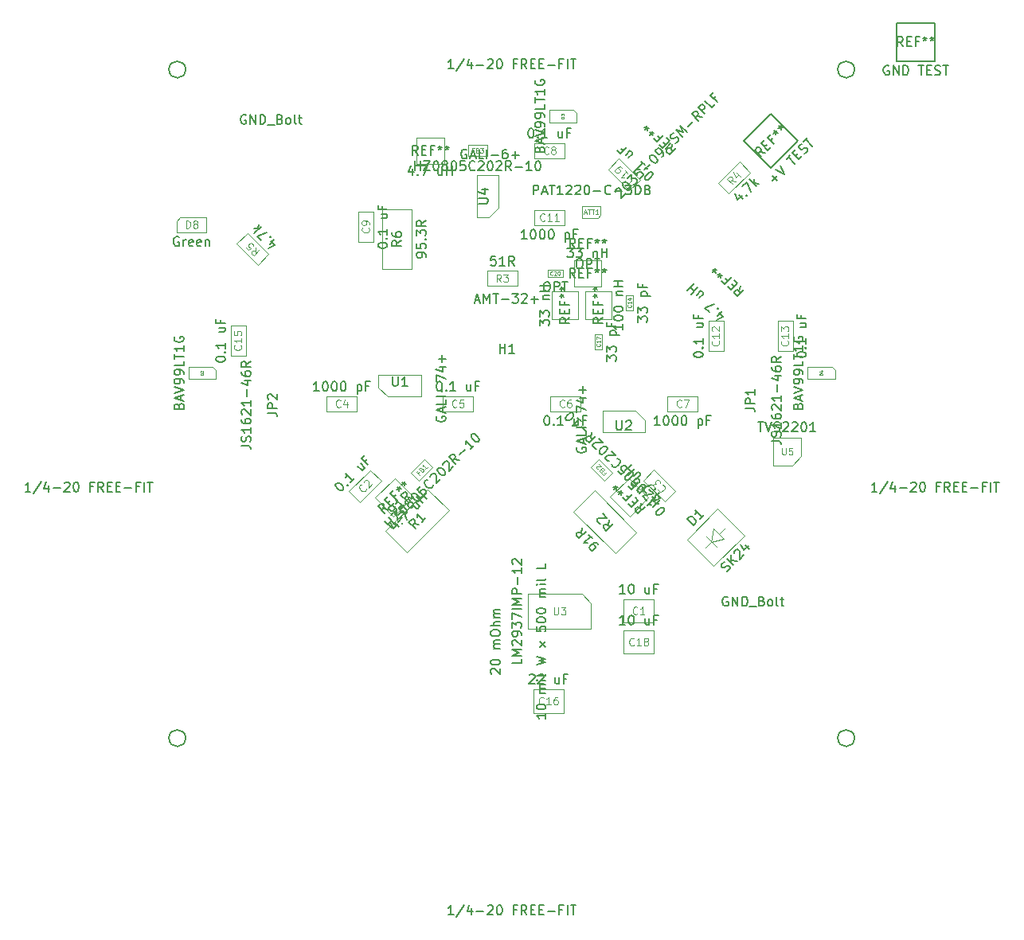
<source format=gbr>
G04 #@! TF.GenerationSoftware,KiCad,Pcbnew,6.0.4-6f826c9f35~116~ubuntu20.04.1*
G04 #@! TF.CreationDate,2022-04-14T13:24:01-04:00*
G04 #@! TF.ProjectId,LWA Balun 2020,4c574120-4261-46c7-956e-20323032302e,rev?*
G04 #@! TF.SameCoordinates,Original*
G04 #@! TF.FileFunction,AssemblyDrawing,Top*
%FSLAX46Y46*%
G04 Gerber Fmt 4.6, Leading zero omitted, Abs format (unit mm)*
G04 Created by KiCad (PCBNEW 6.0.4-6f826c9f35~116~ubuntu20.04.1) date 2022-04-14 13:24:01*
%MOMM*%
%LPD*%
G01*
G04 APERTURE LIST*
%ADD10C,0.150000*%
%ADD11C,0.120000*%
%ADD12C,0.080000*%
%ADD13C,0.060000*%
%ADD14C,0.075000*%
%ADD15C,0.050000*%
%ADD16C,0.100000*%
G04 APERTURE END LIST*
D10*
X182753000Y-135636000D02*
G75*
G03*
X182753000Y-135636000I-889000J0D01*
G01*
X111633000Y-64516000D02*
G75*
G03*
X111633000Y-64516000I-889000J0D01*
G01*
X111633000Y-135636000D02*
G75*
G03*
X111633000Y-135636000I-889000J0D01*
G01*
X182753000Y-64516000D02*
G75*
G03*
X182753000Y-64516000I-889000J0D01*
G01*
G04 #@! TO.C,D1*
X169164212Y-117921056D02*
X169298899Y-117853713D01*
X169467258Y-117685354D01*
X169500930Y-117584339D01*
X169500930Y-117516995D01*
X169467258Y-117415980D01*
X169399915Y-117348637D01*
X169298899Y-117314965D01*
X169231556Y-117314965D01*
X169130541Y-117348637D01*
X168962182Y-117449652D01*
X168861167Y-117483324D01*
X168793823Y-117483324D01*
X168692808Y-117449652D01*
X168625464Y-117382308D01*
X168591793Y-117281293D01*
X168591793Y-117213950D01*
X168625464Y-117112934D01*
X168793823Y-116944576D01*
X168928510Y-116877232D01*
X169904991Y-117247621D02*
X169197884Y-116540515D01*
X170309052Y-116843560D02*
X169601945Y-116742545D01*
X169601945Y-116136453D02*
X169601945Y-116944576D01*
X169938663Y-115934423D02*
X169938663Y-115867079D01*
X169972334Y-115766064D01*
X170140693Y-115597705D01*
X170241709Y-115564034D01*
X170309052Y-115564034D01*
X170410067Y-115597705D01*
X170477411Y-115665049D01*
X170544754Y-115799736D01*
X170544754Y-116607858D01*
X170982487Y-116170125D01*
X171117174Y-115092629D02*
X171588579Y-115564034D01*
X170679441Y-114991614D02*
X171016159Y-115665049D01*
X171453892Y-115227316D01*
X165662351Y-113004981D02*
X164955244Y-112297875D01*
X165123603Y-112129516D01*
X165258290Y-112062172D01*
X165392977Y-112062172D01*
X165493992Y-112095844D01*
X165662351Y-112196859D01*
X165763366Y-112297875D01*
X165864382Y-112466233D01*
X165898053Y-112567249D01*
X165898053Y-112701936D01*
X165830710Y-112836623D01*
X165662351Y-113004981D01*
X166739847Y-111927485D02*
X166335786Y-112331546D01*
X166537817Y-112129516D02*
X165830710Y-111422409D01*
X165864382Y-111590768D01*
X165864382Y-111725455D01*
X165830710Y-111826470D01*
G04 #@! TO.C,D8*
X110910857Y-82346000D02*
X110815619Y-82298380D01*
X110672761Y-82298380D01*
X110529904Y-82346000D01*
X110434666Y-82441238D01*
X110387047Y-82536476D01*
X110339428Y-82726952D01*
X110339428Y-82869809D01*
X110387047Y-83060285D01*
X110434666Y-83155523D01*
X110529904Y-83250761D01*
X110672761Y-83298380D01*
X110768000Y-83298380D01*
X110910857Y-83250761D01*
X110958476Y-83203142D01*
X110958476Y-82869809D01*
X110768000Y-82869809D01*
X111387047Y-83298380D02*
X111387047Y-82631714D01*
X111387047Y-82822190D02*
X111434666Y-82726952D01*
X111482285Y-82679333D01*
X111577523Y-82631714D01*
X111672761Y-82631714D01*
X112387047Y-83250761D02*
X112291809Y-83298380D01*
X112101333Y-83298380D01*
X112006095Y-83250761D01*
X111958476Y-83155523D01*
X111958476Y-82774571D01*
X112006095Y-82679333D01*
X112101333Y-82631714D01*
X112291809Y-82631714D01*
X112387047Y-82679333D01*
X112434666Y-82774571D01*
X112434666Y-82869809D01*
X111958476Y-82965047D01*
X113244190Y-83250761D02*
X113148952Y-83298380D01*
X112958476Y-83298380D01*
X112863238Y-83250761D01*
X112815619Y-83155523D01*
X112815619Y-82774571D01*
X112863238Y-82679333D01*
X112958476Y-82631714D01*
X113148952Y-82631714D01*
X113244190Y-82679333D01*
X113291809Y-82774571D01*
X113291809Y-82869809D01*
X112815619Y-82965047D01*
X113720380Y-82631714D02*
X113720380Y-83298380D01*
X113720380Y-82726952D02*
X113768000Y-82679333D01*
X113863238Y-82631714D01*
X114006095Y-82631714D01*
X114101333Y-82679333D01*
X114148952Y-82774571D01*
X114148952Y-83298380D01*
D11*
X111677523Y-81387904D02*
X111677523Y-80587904D01*
X111868000Y-80587904D01*
X111982285Y-80626000D01*
X112058476Y-80702190D01*
X112096571Y-80778380D01*
X112134666Y-80930761D01*
X112134666Y-81045047D01*
X112096571Y-81197428D01*
X112058476Y-81273619D01*
X111982285Y-81349809D01*
X111868000Y-81387904D01*
X111677523Y-81387904D01*
X112591809Y-80930761D02*
X112515619Y-80892666D01*
X112477523Y-80854571D01*
X112439428Y-80778380D01*
X112439428Y-80740285D01*
X112477523Y-80664095D01*
X112515619Y-80626000D01*
X112591809Y-80587904D01*
X112744190Y-80587904D01*
X112820380Y-80626000D01*
X112858476Y-80664095D01*
X112896571Y-80740285D01*
X112896571Y-80778380D01*
X112858476Y-80854571D01*
X112820380Y-80892666D01*
X112744190Y-80930761D01*
X112591809Y-80930761D01*
X112515619Y-80968857D01*
X112477523Y-81006952D01*
X112439428Y-81083142D01*
X112439428Y-81235523D01*
X112477523Y-81311714D01*
X112515619Y-81349809D01*
X112591809Y-81387904D01*
X112744190Y-81387904D01*
X112820380Y-81349809D01*
X112858476Y-81311714D01*
X112896571Y-81235523D01*
X112896571Y-81083142D01*
X112858476Y-81006952D01*
X112820380Y-80968857D01*
X112744190Y-80930761D01*
D10*
G04 #@! TO.C,FB2*
X162065006Y-110323791D02*
X161357900Y-111030898D01*
X161694617Y-110694180D02*
X161290556Y-110290119D01*
X161660945Y-109919730D02*
X160953839Y-110626837D01*
X160684465Y-110357463D02*
X160213060Y-109886058D01*
X161391571Y-109650356D01*
X160920167Y-109178952D01*
X159808999Y-109481997D02*
X159741655Y-109414654D01*
X159707984Y-109313639D01*
X159707984Y-109246295D01*
X159741655Y-109145280D01*
X159842671Y-108976921D01*
X160011030Y-108808562D01*
X160179388Y-108707547D01*
X160280404Y-108673875D01*
X160347747Y-108673875D01*
X160448762Y-108707547D01*
X160516106Y-108774891D01*
X160549778Y-108875906D01*
X160549778Y-108943249D01*
X160516106Y-109044265D01*
X160415091Y-109212623D01*
X160246732Y-109380982D01*
X160078373Y-109481997D01*
X159977358Y-109515669D01*
X159910014Y-109515669D01*
X159808999Y-109481997D01*
X159472281Y-108539188D02*
X159505953Y-108640203D01*
X159505953Y-108707547D01*
X159472281Y-108808562D01*
X159438610Y-108842234D01*
X159337594Y-108875906D01*
X159270251Y-108875906D01*
X159169236Y-108842234D01*
X159034549Y-108707547D01*
X159000877Y-108606532D01*
X159000877Y-108539188D01*
X159034549Y-108438173D01*
X159068220Y-108404501D01*
X159169236Y-108370829D01*
X159236579Y-108370829D01*
X159337594Y-108404501D01*
X159472281Y-108539188D01*
X159573297Y-108572860D01*
X159640640Y-108572860D01*
X159741655Y-108539188D01*
X159876343Y-108404501D01*
X159910014Y-108303486D01*
X159910014Y-108236142D01*
X159876343Y-108135127D01*
X159741655Y-108000440D01*
X159640640Y-107966768D01*
X159573297Y-107966768D01*
X159472281Y-108000440D01*
X159337594Y-108135127D01*
X159303923Y-108236142D01*
X159303923Y-108303486D01*
X159337594Y-108404501D01*
X158462129Y-108135127D02*
X158394785Y-108067784D01*
X158361114Y-107966768D01*
X158361114Y-107899425D01*
X158394785Y-107798410D01*
X158495801Y-107630051D01*
X158664159Y-107461692D01*
X158832518Y-107360677D01*
X158933533Y-107327005D01*
X159000877Y-107327005D01*
X159101892Y-107360677D01*
X159169236Y-107428020D01*
X159202907Y-107529036D01*
X159202907Y-107596379D01*
X159169236Y-107697394D01*
X159068220Y-107865753D01*
X158899862Y-108034112D01*
X158731503Y-108135127D01*
X158630488Y-108168799D01*
X158563144Y-108168799D01*
X158462129Y-108135127D01*
X157586663Y-107259662D02*
X157923381Y-107596379D01*
X158293770Y-107293333D01*
X158226427Y-107293333D01*
X158125411Y-107259662D01*
X157957053Y-107091303D01*
X157923381Y-106990288D01*
X157923381Y-106922944D01*
X157957053Y-106821929D01*
X158125411Y-106653570D01*
X158226427Y-106619898D01*
X158293770Y-106619898D01*
X158394785Y-106653570D01*
X158563144Y-106821929D01*
X158596816Y-106922944D01*
X158596816Y-106990288D01*
X157485648Y-105879120D02*
X157552992Y-105879120D01*
X157687679Y-105946463D01*
X157755022Y-106013807D01*
X157822366Y-106148494D01*
X157822366Y-106283181D01*
X157788694Y-106384196D01*
X157687679Y-106552555D01*
X157586663Y-106653570D01*
X157418305Y-106754585D01*
X157317289Y-106788257D01*
X157182602Y-106788257D01*
X157047915Y-106720914D01*
X156980572Y-106653570D01*
X156913228Y-106518883D01*
X156913228Y-106451540D01*
X156643854Y-106182166D02*
X156576511Y-106182166D01*
X156475496Y-106148494D01*
X156307137Y-105980135D01*
X156273465Y-105879120D01*
X156273465Y-105811776D01*
X156307137Y-105710761D01*
X156374480Y-105643418D01*
X156509167Y-105576074D01*
X157317289Y-105576074D01*
X156879557Y-105138341D01*
X155734717Y-105407715D02*
X155667374Y-105340372D01*
X155633702Y-105239357D01*
X155633702Y-105172013D01*
X155667374Y-105070998D01*
X155768389Y-104902639D01*
X155936748Y-104734280D01*
X156105106Y-104633265D01*
X156206122Y-104599593D01*
X156273465Y-104599593D01*
X156374480Y-104633265D01*
X156441824Y-104700609D01*
X156475496Y-104801624D01*
X156475496Y-104868967D01*
X156441824Y-104969983D01*
X156340809Y-105138341D01*
X156172450Y-105306700D01*
X156004091Y-105407715D01*
X155903076Y-105441387D01*
X155835732Y-105441387D01*
X155734717Y-105407715D01*
X155296984Y-104835296D02*
X155229641Y-104835296D01*
X155128626Y-104801624D01*
X154960267Y-104633265D01*
X154926595Y-104532250D01*
X154926595Y-104464906D01*
X154960267Y-104363891D01*
X155027610Y-104296548D01*
X155162297Y-104229204D01*
X155970419Y-104229204D01*
X155532687Y-103791471D01*
X154825580Y-103084364D02*
X154724565Y-103656784D01*
X155229641Y-103488426D02*
X154522534Y-104195532D01*
X154253160Y-103926158D01*
X154219488Y-103825143D01*
X154219488Y-103757800D01*
X154253160Y-103656784D01*
X154354175Y-103555769D01*
X154455191Y-103522097D01*
X154522534Y-103522097D01*
X154623549Y-103555769D01*
X154892923Y-103825143D01*
X154253160Y-103050693D02*
X153714412Y-102511945D01*
X153276679Y-101535464D02*
X153680740Y-101939525D01*
X153478710Y-101737494D02*
X152771603Y-102444601D01*
X152939962Y-102410929D01*
X153074649Y-102410929D01*
X153175664Y-102444601D01*
X152131840Y-101804838D02*
X152064496Y-101737494D01*
X152030824Y-101636479D01*
X152030824Y-101569136D01*
X152064496Y-101468120D01*
X152165511Y-101299762D01*
X152333870Y-101131403D01*
X152502229Y-101030388D01*
X152603244Y-100996716D01*
X152670588Y-100996716D01*
X152771603Y-101030388D01*
X152838946Y-101097731D01*
X152872618Y-101198746D01*
X152872618Y-101266090D01*
X152838946Y-101367105D01*
X152737931Y-101535464D01*
X152569572Y-101703823D01*
X152401214Y-101804838D01*
X152300198Y-101838510D01*
X152232855Y-101838510D01*
X152131840Y-101804838D01*
D12*
X156133728Y-107416235D02*
X156251579Y-107534086D01*
X156436773Y-107348892D02*
X156083220Y-107702445D01*
X155914861Y-107534086D01*
X155830682Y-107113189D02*
X155797010Y-107045846D01*
X155797010Y-107012174D01*
X155813846Y-106961666D01*
X155864354Y-106911159D01*
X155914861Y-106894323D01*
X155948533Y-106894323D01*
X155999041Y-106911159D01*
X156133728Y-107045846D01*
X155780174Y-107399399D01*
X155662323Y-107281548D01*
X155645487Y-107231041D01*
X155645487Y-107197369D01*
X155662323Y-107146861D01*
X155695995Y-107113189D01*
X155746502Y-107096353D01*
X155780174Y-107096353D01*
X155830682Y-107113189D01*
X155948533Y-107231041D01*
X155477128Y-107029010D02*
X155443457Y-107029010D01*
X155392949Y-107012174D01*
X155308770Y-106927995D01*
X155291934Y-106877487D01*
X155291934Y-106843815D01*
X155308770Y-106793308D01*
X155342441Y-106759636D01*
X155409785Y-106725964D01*
X155813846Y-106725964D01*
X155594979Y-106507098D01*
D10*
G04 #@! TO.C,FP1*
X95137333Y-109418380D02*
X94565904Y-109418380D01*
X94851619Y-109418380D02*
X94851619Y-108418380D01*
X94756380Y-108561238D01*
X94661142Y-108656476D01*
X94565904Y-108704095D01*
X96280190Y-108370761D02*
X95423047Y-109656476D01*
X97042095Y-108751714D02*
X97042095Y-109418380D01*
X96804000Y-108370761D02*
X96565904Y-109085047D01*
X97184952Y-109085047D01*
X97565904Y-109037428D02*
X98327809Y-109037428D01*
X98756380Y-108513619D02*
X98804000Y-108466000D01*
X98899238Y-108418380D01*
X99137333Y-108418380D01*
X99232571Y-108466000D01*
X99280190Y-108513619D01*
X99327809Y-108608857D01*
X99327809Y-108704095D01*
X99280190Y-108846952D01*
X98708761Y-109418380D01*
X99327809Y-109418380D01*
X99946857Y-108418380D02*
X100042095Y-108418380D01*
X100137333Y-108466000D01*
X100184952Y-108513619D01*
X100232571Y-108608857D01*
X100280190Y-108799333D01*
X100280190Y-109037428D01*
X100232571Y-109227904D01*
X100184952Y-109323142D01*
X100137333Y-109370761D01*
X100042095Y-109418380D01*
X99946857Y-109418380D01*
X99851619Y-109370761D01*
X99804000Y-109323142D01*
X99756380Y-109227904D01*
X99708761Y-109037428D01*
X99708761Y-108799333D01*
X99756380Y-108608857D01*
X99804000Y-108513619D01*
X99851619Y-108466000D01*
X99946857Y-108418380D01*
X101804000Y-108894571D02*
X101470666Y-108894571D01*
X101470666Y-109418380D02*
X101470666Y-108418380D01*
X101946857Y-108418380D01*
X102899238Y-109418380D02*
X102565904Y-108942190D01*
X102327809Y-109418380D02*
X102327809Y-108418380D01*
X102708761Y-108418380D01*
X102804000Y-108466000D01*
X102851619Y-108513619D01*
X102899238Y-108608857D01*
X102899238Y-108751714D01*
X102851619Y-108846952D01*
X102804000Y-108894571D01*
X102708761Y-108942190D01*
X102327809Y-108942190D01*
X103327809Y-108894571D02*
X103661142Y-108894571D01*
X103804000Y-109418380D02*
X103327809Y-109418380D01*
X103327809Y-108418380D01*
X103804000Y-108418380D01*
X104232571Y-108894571D02*
X104565904Y-108894571D01*
X104708761Y-109418380D02*
X104232571Y-109418380D01*
X104232571Y-108418380D01*
X104708761Y-108418380D01*
X105137333Y-109037428D02*
X105899238Y-109037428D01*
X106708761Y-108894571D02*
X106375428Y-108894571D01*
X106375428Y-109418380D02*
X106375428Y-108418380D01*
X106851619Y-108418380D01*
X107232571Y-109418380D02*
X107232571Y-108418380D01*
X107565904Y-108418380D02*
X108137333Y-108418380D01*
X107851619Y-109418380D02*
X107851619Y-108418380D01*
G04 #@! TO.C,FP2*
X185137333Y-109418380D02*
X184565904Y-109418380D01*
X184851619Y-109418380D02*
X184851619Y-108418380D01*
X184756380Y-108561238D01*
X184661142Y-108656476D01*
X184565904Y-108704095D01*
X186280190Y-108370761D02*
X185423047Y-109656476D01*
X187042095Y-108751714D02*
X187042095Y-109418380D01*
X186804000Y-108370761D02*
X186565904Y-109085047D01*
X187184952Y-109085047D01*
X187565904Y-109037428D02*
X188327809Y-109037428D01*
X188756380Y-108513619D02*
X188804000Y-108466000D01*
X188899238Y-108418380D01*
X189137333Y-108418380D01*
X189232571Y-108466000D01*
X189280190Y-108513619D01*
X189327809Y-108608857D01*
X189327809Y-108704095D01*
X189280190Y-108846952D01*
X188708761Y-109418380D01*
X189327809Y-109418380D01*
X189946857Y-108418380D02*
X190042095Y-108418380D01*
X190137333Y-108466000D01*
X190184952Y-108513619D01*
X190232571Y-108608857D01*
X190280190Y-108799333D01*
X190280190Y-109037428D01*
X190232571Y-109227904D01*
X190184952Y-109323142D01*
X190137333Y-109370761D01*
X190042095Y-109418380D01*
X189946857Y-109418380D01*
X189851619Y-109370761D01*
X189804000Y-109323142D01*
X189756380Y-109227904D01*
X189708761Y-109037428D01*
X189708761Y-108799333D01*
X189756380Y-108608857D01*
X189804000Y-108513619D01*
X189851619Y-108466000D01*
X189946857Y-108418380D01*
X191804000Y-108894571D02*
X191470666Y-108894571D01*
X191470666Y-109418380D02*
X191470666Y-108418380D01*
X191946857Y-108418380D01*
X192899238Y-109418380D02*
X192565904Y-108942190D01*
X192327809Y-109418380D02*
X192327809Y-108418380D01*
X192708761Y-108418380D01*
X192804000Y-108466000D01*
X192851619Y-108513619D01*
X192899238Y-108608857D01*
X192899238Y-108751714D01*
X192851619Y-108846952D01*
X192804000Y-108894571D01*
X192708761Y-108942190D01*
X192327809Y-108942190D01*
X193327809Y-108894571D02*
X193661142Y-108894571D01*
X193804000Y-109418380D02*
X193327809Y-109418380D01*
X193327809Y-108418380D01*
X193804000Y-108418380D01*
X194232571Y-108894571D02*
X194565904Y-108894571D01*
X194708761Y-109418380D02*
X194232571Y-109418380D01*
X194232571Y-108418380D01*
X194708761Y-108418380D01*
X195137333Y-109037428D02*
X195899238Y-109037428D01*
X196708761Y-108894571D02*
X196375428Y-108894571D01*
X196375428Y-109418380D02*
X196375428Y-108418380D01*
X196851619Y-108418380D01*
X197232571Y-109418380D02*
X197232571Y-108418380D01*
X197565904Y-108418380D02*
X198137333Y-108418380D01*
X197851619Y-109418380D02*
X197851619Y-108418380D01*
G04 #@! TO.C,FP3*
X140137333Y-64418380D02*
X139565904Y-64418380D01*
X139851619Y-64418380D02*
X139851619Y-63418380D01*
X139756380Y-63561238D01*
X139661142Y-63656476D01*
X139565904Y-63704095D01*
X141280190Y-63370761D02*
X140423047Y-64656476D01*
X142042095Y-63751714D02*
X142042095Y-64418380D01*
X141804000Y-63370761D02*
X141565904Y-64085047D01*
X142184952Y-64085047D01*
X142565904Y-64037428D02*
X143327809Y-64037428D01*
X143756380Y-63513619D02*
X143804000Y-63466000D01*
X143899238Y-63418380D01*
X144137333Y-63418380D01*
X144232571Y-63466000D01*
X144280190Y-63513619D01*
X144327809Y-63608857D01*
X144327809Y-63704095D01*
X144280190Y-63846952D01*
X143708761Y-64418380D01*
X144327809Y-64418380D01*
X144946857Y-63418380D02*
X145042095Y-63418380D01*
X145137333Y-63466000D01*
X145184952Y-63513619D01*
X145232571Y-63608857D01*
X145280190Y-63799333D01*
X145280190Y-64037428D01*
X145232571Y-64227904D01*
X145184952Y-64323142D01*
X145137333Y-64370761D01*
X145042095Y-64418380D01*
X144946857Y-64418380D01*
X144851619Y-64370761D01*
X144804000Y-64323142D01*
X144756380Y-64227904D01*
X144708761Y-64037428D01*
X144708761Y-63799333D01*
X144756380Y-63608857D01*
X144804000Y-63513619D01*
X144851619Y-63466000D01*
X144946857Y-63418380D01*
X146804000Y-63894571D02*
X146470666Y-63894571D01*
X146470666Y-64418380D02*
X146470666Y-63418380D01*
X146946857Y-63418380D01*
X147899238Y-64418380D02*
X147565904Y-63942190D01*
X147327809Y-64418380D02*
X147327809Y-63418380D01*
X147708761Y-63418380D01*
X147804000Y-63466000D01*
X147851619Y-63513619D01*
X147899238Y-63608857D01*
X147899238Y-63751714D01*
X147851619Y-63846952D01*
X147804000Y-63894571D01*
X147708761Y-63942190D01*
X147327809Y-63942190D01*
X148327809Y-63894571D02*
X148661142Y-63894571D01*
X148804000Y-64418380D02*
X148327809Y-64418380D01*
X148327809Y-63418380D01*
X148804000Y-63418380D01*
X149232571Y-63894571D02*
X149565904Y-63894571D01*
X149708761Y-64418380D02*
X149232571Y-64418380D01*
X149232571Y-63418380D01*
X149708761Y-63418380D01*
X150137333Y-64037428D02*
X150899238Y-64037428D01*
X151708761Y-63894571D02*
X151375428Y-63894571D01*
X151375428Y-64418380D02*
X151375428Y-63418380D01*
X151851619Y-63418380D01*
X152232571Y-64418380D02*
X152232571Y-63418380D01*
X152565904Y-63418380D02*
X153137333Y-63418380D01*
X152851619Y-64418380D02*
X152851619Y-63418380D01*
G04 #@! TO.C,FP4*
X140137333Y-154418380D02*
X139565904Y-154418380D01*
X139851619Y-154418380D02*
X139851619Y-153418380D01*
X139756380Y-153561238D01*
X139661142Y-153656476D01*
X139565904Y-153704095D01*
X141280190Y-153370761D02*
X140423047Y-154656476D01*
X142042095Y-153751714D02*
X142042095Y-154418380D01*
X141804000Y-153370761D02*
X141565904Y-154085047D01*
X142184952Y-154085047D01*
X142565904Y-154037428D02*
X143327809Y-154037428D01*
X143756380Y-153513619D02*
X143804000Y-153466000D01*
X143899238Y-153418380D01*
X144137333Y-153418380D01*
X144232571Y-153466000D01*
X144280190Y-153513619D01*
X144327809Y-153608857D01*
X144327809Y-153704095D01*
X144280190Y-153846952D01*
X143708761Y-154418380D01*
X144327809Y-154418380D01*
X144946857Y-153418380D02*
X145042095Y-153418380D01*
X145137333Y-153466000D01*
X145184952Y-153513619D01*
X145232571Y-153608857D01*
X145280190Y-153799333D01*
X145280190Y-154037428D01*
X145232571Y-154227904D01*
X145184952Y-154323142D01*
X145137333Y-154370761D01*
X145042095Y-154418380D01*
X144946857Y-154418380D01*
X144851619Y-154370761D01*
X144804000Y-154323142D01*
X144756380Y-154227904D01*
X144708761Y-154037428D01*
X144708761Y-153799333D01*
X144756380Y-153608857D01*
X144804000Y-153513619D01*
X144851619Y-153466000D01*
X144946857Y-153418380D01*
X146804000Y-153894571D02*
X146470666Y-153894571D01*
X146470666Y-154418380D02*
X146470666Y-153418380D01*
X146946857Y-153418380D01*
X147899238Y-154418380D02*
X147565904Y-153942190D01*
X147327809Y-154418380D02*
X147327809Y-153418380D01*
X147708761Y-153418380D01*
X147804000Y-153466000D01*
X147851619Y-153513619D01*
X147899238Y-153608857D01*
X147899238Y-153751714D01*
X147851619Y-153846952D01*
X147804000Y-153894571D01*
X147708761Y-153942190D01*
X147327809Y-153942190D01*
X148327809Y-153894571D02*
X148661142Y-153894571D01*
X148804000Y-154418380D02*
X148327809Y-154418380D01*
X148327809Y-153418380D01*
X148804000Y-153418380D01*
X149232571Y-153894571D02*
X149565904Y-153894571D01*
X149708761Y-154418380D02*
X149232571Y-154418380D01*
X149232571Y-153418380D01*
X149708761Y-153418380D01*
X150137333Y-154037428D02*
X150899238Y-154037428D01*
X151708761Y-153894571D02*
X151375428Y-153894571D01*
X151375428Y-154418380D02*
X151375428Y-153418380D01*
X151851619Y-153418380D01*
X152232571Y-154418380D02*
X152232571Y-153418380D01*
X152565904Y-153418380D02*
X153137333Y-153418380D01*
X152851619Y-154418380D02*
X152851619Y-153418380D01*
G04 #@! TO.C,H1*
X142415047Y-89066666D02*
X142891238Y-89066666D01*
X142319809Y-89352380D02*
X142653142Y-88352380D01*
X142986476Y-89352380D01*
X143319809Y-89352380D02*
X143319809Y-88352380D01*
X143653142Y-89066666D01*
X143986476Y-88352380D01*
X143986476Y-89352380D01*
X144319809Y-88352380D02*
X144891238Y-88352380D01*
X144605523Y-89352380D02*
X144605523Y-88352380D01*
X145224571Y-88971428D02*
X145986476Y-88971428D01*
X146367428Y-88352380D02*
X146986476Y-88352380D01*
X146653142Y-88733333D01*
X146796000Y-88733333D01*
X146891238Y-88780952D01*
X146938857Y-88828571D01*
X146986476Y-88923809D01*
X146986476Y-89161904D01*
X146938857Y-89257142D01*
X146891238Y-89304761D01*
X146796000Y-89352380D01*
X146510285Y-89352380D01*
X146415047Y-89304761D01*
X146367428Y-89257142D01*
X147367428Y-88447619D02*
X147415047Y-88400000D01*
X147510285Y-88352380D01*
X147748380Y-88352380D01*
X147843619Y-88400000D01*
X147891238Y-88447619D01*
X147938857Y-88542857D01*
X147938857Y-88638095D01*
X147891238Y-88780952D01*
X147319809Y-89352380D01*
X147938857Y-89352380D01*
X148367428Y-88971428D02*
X149129333Y-88971428D01*
X148748380Y-89352380D02*
X148748380Y-88590476D01*
X145034095Y-94686380D02*
X145034095Y-93686380D01*
X145034095Y-94162571D02*
X145605523Y-94162571D01*
X145605523Y-94686380D02*
X145605523Y-93686380D01*
X146605523Y-94686380D02*
X146034095Y-94686380D01*
X146319809Y-94686380D02*
X146319809Y-93686380D01*
X146224571Y-93829238D01*
X146129333Y-93924476D01*
X146034095Y-93972095D01*
G04 #@! TO.C,L1*
X133854039Y-112736202D02*
X134325444Y-113207606D01*
X133416307Y-112635187D02*
X133753024Y-113308622D01*
X134190757Y-112870889D01*
X134628490Y-112769874D02*
X134695833Y-112769874D01*
X134695833Y-112837217D01*
X134628490Y-112837217D01*
X134628490Y-112769874D01*
X134695833Y-112837217D01*
X134258100Y-111860736D02*
X134729505Y-111389332D01*
X135133566Y-112399484D01*
X136076375Y-110513866D02*
X136547780Y-110985271D01*
X135773329Y-110816912D02*
X136143719Y-111187301D01*
X136244734Y-111220973D01*
X136345749Y-111187301D01*
X136446764Y-111086286D01*
X136480436Y-110985271D01*
X136480436Y-110917927D01*
X136884497Y-110648553D02*
X136177390Y-109941446D01*
X136514108Y-110278164D02*
X136918169Y-109874103D01*
X137288558Y-110244492D02*
X136581451Y-109537385D01*
X133186025Y-111293737D02*
X132613605Y-111192722D01*
X132781964Y-111697798D02*
X132074857Y-110990691D01*
X132344231Y-110721317D01*
X132445247Y-110687646D01*
X132512590Y-110687646D01*
X132613605Y-110721317D01*
X132714621Y-110822333D01*
X132748292Y-110923348D01*
X132748292Y-110990691D01*
X132714621Y-111091707D01*
X132445247Y-111361081D01*
X133118682Y-110620302D02*
X133354384Y-110384600D01*
X133825788Y-110653974D02*
X133489071Y-110990691D01*
X132781964Y-110283585D01*
X133118682Y-109946867D01*
X133994147Y-109744837D02*
X133758445Y-109980539D01*
X134128834Y-110350928D02*
X133421727Y-109643821D01*
X133758445Y-109307104D01*
X134128834Y-108936715D02*
X134297193Y-109105073D01*
X134061491Y-109206089D02*
X134297193Y-109105073D01*
X134398208Y-108869371D01*
X134330865Y-109340776D02*
X134297193Y-109105073D01*
X134532895Y-109138745D01*
X134667582Y-108397967D02*
X134835941Y-108566325D01*
X134600239Y-108667341D02*
X134835941Y-108566325D01*
X134936956Y-108330623D01*
X134869613Y-108802028D02*
X134835941Y-108566325D01*
X135071643Y-108599997D01*
G04 #@! TO.C,L2*
X161501368Y-109983126D02*
X161972772Y-109511721D01*
X161400353Y-110420858D02*
X162073788Y-110084141D01*
X161636055Y-109646408D01*
X161535040Y-109208675D02*
X161535040Y-109141332D01*
X161602383Y-109141332D01*
X161602383Y-109208675D01*
X161535040Y-109208675D01*
X161602383Y-109141332D01*
X160625902Y-109579065D02*
X160154498Y-109107660D01*
X161164650Y-108703599D01*
X159279032Y-107760790D02*
X159750437Y-107289385D01*
X159582078Y-108063836D02*
X159952467Y-107693446D01*
X159986139Y-107592431D01*
X159952467Y-107491416D01*
X159851452Y-107390401D01*
X159750437Y-107356729D01*
X159683093Y-107356729D01*
X159413719Y-106952668D02*
X158706612Y-107659775D01*
X159043330Y-107323057D02*
X158639269Y-106918996D01*
X159009658Y-106548607D02*
X158302551Y-107255714D01*
X160058903Y-110651140D02*
X159957888Y-111223560D01*
X160462964Y-111055201D02*
X159755857Y-111762308D01*
X159486483Y-111492934D01*
X159452812Y-111391918D01*
X159452812Y-111324575D01*
X159486483Y-111223560D01*
X159587499Y-111122544D01*
X159688514Y-111088873D01*
X159755857Y-111088873D01*
X159856873Y-111122544D01*
X160126247Y-111391918D01*
X159385468Y-110718483D02*
X159149766Y-110482781D01*
X159419140Y-110011377D02*
X159755857Y-110348094D01*
X159048751Y-111055201D01*
X158712033Y-110718483D01*
X158510003Y-109843018D02*
X158745705Y-110078720D01*
X159116094Y-109708331D02*
X158408987Y-110415438D01*
X158072270Y-110078720D01*
X157701881Y-109708331D02*
X157870239Y-109539972D01*
X157971255Y-109775674D02*
X157870239Y-109539972D01*
X157634537Y-109438957D01*
X158105942Y-109506300D02*
X157870239Y-109539972D01*
X157903911Y-109304270D01*
X157163133Y-109169583D02*
X157331491Y-109001224D01*
X157432507Y-109236926D02*
X157331491Y-109001224D01*
X157095789Y-108900209D01*
X157567194Y-108967552D02*
X157331491Y-109001224D01*
X157365163Y-108765522D01*
G04 #@! TO.C,TP2*
X186396666Y-64143000D02*
X186301428Y-64095380D01*
X186158571Y-64095380D01*
X186015714Y-64143000D01*
X185920476Y-64238238D01*
X185872857Y-64333476D01*
X185825238Y-64523952D01*
X185825238Y-64666809D01*
X185872857Y-64857285D01*
X185920476Y-64952523D01*
X186015714Y-65047761D01*
X186158571Y-65095380D01*
X186253809Y-65095380D01*
X186396666Y-65047761D01*
X186444285Y-65000142D01*
X186444285Y-64666809D01*
X186253809Y-64666809D01*
X186872857Y-65095380D02*
X186872857Y-64095380D01*
X187444285Y-65095380D01*
X187444285Y-64095380D01*
X187920476Y-65095380D02*
X187920476Y-64095380D01*
X188158571Y-64095380D01*
X188301428Y-64143000D01*
X188396666Y-64238238D01*
X188444285Y-64333476D01*
X188491904Y-64523952D01*
X188491904Y-64666809D01*
X188444285Y-64857285D01*
X188396666Y-64952523D01*
X188301428Y-65047761D01*
X188158571Y-65095380D01*
X187920476Y-65095380D01*
X189539523Y-64095380D02*
X190110952Y-64095380D01*
X189825238Y-65095380D02*
X189825238Y-64095380D01*
X190444285Y-64571571D02*
X190777619Y-64571571D01*
X190920476Y-65095380D02*
X190444285Y-65095380D01*
X190444285Y-64095380D01*
X190920476Y-64095380D01*
X191301428Y-65047761D02*
X191444285Y-65095380D01*
X191682380Y-65095380D01*
X191777619Y-65047761D01*
X191825238Y-65000142D01*
X191872857Y-64904904D01*
X191872857Y-64809666D01*
X191825238Y-64714428D01*
X191777619Y-64666809D01*
X191682380Y-64619190D01*
X191491904Y-64571571D01*
X191396666Y-64523952D01*
X191349047Y-64476333D01*
X191301428Y-64381095D01*
X191301428Y-64285857D01*
X191349047Y-64190619D01*
X191396666Y-64143000D01*
X191491904Y-64095380D01*
X191730000Y-64095380D01*
X191872857Y-64143000D01*
X192158571Y-64095380D02*
X192730000Y-64095380D01*
X192444285Y-65095380D02*
X192444285Y-64095380D01*
X187896666Y-62047380D02*
X187563333Y-61571190D01*
X187325238Y-62047380D02*
X187325238Y-61047380D01*
X187706190Y-61047380D01*
X187801428Y-61095000D01*
X187849047Y-61142619D01*
X187896666Y-61237857D01*
X187896666Y-61380714D01*
X187849047Y-61475952D01*
X187801428Y-61523571D01*
X187706190Y-61571190D01*
X187325238Y-61571190D01*
X188325238Y-61523571D02*
X188658571Y-61523571D01*
X188801428Y-62047380D02*
X188325238Y-62047380D01*
X188325238Y-61047380D01*
X188801428Y-61047380D01*
X189563333Y-61523571D02*
X189230000Y-61523571D01*
X189230000Y-62047380D02*
X189230000Y-61047380D01*
X189706190Y-61047380D01*
X190230000Y-61047380D02*
X190230000Y-61285476D01*
X189991904Y-61190238D02*
X190230000Y-61285476D01*
X190468095Y-61190238D01*
X190087142Y-61475952D02*
X190230000Y-61285476D01*
X190372857Y-61475952D01*
X190991904Y-61047380D02*
X190991904Y-61285476D01*
X190753809Y-61190238D02*
X190991904Y-61285476D01*
X191230000Y-61190238D01*
X190849047Y-61475952D02*
X190991904Y-61285476D01*
X191134761Y-61475952D01*
G04 #@! TO.C,U1*
X138336400Y-101425000D02*
X138288780Y-101520238D01*
X138288780Y-101663095D01*
X138336400Y-101805952D01*
X138431638Y-101901190D01*
X138526876Y-101948809D01*
X138717352Y-101996428D01*
X138860209Y-101996428D01*
X139050685Y-101948809D01*
X139145923Y-101901190D01*
X139241161Y-101805952D01*
X139288780Y-101663095D01*
X139288780Y-101567857D01*
X139241161Y-101425000D01*
X139193542Y-101377380D01*
X138860209Y-101377380D01*
X138860209Y-101567857D01*
X139003066Y-100996428D02*
X139003066Y-100520238D01*
X139288780Y-101091666D02*
X138288780Y-100758333D01*
X139288780Y-100425000D01*
X139288780Y-99615476D02*
X139288780Y-100091666D01*
X138288780Y-100091666D01*
X139288780Y-99282142D02*
X138288780Y-99282142D01*
X138907828Y-98805952D02*
X138907828Y-98044047D01*
X138288780Y-97663095D02*
X138288780Y-96996428D01*
X139288780Y-97425000D01*
X138622114Y-96186904D02*
X139288780Y-96186904D01*
X138241161Y-96425000D02*
X138955447Y-96663095D01*
X138955447Y-96044047D01*
X138907828Y-95663095D02*
X138907828Y-94901190D01*
X139288780Y-95282142D02*
X138526876Y-95282142D01*
X133634895Y-97189380D02*
X133634895Y-97998904D01*
X133682514Y-98094142D01*
X133730133Y-98141761D01*
X133825371Y-98189380D01*
X134015847Y-98189380D01*
X134111085Y-98141761D01*
X134158704Y-98094142D01*
X134206323Y-97998904D01*
X134206323Y-97189380D01*
X135206323Y-98189380D02*
X134634895Y-98189380D01*
X134920609Y-98189380D02*
X134920609Y-97189380D01*
X134825371Y-97332238D01*
X134730133Y-97427476D01*
X134634895Y-97475095D01*
G04 #@! TO.C,U4*
X141494190Y-73058400D02*
X141398952Y-73010780D01*
X141256095Y-73010780D01*
X141113238Y-73058400D01*
X141018000Y-73153638D01*
X140970380Y-73248876D01*
X140922761Y-73439352D01*
X140922761Y-73582209D01*
X140970380Y-73772685D01*
X141018000Y-73867923D01*
X141113238Y-73963161D01*
X141256095Y-74010780D01*
X141351333Y-74010780D01*
X141494190Y-73963161D01*
X141541809Y-73915542D01*
X141541809Y-73582209D01*
X141351333Y-73582209D01*
X141922761Y-73725066D02*
X142398952Y-73725066D01*
X141827523Y-74010780D02*
X142160857Y-73010780D01*
X142494190Y-74010780D01*
X143303714Y-74010780D02*
X142827523Y-74010780D01*
X142827523Y-73010780D01*
X143637047Y-74010780D02*
X143637047Y-73010780D01*
X144113238Y-73629828D02*
X144875142Y-73629828D01*
X145779904Y-73010780D02*
X145589428Y-73010780D01*
X145494190Y-73058400D01*
X145446571Y-73106019D01*
X145351333Y-73248876D01*
X145303714Y-73439352D01*
X145303714Y-73820304D01*
X145351333Y-73915542D01*
X145398952Y-73963161D01*
X145494190Y-74010780D01*
X145684666Y-74010780D01*
X145779904Y-73963161D01*
X145827523Y-73915542D01*
X145875142Y-73820304D01*
X145875142Y-73582209D01*
X145827523Y-73486971D01*
X145779904Y-73439352D01*
X145684666Y-73391733D01*
X145494190Y-73391733D01*
X145398952Y-73439352D01*
X145351333Y-73486971D01*
X145303714Y-73582209D01*
X146303714Y-73629828D02*
X147065619Y-73629828D01*
X146684666Y-74010780D02*
X146684666Y-73248876D01*
X142782380Y-78759904D02*
X143591904Y-78759904D01*
X143687142Y-78712285D01*
X143734761Y-78664666D01*
X143782380Y-78569428D01*
X143782380Y-78378952D01*
X143734761Y-78283714D01*
X143687142Y-78236095D01*
X143591904Y-78188476D01*
X142782380Y-78188476D01*
X143115714Y-77283714D02*
X143782380Y-77283714D01*
X142734761Y-77521809D02*
X143449047Y-77759904D01*
X143449047Y-77140857D01*
G04 #@! TO.C,JP2*
X117562380Y-104523523D02*
X118276666Y-104523523D01*
X118419523Y-104571142D01*
X118514761Y-104666380D01*
X118562380Y-104809238D01*
X118562380Y-104904476D01*
X118514761Y-104094952D02*
X118562380Y-103952095D01*
X118562380Y-103714000D01*
X118514761Y-103618761D01*
X118467142Y-103571142D01*
X118371904Y-103523523D01*
X118276666Y-103523523D01*
X118181428Y-103571142D01*
X118133809Y-103618761D01*
X118086190Y-103714000D01*
X118038571Y-103904476D01*
X117990952Y-103999714D01*
X117943333Y-104047333D01*
X117848095Y-104094952D01*
X117752857Y-104094952D01*
X117657619Y-104047333D01*
X117610000Y-103999714D01*
X117562380Y-103904476D01*
X117562380Y-103666380D01*
X117610000Y-103523523D01*
X118562380Y-102571142D02*
X118562380Y-103142571D01*
X118562380Y-102856857D02*
X117562380Y-102856857D01*
X117705238Y-102952095D01*
X117800476Y-103047333D01*
X117848095Y-103142571D01*
X117562380Y-101714000D02*
X117562380Y-101904476D01*
X117610000Y-101999714D01*
X117657619Y-102047333D01*
X117800476Y-102142571D01*
X117990952Y-102190190D01*
X118371904Y-102190190D01*
X118467142Y-102142571D01*
X118514761Y-102094952D01*
X118562380Y-101999714D01*
X118562380Y-101809238D01*
X118514761Y-101714000D01*
X118467142Y-101666380D01*
X118371904Y-101618761D01*
X118133809Y-101618761D01*
X118038571Y-101666380D01*
X117990952Y-101714000D01*
X117943333Y-101809238D01*
X117943333Y-101999714D01*
X117990952Y-102094952D01*
X118038571Y-102142571D01*
X118133809Y-102190190D01*
X117657619Y-101237809D02*
X117610000Y-101190190D01*
X117562380Y-101094952D01*
X117562380Y-100856857D01*
X117610000Y-100761619D01*
X117657619Y-100714000D01*
X117752857Y-100666380D01*
X117848095Y-100666380D01*
X117990952Y-100714000D01*
X118562380Y-101285428D01*
X118562380Y-100666380D01*
X118562380Y-99714000D02*
X118562380Y-100285428D01*
X118562380Y-99999714D02*
X117562380Y-99999714D01*
X117705238Y-100094952D01*
X117800476Y-100190190D01*
X117848095Y-100285428D01*
X118181428Y-99285428D02*
X118181428Y-98523523D01*
X117895714Y-97618761D02*
X118562380Y-97618761D01*
X117514761Y-97856857D02*
X118229047Y-98094952D01*
X118229047Y-97475904D01*
X117562380Y-96666380D02*
X117562380Y-96856857D01*
X117610000Y-96952095D01*
X117657619Y-96999714D01*
X117800476Y-97094952D01*
X117990952Y-97142571D01*
X118371904Y-97142571D01*
X118467142Y-97094952D01*
X118514761Y-97047333D01*
X118562380Y-96952095D01*
X118562380Y-96761619D01*
X118514761Y-96666380D01*
X118467142Y-96618761D01*
X118371904Y-96571142D01*
X118133809Y-96571142D01*
X118038571Y-96618761D01*
X117990952Y-96666380D01*
X117943333Y-96761619D01*
X117943333Y-96952095D01*
X117990952Y-97047333D01*
X118038571Y-97094952D01*
X118133809Y-97142571D01*
X118562380Y-95571142D02*
X118086190Y-95904476D01*
X118562380Y-96142571D02*
X117562380Y-96142571D01*
X117562380Y-95761619D01*
X117610000Y-95666380D01*
X117657619Y-95618761D01*
X117752857Y-95571142D01*
X117895714Y-95571142D01*
X117990952Y-95618761D01*
X118038571Y-95666380D01*
X118086190Y-95761619D01*
X118086190Y-96142571D01*
X120356380Y-101047333D02*
X121070666Y-101047333D01*
X121213523Y-101094952D01*
X121308761Y-101190190D01*
X121356380Y-101333047D01*
X121356380Y-101428285D01*
X121356380Y-100571142D02*
X120356380Y-100571142D01*
X120356380Y-100190190D01*
X120404000Y-100094952D01*
X120451619Y-100047333D01*
X120546857Y-99999714D01*
X120689714Y-99999714D01*
X120784952Y-100047333D01*
X120832571Y-100094952D01*
X120880190Y-100190190D01*
X120880190Y-100571142D01*
X120451619Y-99618761D02*
X120404000Y-99571142D01*
X120356380Y-99475904D01*
X120356380Y-99237809D01*
X120404000Y-99142571D01*
X120451619Y-99094952D01*
X120546857Y-99047333D01*
X120642095Y-99047333D01*
X120784952Y-99094952D01*
X121356380Y-99666380D01*
X121356380Y-99047333D01*
G04 #@! TO.C,L4*
X135783059Y-75096714D02*
X135783059Y-75763380D01*
X135544964Y-74715761D02*
X135306869Y-75430047D01*
X135925916Y-75430047D01*
X136306869Y-75668142D02*
X136354488Y-75715761D01*
X136306869Y-75763380D01*
X136259250Y-75715761D01*
X136306869Y-75668142D01*
X136306869Y-75763380D01*
X136687821Y-74763380D02*
X137354488Y-74763380D01*
X136925916Y-75763380D01*
X138925916Y-75096714D02*
X138925916Y-75763380D01*
X138497345Y-75096714D02*
X138497345Y-75620523D01*
X138544964Y-75715761D01*
X138640202Y-75763380D01*
X138783059Y-75763380D01*
X138878297Y-75715761D01*
X138925916Y-75668142D01*
X139402107Y-75763380D02*
X139402107Y-74763380D01*
X139402107Y-75239571D02*
X139973535Y-75239571D01*
X139973535Y-75763380D02*
X139973535Y-74763380D01*
X136330678Y-73604380D02*
X135997345Y-73128190D01*
X135759250Y-73604380D02*
X135759250Y-72604380D01*
X136140202Y-72604380D01*
X136235440Y-72652000D01*
X136283059Y-72699619D01*
X136330678Y-72794857D01*
X136330678Y-72937714D01*
X136283059Y-73032952D01*
X136235440Y-73080571D01*
X136140202Y-73128190D01*
X135759250Y-73128190D01*
X136759250Y-73080571D02*
X137092583Y-73080571D01*
X137235440Y-73604380D02*
X136759250Y-73604380D01*
X136759250Y-72604380D01*
X137235440Y-72604380D01*
X137997345Y-73080571D02*
X137664012Y-73080571D01*
X137664012Y-73604380D02*
X137664012Y-72604380D01*
X138140202Y-72604380D01*
X138664012Y-72604380D02*
X138664012Y-72842476D01*
X138425916Y-72747238D02*
X138664012Y-72842476D01*
X138902107Y-72747238D01*
X138521154Y-73032952D02*
X138664012Y-72842476D01*
X138806869Y-73032952D01*
X139425916Y-72604380D02*
X139425916Y-72842476D01*
X139187821Y-72747238D02*
X139425916Y-72842476D01*
X139664012Y-72747238D01*
X139283059Y-73032952D02*
X139425916Y-72842476D01*
X139568773Y-73032952D01*
G04 #@! TO.C,FB3*
X136004333Y-75254380D02*
X136004333Y-74254380D01*
X136004333Y-74730571D02*
X136575761Y-74730571D01*
X136575761Y-75254380D02*
X136575761Y-74254380D01*
X136956714Y-74254380D02*
X137623380Y-74254380D01*
X136956714Y-75254380D01*
X137623380Y-75254380D01*
X138194809Y-74254380D02*
X138290047Y-74254380D01*
X138385285Y-74302000D01*
X138432904Y-74349619D01*
X138480523Y-74444857D01*
X138528142Y-74635333D01*
X138528142Y-74873428D01*
X138480523Y-75063904D01*
X138432904Y-75159142D01*
X138385285Y-75206761D01*
X138290047Y-75254380D01*
X138194809Y-75254380D01*
X138099571Y-75206761D01*
X138051952Y-75159142D01*
X138004333Y-75063904D01*
X137956714Y-74873428D01*
X137956714Y-74635333D01*
X138004333Y-74444857D01*
X138051952Y-74349619D01*
X138099571Y-74302000D01*
X138194809Y-74254380D01*
X139099571Y-74682952D02*
X139004333Y-74635333D01*
X138956714Y-74587714D01*
X138909095Y-74492476D01*
X138909095Y-74444857D01*
X138956714Y-74349619D01*
X139004333Y-74302000D01*
X139099571Y-74254380D01*
X139290047Y-74254380D01*
X139385285Y-74302000D01*
X139432904Y-74349619D01*
X139480523Y-74444857D01*
X139480523Y-74492476D01*
X139432904Y-74587714D01*
X139385285Y-74635333D01*
X139290047Y-74682952D01*
X139099571Y-74682952D01*
X139004333Y-74730571D01*
X138956714Y-74778190D01*
X138909095Y-74873428D01*
X138909095Y-75063904D01*
X138956714Y-75159142D01*
X139004333Y-75206761D01*
X139099571Y-75254380D01*
X139290047Y-75254380D01*
X139385285Y-75206761D01*
X139432904Y-75159142D01*
X139480523Y-75063904D01*
X139480523Y-74873428D01*
X139432904Y-74778190D01*
X139385285Y-74730571D01*
X139290047Y-74682952D01*
X140099571Y-74254380D02*
X140194809Y-74254380D01*
X140290047Y-74302000D01*
X140337666Y-74349619D01*
X140385285Y-74444857D01*
X140432904Y-74635333D01*
X140432904Y-74873428D01*
X140385285Y-75063904D01*
X140337666Y-75159142D01*
X140290047Y-75206761D01*
X140194809Y-75254380D01*
X140099571Y-75254380D01*
X140004333Y-75206761D01*
X139956714Y-75159142D01*
X139909095Y-75063904D01*
X139861476Y-74873428D01*
X139861476Y-74635333D01*
X139909095Y-74444857D01*
X139956714Y-74349619D01*
X140004333Y-74302000D01*
X140099571Y-74254380D01*
X141337666Y-74254380D02*
X140861476Y-74254380D01*
X140813857Y-74730571D01*
X140861476Y-74682952D01*
X140956714Y-74635333D01*
X141194809Y-74635333D01*
X141290047Y-74682952D01*
X141337666Y-74730571D01*
X141385285Y-74825809D01*
X141385285Y-75063904D01*
X141337666Y-75159142D01*
X141290047Y-75206761D01*
X141194809Y-75254380D01*
X140956714Y-75254380D01*
X140861476Y-75206761D01*
X140813857Y-75159142D01*
X142385285Y-75159142D02*
X142337666Y-75206761D01*
X142194809Y-75254380D01*
X142099571Y-75254380D01*
X141956714Y-75206761D01*
X141861476Y-75111523D01*
X141813857Y-75016285D01*
X141766238Y-74825809D01*
X141766238Y-74682952D01*
X141813857Y-74492476D01*
X141861476Y-74397238D01*
X141956714Y-74302000D01*
X142099571Y-74254380D01*
X142194809Y-74254380D01*
X142337666Y-74302000D01*
X142385285Y-74349619D01*
X142766238Y-74349619D02*
X142813857Y-74302000D01*
X142909095Y-74254380D01*
X143147190Y-74254380D01*
X143242428Y-74302000D01*
X143290047Y-74349619D01*
X143337666Y-74444857D01*
X143337666Y-74540095D01*
X143290047Y-74682952D01*
X142718619Y-75254380D01*
X143337666Y-75254380D01*
X143956714Y-74254380D02*
X144051952Y-74254380D01*
X144147190Y-74302000D01*
X144194809Y-74349619D01*
X144242428Y-74444857D01*
X144290047Y-74635333D01*
X144290047Y-74873428D01*
X144242428Y-75063904D01*
X144194809Y-75159142D01*
X144147190Y-75206761D01*
X144051952Y-75254380D01*
X143956714Y-75254380D01*
X143861476Y-75206761D01*
X143813857Y-75159142D01*
X143766238Y-75063904D01*
X143718619Y-74873428D01*
X143718619Y-74635333D01*
X143766238Y-74444857D01*
X143813857Y-74349619D01*
X143861476Y-74302000D01*
X143956714Y-74254380D01*
X144671000Y-74349619D02*
X144718619Y-74302000D01*
X144813857Y-74254380D01*
X145051952Y-74254380D01*
X145147190Y-74302000D01*
X145194809Y-74349619D01*
X145242428Y-74444857D01*
X145242428Y-74540095D01*
X145194809Y-74682952D01*
X144623380Y-75254380D01*
X145242428Y-75254380D01*
X146242428Y-75254380D02*
X145909095Y-74778190D01*
X145671000Y-75254380D02*
X145671000Y-74254380D01*
X146051952Y-74254380D01*
X146147190Y-74302000D01*
X146194809Y-74349619D01*
X146242428Y-74444857D01*
X146242428Y-74587714D01*
X146194809Y-74682952D01*
X146147190Y-74730571D01*
X146051952Y-74778190D01*
X145671000Y-74778190D01*
X146671000Y-74873428D02*
X147432904Y-74873428D01*
X148432904Y-75254380D02*
X147861476Y-75254380D01*
X148147190Y-75254380D02*
X148147190Y-74254380D01*
X148051952Y-74397238D01*
X147956714Y-74492476D01*
X147861476Y-74540095D01*
X149051952Y-74254380D02*
X149147190Y-74254380D01*
X149242428Y-74302000D01*
X149290047Y-74349619D01*
X149337666Y-74444857D01*
X149385285Y-74635333D01*
X149385285Y-74873428D01*
X149337666Y-75063904D01*
X149290047Y-75159142D01*
X149242428Y-75206761D01*
X149147190Y-75254380D01*
X149051952Y-75254380D01*
X148956714Y-75206761D01*
X148909095Y-75159142D01*
X148861476Y-75063904D01*
X148813857Y-74873428D01*
X148813857Y-74635333D01*
X148861476Y-74444857D01*
X148909095Y-74349619D01*
X148956714Y-74302000D01*
X149051952Y-74254380D01*
D12*
X142254333Y-73116285D02*
X142087666Y-73116285D01*
X142087666Y-73378190D02*
X142087666Y-72878190D01*
X142325761Y-72878190D01*
X142682904Y-73116285D02*
X142754333Y-73140095D01*
X142778142Y-73163904D01*
X142801952Y-73211523D01*
X142801952Y-73282952D01*
X142778142Y-73330571D01*
X142754333Y-73354380D01*
X142706714Y-73378190D01*
X142516238Y-73378190D01*
X142516238Y-72878190D01*
X142682904Y-72878190D01*
X142730523Y-72902000D01*
X142754333Y-72925809D01*
X142778142Y-72973428D01*
X142778142Y-73021047D01*
X142754333Y-73068666D01*
X142730523Y-73092476D01*
X142682904Y-73116285D01*
X142516238Y-73116285D01*
X142968619Y-72878190D02*
X143278142Y-72878190D01*
X143111476Y-73068666D01*
X143182904Y-73068666D01*
X143230523Y-73092476D01*
X143254333Y-73116285D01*
X143278142Y-73163904D01*
X143278142Y-73282952D01*
X143254333Y-73330571D01*
X143230523Y-73354380D01*
X143182904Y-73378190D01*
X143040047Y-73378190D01*
X142992428Y-73354380D01*
X142968619Y-73330571D01*
D10*
G04 #@! TO.C,L3*
X168188571Y-90738351D02*
X168659975Y-90266946D01*
X168087556Y-91176083D02*
X168760991Y-90839366D01*
X168323258Y-90401633D01*
X168222243Y-89963900D02*
X168222243Y-89896557D01*
X168289586Y-89896557D01*
X168289586Y-89963900D01*
X168222243Y-89963900D01*
X168289586Y-89896557D01*
X167313105Y-90334290D02*
X166841701Y-89862885D01*
X167851853Y-89458824D01*
X165966235Y-88516015D02*
X166437640Y-88044610D01*
X166269281Y-88819061D02*
X166639670Y-88448671D01*
X166673342Y-88347656D01*
X166639670Y-88246641D01*
X166538655Y-88145626D01*
X166437640Y-88111954D01*
X166370296Y-88111954D01*
X166100922Y-87707893D02*
X165393815Y-88415000D01*
X165730533Y-88078282D02*
X165326472Y-87674221D01*
X165696861Y-87303832D02*
X164989754Y-88010939D01*
X170607617Y-87544854D02*
X170506602Y-88117274D01*
X171011678Y-87948915D02*
X170304571Y-88656022D01*
X170035197Y-88386648D01*
X170001526Y-88285632D01*
X170001526Y-88218289D01*
X170035197Y-88117274D01*
X170136213Y-88016258D01*
X170237228Y-87982587D01*
X170304571Y-87982587D01*
X170405587Y-88016258D01*
X170674961Y-88285632D01*
X169934182Y-87612197D02*
X169698480Y-87376495D01*
X169967854Y-86905091D02*
X170304571Y-87241808D01*
X169597465Y-87948915D01*
X169260747Y-87612197D01*
X169058717Y-86736732D02*
X169294419Y-86972434D01*
X169664808Y-86602045D02*
X168957701Y-87309152D01*
X168620984Y-86972434D01*
X168250595Y-86602045D02*
X168418953Y-86433686D01*
X168519969Y-86669388D02*
X168418953Y-86433686D01*
X168183251Y-86332671D01*
X168654656Y-86400014D02*
X168418953Y-86433686D01*
X168452625Y-86197984D01*
X167711847Y-86063297D02*
X167880205Y-85894938D01*
X167981221Y-86130640D02*
X167880205Y-85894938D01*
X167644503Y-85793923D01*
X168115908Y-85861266D02*
X167880205Y-85894938D01*
X167913877Y-85659236D01*
G04 #@! TO.C,GDT1*
X157334361Y-77509275D02*
X157334361Y-77441932D01*
X157368032Y-77340916D01*
X157536391Y-77172558D01*
X157637406Y-77138886D01*
X157704750Y-77138886D01*
X157805765Y-77172558D01*
X157873109Y-77239901D01*
X157940452Y-77374588D01*
X157940452Y-78182710D01*
X158378185Y-77744977D01*
X158108811Y-76600138D02*
X158176154Y-76532794D01*
X158277170Y-76499123D01*
X158344513Y-76499123D01*
X158445528Y-76532794D01*
X158613887Y-76633810D01*
X158782246Y-76802168D01*
X158883261Y-76970527D01*
X158916933Y-77071542D01*
X158916933Y-77138886D01*
X158883261Y-77239901D01*
X158815918Y-77307245D01*
X158714902Y-77340916D01*
X158647559Y-77340916D01*
X158546544Y-77307245D01*
X158378185Y-77206229D01*
X158209826Y-77037871D01*
X158108811Y-76869512D01*
X158075139Y-76768497D01*
X158075139Y-76701153D01*
X158108811Y-76600138D01*
X158580215Y-76128733D02*
X159017948Y-75691001D01*
X159051620Y-76196077D01*
X159152635Y-76095062D01*
X159253650Y-76061390D01*
X159320994Y-76061390D01*
X159422009Y-76095062D01*
X159590368Y-76263420D01*
X159624040Y-76364436D01*
X159624040Y-76431779D01*
X159590368Y-76532794D01*
X159388337Y-76734825D01*
X159287322Y-76768497D01*
X159219979Y-76768497D01*
X159657711Y-75051237D02*
X159320994Y-75387955D01*
X159624040Y-75758344D01*
X159624040Y-75691001D01*
X159657711Y-75589985D01*
X159826070Y-75421627D01*
X159927085Y-75387955D01*
X159994429Y-75387955D01*
X160095444Y-75421627D01*
X160263803Y-75589985D01*
X160297475Y-75691001D01*
X160297475Y-75758344D01*
X160263803Y-75859359D01*
X160095444Y-76027718D01*
X159994429Y-76061390D01*
X159927085Y-76061390D01*
X160432162Y-75152253D02*
X160970910Y-74613505D01*
X161004581Y-73704367D02*
X161071925Y-73637024D01*
X161172940Y-73603352D01*
X161240284Y-73603352D01*
X161341299Y-73637024D01*
X161509658Y-73738039D01*
X161678016Y-73906398D01*
X161779032Y-74074757D01*
X161812703Y-74175772D01*
X161812703Y-74243115D01*
X161779032Y-74344131D01*
X161711688Y-74411474D01*
X161610673Y-74445146D01*
X161543329Y-74445146D01*
X161442314Y-74411474D01*
X161273955Y-74310459D01*
X161105597Y-74142100D01*
X161004581Y-73973741D01*
X160970910Y-73872726D01*
X160970910Y-73805383D01*
X161004581Y-73704367D01*
X162284108Y-73839054D02*
X162418795Y-73704367D01*
X162452467Y-73603352D01*
X162452467Y-73536009D01*
X162418795Y-73367650D01*
X162317780Y-73199291D01*
X162048406Y-72929917D01*
X161947390Y-72896245D01*
X161880047Y-72896245D01*
X161779032Y-72929917D01*
X161644345Y-73064604D01*
X161610673Y-73165619D01*
X161610673Y-73232963D01*
X161644345Y-73333978D01*
X161812703Y-73502337D01*
X161913719Y-73536009D01*
X161981062Y-73536009D01*
X162082077Y-73502337D01*
X162216764Y-73367650D01*
X162250436Y-73266635D01*
X162250436Y-73199291D01*
X162216764Y-73098276D01*
X162654497Y-72929917D02*
X163193245Y-72391169D01*
X163731993Y-72323825D02*
X163866680Y-72256482D01*
X164035039Y-72088123D01*
X164068711Y-71987108D01*
X164068711Y-71919764D01*
X164035039Y-71818749D01*
X163967696Y-71751406D01*
X163866680Y-71717734D01*
X163799337Y-71717734D01*
X163698322Y-71751406D01*
X163529963Y-71852421D01*
X163428948Y-71886093D01*
X163361604Y-71886093D01*
X163260589Y-71852421D01*
X163193245Y-71785077D01*
X163159574Y-71684062D01*
X163159574Y-71616719D01*
X163193245Y-71515703D01*
X163361604Y-71347345D01*
X163496291Y-71280001D01*
X164472772Y-71650390D02*
X163765665Y-70943284D01*
X164506444Y-71212658D01*
X164237070Y-70471879D01*
X164944176Y-71178986D01*
X165011520Y-70572894D02*
X165550268Y-70034146D01*
X166560420Y-69562742D02*
X165988001Y-69461727D01*
X166156359Y-69966803D02*
X165449253Y-69259696D01*
X165718627Y-68990322D01*
X165819642Y-68956650D01*
X165886985Y-68956650D01*
X165988001Y-68990322D01*
X166089016Y-69091337D01*
X166122688Y-69192353D01*
X166122688Y-69259696D01*
X166089016Y-69360711D01*
X165819642Y-69630085D01*
X166863466Y-69259696D02*
X166156359Y-68552589D01*
X166425733Y-68283215D01*
X166526749Y-68249544D01*
X166594092Y-68249544D01*
X166695107Y-68283215D01*
X166796123Y-68384231D01*
X166829794Y-68485246D01*
X166829794Y-68552589D01*
X166796123Y-68653605D01*
X166526749Y-68922979D01*
X167907290Y-68215872D02*
X167570573Y-68552589D01*
X166863466Y-67845483D01*
X168008306Y-67374078D02*
X167772603Y-67609780D01*
X168142993Y-67980170D02*
X167435886Y-67273063D01*
X167772603Y-66936345D01*
X163371215Y-72426612D02*
X163270200Y-72999032D01*
X163775276Y-72830673D02*
X163068169Y-73537780D01*
X162798795Y-73268406D01*
X162765124Y-73167390D01*
X162765124Y-73100047D01*
X162798795Y-72999032D01*
X162899811Y-72898016D01*
X163000826Y-72864345D01*
X163068169Y-72864345D01*
X163169185Y-72898016D01*
X163438559Y-73167390D01*
X162697780Y-72493955D02*
X162462078Y-72258253D01*
X162731452Y-71786849D02*
X163068169Y-72123566D01*
X162361063Y-72830673D01*
X162024345Y-72493955D01*
X161822315Y-71618490D02*
X162058017Y-71854192D01*
X162428406Y-71483803D02*
X161721299Y-72190910D01*
X161384582Y-71854192D01*
X161014193Y-71483803D02*
X161182551Y-71315444D01*
X161283567Y-71551146D02*
X161182551Y-71315444D01*
X160946849Y-71214429D01*
X161418254Y-71281772D02*
X161182551Y-71315444D01*
X161216223Y-71079742D01*
X160475445Y-70945055D02*
X160643803Y-70776696D01*
X160744819Y-71012398D02*
X160643803Y-70776696D01*
X160408101Y-70675681D01*
X160879506Y-70743024D02*
X160643803Y-70776696D01*
X160677475Y-70540994D01*
G04 #@! TO.C,MH1*
X169286770Y-120629628D02*
X169191532Y-120582008D01*
X169048675Y-120582008D01*
X168905818Y-120629628D01*
X168810580Y-120724866D01*
X168762961Y-120820104D01*
X168715342Y-121010580D01*
X168715342Y-121153437D01*
X168762961Y-121343913D01*
X168810580Y-121439151D01*
X168905818Y-121534389D01*
X169048675Y-121582008D01*
X169143913Y-121582008D01*
X169286770Y-121534389D01*
X169334389Y-121486770D01*
X169334389Y-121153437D01*
X169143913Y-121153437D01*
X169762961Y-121582008D02*
X169762961Y-120582008D01*
X170334389Y-121582008D01*
X170334389Y-120582008D01*
X170810580Y-121582008D02*
X170810580Y-120582008D01*
X171048675Y-120582008D01*
X171191532Y-120629628D01*
X171286770Y-120724866D01*
X171334389Y-120820104D01*
X171382008Y-121010580D01*
X171382008Y-121153437D01*
X171334389Y-121343913D01*
X171286770Y-121439151D01*
X171191532Y-121534389D01*
X171048675Y-121582008D01*
X170810580Y-121582008D01*
X171572485Y-121677247D02*
X172334389Y-121677247D01*
X172905818Y-121058199D02*
X173048675Y-121105818D01*
X173096294Y-121153437D01*
X173143913Y-121248675D01*
X173143913Y-121391532D01*
X173096294Y-121486770D01*
X173048675Y-121534389D01*
X172953437Y-121582008D01*
X172572485Y-121582008D01*
X172572485Y-120582008D01*
X172905818Y-120582008D01*
X173001056Y-120629628D01*
X173048675Y-120677247D01*
X173096294Y-120772485D01*
X173096294Y-120867723D01*
X173048675Y-120962961D01*
X173001056Y-121010580D01*
X172905818Y-121058199D01*
X172572485Y-121058199D01*
X173715342Y-121582008D02*
X173620104Y-121534389D01*
X173572485Y-121486770D01*
X173524866Y-121391532D01*
X173524866Y-121105818D01*
X173572485Y-121010580D01*
X173620104Y-120962961D01*
X173715342Y-120915342D01*
X173858199Y-120915342D01*
X173953437Y-120962961D01*
X174001056Y-121010580D01*
X174048675Y-121105818D01*
X174048675Y-121391532D01*
X174001056Y-121486770D01*
X173953437Y-121534389D01*
X173858199Y-121582008D01*
X173715342Y-121582008D01*
X174620104Y-121582008D02*
X174524866Y-121534389D01*
X174477247Y-121439151D01*
X174477247Y-120582008D01*
X174858199Y-120915342D02*
X175239151Y-120915342D01*
X175001056Y-120582008D02*
X175001056Y-121439151D01*
X175048675Y-121534389D01*
X175143913Y-121582008D01*
X175239151Y-121582008D01*
G04 #@! TO.C,FB1*
X133516208Y-113297006D02*
X132809101Y-112589900D01*
X133145819Y-112926617D02*
X133549880Y-112522556D01*
X133920269Y-112892945D02*
X133213162Y-112185839D01*
X133482536Y-111916465D02*
X133953941Y-111445060D01*
X134189643Y-112623571D01*
X134661047Y-112152167D01*
X134358002Y-111040999D02*
X134425345Y-110973655D01*
X134526360Y-110939984D01*
X134593704Y-110939984D01*
X134694719Y-110973655D01*
X134863078Y-111074671D01*
X135031437Y-111243030D01*
X135132452Y-111411388D01*
X135166124Y-111512404D01*
X135166124Y-111579747D01*
X135132452Y-111680762D01*
X135065108Y-111748106D01*
X134964093Y-111781778D01*
X134896750Y-111781778D01*
X134795734Y-111748106D01*
X134627376Y-111647091D01*
X134459017Y-111478732D01*
X134358002Y-111310373D01*
X134324330Y-111209358D01*
X134324330Y-111142014D01*
X134358002Y-111040999D01*
X135300811Y-110704281D02*
X135199796Y-110737953D01*
X135132452Y-110737953D01*
X135031437Y-110704281D01*
X134997765Y-110670610D01*
X134964093Y-110569594D01*
X134964093Y-110502251D01*
X134997765Y-110401236D01*
X135132452Y-110266549D01*
X135233467Y-110232877D01*
X135300811Y-110232877D01*
X135401826Y-110266549D01*
X135435498Y-110300220D01*
X135469170Y-110401236D01*
X135469170Y-110468579D01*
X135435498Y-110569594D01*
X135300811Y-110704281D01*
X135267139Y-110805297D01*
X135267139Y-110872640D01*
X135300811Y-110973655D01*
X135435498Y-111108343D01*
X135536513Y-111142014D01*
X135603857Y-111142014D01*
X135704872Y-111108343D01*
X135839559Y-110973655D01*
X135873231Y-110872640D01*
X135873231Y-110805297D01*
X135839559Y-110704281D01*
X135704872Y-110569594D01*
X135603857Y-110535923D01*
X135536513Y-110535923D01*
X135435498Y-110569594D01*
X135704872Y-109694129D02*
X135772215Y-109626785D01*
X135873231Y-109593114D01*
X135940574Y-109593114D01*
X136041589Y-109626785D01*
X136209948Y-109727801D01*
X136378307Y-109896159D01*
X136479322Y-110064518D01*
X136512994Y-110165533D01*
X136512994Y-110232877D01*
X136479322Y-110333892D01*
X136411979Y-110401236D01*
X136310963Y-110434907D01*
X136243620Y-110434907D01*
X136142605Y-110401236D01*
X135974246Y-110300220D01*
X135805887Y-110131862D01*
X135704872Y-109963503D01*
X135671200Y-109862488D01*
X135671200Y-109795144D01*
X135704872Y-109694129D01*
X136580337Y-108818663D02*
X136243620Y-109155381D01*
X136546666Y-109525770D01*
X136546666Y-109458427D01*
X136580337Y-109357411D01*
X136748696Y-109189053D01*
X136849711Y-109155381D01*
X136917055Y-109155381D01*
X137018070Y-109189053D01*
X137186429Y-109357411D01*
X137220101Y-109458427D01*
X137220101Y-109525770D01*
X137186429Y-109626785D01*
X137018070Y-109795144D01*
X136917055Y-109828816D01*
X136849711Y-109828816D01*
X137960879Y-108717648D02*
X137960879Y-108784992D01*
X137893536Y-108919679D01*
X137826192Y-108987022D01*
X137691505Y-109054366D01*
X137556818Y-109054366D01*
X137455803Y-109020694D01*
X137287444Y-108919679D01*
X137186429Y-108818663D01*
X137085414Y-108650305D01*
X137051742Y-108549289D01*
X137051742Y-108414602D01*
X137119085Y-108279915D01*
X137186429Y-108212572D01*
X137321116Y-108145228D01*
X137388459Y-108145228D01*
X137657833Y-107875854D02*
X137657833Y-107808511D01*
X137691505Y-107707496D01*
X137859864Y-107539137D01*
X137960879Y-107505465D01*
X138028223Y-107505465D01*
X138129238Y-107539137D01*
X138196581Y-107606480D01*
X138263925Y-107741167D01*
X138263925Y-108549289D01*
X138701658Y-108111557D01*
X138432284Y-106966717D02*
X138499627Y-106899374D01*
X138600642Y-106865702D01*
X138667986Y-106865702D01*
X138769001Y-106899374D01*
X138937360Y-107000389D01*
X139105719Y-107168748D01*
X139206734Y-107337106D01*
X139240406Y-107438122D01*
X139240406Y-107505465D01*
X139206734Y-107606480D01*
X139139390Y-107673824D01*
X139038375Y-107707496D01*
X138971032Y-107707496D01*
X138870016Y-107673824D01*
X138701658Y-107572809D01*
X138533299Y-107404450D01*
X138432284Y-107236091D01*
X138398612Y-107135076D01*
X138398612Y-107067732D01*
X138432284Y-106966717D01*
X139004703Y-106528984D02*
X139004703Y-106461641D01*
X139038375Y-106360626D01*
X139206734Y-106192267D01*
X139307749Y-106158595D01*
X139375093Y-106158595D01*
X139476108Y-106192267D01*
X139543451Y-106259610D01*
X139610795Y-106394297D01*
X139610795Y-107202419D01*
X140048528Y-106764687D01*
X140755635Y-106057580D02*
X140183215Y-105956565D01*
X140351573Y-106461641D02*
X139644467Y-105754534D01*
X139913841Y-105485160D01*
X140014856Y-105451488D01*
X140082199Y-105451488D01*
X140183215Y-105485160D01*
X140284230Y-105586175D01*
X140317902Y-105687191D01*
X140317902Y-105754534D01*
X140284230Y-105855549D01*
X140014856Y-106124923D01*
X140789306Y-105485160D02*
X141328054Y-104946412D01*
X142304535Y-104508679D02*
X141900474Y-104912740D01*
X142102505Y-104710710D02*
X141395398Y-104003603D01*
X141429070Y-104171962D01*
X141429070Y-104306649D01*
X141395398Y-104407664D01*
X142035161Y-103363840D02*
X142102505Y-103296496D01*
X142203520Y-103262824D01*
X142270863Y-103262824D01*
X142371879Y-103296496D01*
X142540237Y-103397511D01*
X142708596Y-103565870D01*
X142809611Y-103734229D01*
X142843283Y-103835244D01*
X142843283Y-103902588D01*
X142809611Y-104003603D01*
X142742268Y-104070946D01*
X142641253Y-104104618D01*
X142573909Y-104104618D01*
X142472894Y-104070946D01*
X142304535Y-103969931D01*
X142136176Y-103801572D01*
X142035161Y-103633214D01*
X142001489Y-103532198D01*
X142001489Y-103464855D01*
X142035161Y-103363840D01*
D12*
X136423764Y-107365728D02*
X136305913Y-107483579D01*
X136491107Y-107668773D02*
X136137554Y-107315220D01*
X136305913Y-107146861D01*
X136726810Y-107062682D02*
X136794153Y-107029010D01*
X136827825Y-107029010D01*
X136878333Y-107045846D01*
X136928840Y-107096354D01*
X136945676Y-107146861D01*
X136945676Y-107180533D01*
X136928840Y-107231041D01*
X136794153Y-107365728D01*
X136440600Y-107012174D01*
X136558451Y-106894323D01*
X136608958Y-106877487D01*
X136642630Y-106877487D01*
X136693138Y-106894323D01*
X136726810Y-106927995D01*
X136743646Y-106978502D01*
X136743646Y-107012174D01*
X136726810Y-107062682D01*
X136608958Y-107180533D01*
X137332901Y-106826979D02*
X137130871Y-107029010D01*
X137231886Y-106927995D02*
X136878333Y-106574441D01*
X136895168Y-106658621D01*
X136895168Y-106725964D01*
X136878333Y-106776472D01*
D10*
G04 #@! TO.C,MH2*
X118035514Y-69378372D02*
X117940276Y-69330752D01*
X117797419Y-69330752D01*
X117654562Y-69378372D01*
X117559324Y-69473610D01*
X117511705Y-69568848D01*
X117464086Y-69759324D01*
X117464086Y-69902181D01*
X117511705Y-70092657D01*
X117559324Y-70187895D01*
X117654562Y-70283133D01*
X117797419Y-70330752D01*
X117892657Y-70330752D01*
X118035514Y-70283133D01*
X118083133Y-70235514D01*
X118083133Y-69902181D01*
X117892657Y-69902181D01*
X118511705Y-70330752D02*
X118511705Y-69330752D01*
X119083133Y-70330752D01*
X119083133Y-69330752D01*
X119559324Y-70330752D02*
X119559324Y-69330752D01*
X119797419Y-69330752D01*
X119940276Y-69378372D01*
X120035514Y-69473610D01*
X120083133Y-69568848D01*
X120130752Y-69759324D01*
X120130752Y-69902181D01*
X120083133Y-70092657D01*
X120035514Y-70187895D01*
X119940276Y-70283133D01*
X119797419Y-70330752D01*
X119559324Y-70330752D01*
X120321229Y-70425991D02*
X121083133Y-70425991D01*
X121654562Y-69806943D02*
X121797419Y-69854562D01*
X121845038Y-69902181D01*
X121892657Y-69997419D01*
X121892657Y-70140276D01*
X121845038Y-70235514D01*
X121797419Y-70283133D01*
X121702181Y-70330752D01*
X121321229Y-70330752D01*
X121321229Y-69330752D01*
X121654562Y-69330752D01*
X121749800Y-69378372D01*
X121797419Y-69425991D01*
X121845038Y-69521229D01*
X121845038Y-69616467D01*
X121797419Y-69711705D01*
X121749800Y-69759324D01*
X121654562Y-69806943D01*
X121321229Y-69806943D01*
X122464086Y-70330752D02*
X122368848Y-70283133D01*
X122321229Y-70235514D01*
X122273610Y-70140276D01*
X122273610Y-69854562D01*
X122321229Y-69759324D01*
X122368848Y-69711705D01*
X122464086Y-69664086D01*
X122606943Y-69664086D01*
X122702181Y-69711705D01*
X122749800Y-69759324D01*
X122797419Y-69854562D01*
X122797419Y-70140276D01*
X122749800Y-70235514D01*
X122702181Y-70283133D01*
X122606943Y-70330752D01*
X122464086Y-70330752D01*
X123368848Y-70330752D02*
X123273610Y-70283133D01*
X123225991Y-70187895D01*
X123225991Y-69330752D01*
X123606943Y-69664086D02*
X123987895Y-69664086D01*
X123749800Y-69330752D02*
X123749800Y-70187895D01*
X123797419Y-70283133D01*
X123892657Y-70330752D01*
X123987895Y-70330752D01*
G04 #@! TO.C,C2*
X127613612Y-108577479D02*
X127680955Y-108510135D01*
X127781971Y-108476464D01*
X127849314Y-108476464D01*
X127950329Y-108510135D01*
X128118688Y-108611151D01*
X128287047Y-108779509D01*
X128388062Y-108947868D01*
X128421734Y-109048883D01*
X128421734Y-109116227D01*
X128388062Y-109217242D01*
X128320719Y-109284586D01*
X128219703Y-109318257D01*
X128152360Y-109318257D01*
X128051345Y-109284586D01*
X127882986Y-109183570D01*
X127714627Y-109015212D01*
X127613612Y-108846853D01*
X127579940Y-108745838D01*
X127579940Y-108678494D01*
X127613612Y-108577479D01*
X128792123Y-108678494D02*
X128859467Y-108678494D01*
X128859467Y-108745838D01*
X128792123Y-108745838D01*
X128792123Y-108678494D01*
X128859467Y-108745838D01*
X129566574Y-108038731D02*
X129162512Y-108442792D01*
X129364543Y-108240761D02*
X128657436Y-107533655D01*
X128691108Y-107702013D01*
X128691108Y-107836700D01*
X128657436Y-107937716D01*
X130240009Y-106422487D02*
X130711413Y-106893891D01*
X129936963Y-106725532D02*
X130307352Y-107095922D01*
X130408367Y-107129593D01*
X130509383Y-107095922D01*
X130610398Y-106994906D01*
X130644070Y-106893891D01*
X130644070Y-106826548D01*
X130913444Y-105951082D02*
X130677741Y-106186784D01*
X131048131Y-106557174D02*
X130341024Y-105850067D01*
X130677741Y-105513349D01*
D11*
X130826570Y-109116900D02*
X130826570Y-109170775D01*
X130772695Y-109278524D01*
X130718820Y-109332399D01*
X130611071Y-109386274D01*
X130503321Y-109386274D01*
X130422509Y-109359337D01*
X130287822Y-109278524D01*
X130207010Y-109197712D01*
X130126198Y-109063025D01*
X130099260Y-108982213D01*
X130099260Y-108874463D01*
X130153135Y-108766714D01*
X130207010Y-108712839D01*
X130314759Y-108658964D01*
X130368634Y-108658964D01*
X130584133Y-108443465D02*
X130584133Y-108389590D01*
X130611071Y-108308778D01*
X130745758Y-108174091D01*
X130826570Y-108147153D01*
X130880445Y-108147153D01*
X130961257Y-108174091D01*
X131015132Y-108227966D01*
X131069007Y-108335715D01*
X131069007Y-108982213D01*
X131419193Y-108632027D01*
D10*
G04 #@! TO.C,C3*
X161769821Y-111905139D02*
X161702477Y-111837796D01*
X161668806Y-111736780D01*
X161668806Y-111669437D01*
X161702477Y-111568422D01*
X161803493Y-111400063D01*
X161971851Y-111231704D01*
X162140210Y-111130689D01*
X162241225Y-111097017D01*
X162308569Y-111097017D01*
X162409584Y-111130689D01*
X162476928Y-111198032D01*
X162510599Y-111299048D01*
X162510599Y-111366391D01*
X162476928Y-111467406D01*
X162375912Y-111635765D01*
X162207554Y-111804124D01*
X162039195Y-111905139D01*
X161938180Y-111938811D01*
X161870836Y-111938811D01*
X161769821Y-111905139D01*
X161870836Y-110726628D02*
X161870836Y-110659284D01*
X161938180Y-110659284D01*
X161938180Y-110726628D01*
X161870836Y-110726628D01*
X161938180Y-110659284D01*
X161231073Y-109952177D02*
X161635134Y-110356239D01*
X161433103Y-110154208D02*
X160725997Y-110861315D01*
X160894355Y-110827643D01*
X161029042Y-110827643D01*
X161130058Y-110861315D01*
X159614829Y-109278742D02*
X160086233Y-108807338D01*
X159917874Y-109581788D02*
X160288264Y-109211399D01*
X160321935Y-109110384D01*
X160288264Y-109009368D01*
X160187248Y-108908353D01*
X160086233Y-108874681D01*
X160018890Y-108874681D01*
X159143424Y-108605307D02*
X159379126Y-108841010D01*
X159749516Y-108470620D02*
X159042409Y-109177727D01*
X158705691Y-108841010D01*
D11*
X162309242Y-108692181D02*
X162363117Y-108692181D01*
X162470866Y-108746056D01*
X162524741Y-108799931D01*
X162578616Y-108907680D01*
X162578616Y-109015430D01*
X162551679Y-109096242D01*
X162470866Y-109230929D01*
X162390054Y-109311741D01*
X162255367Y-109392553D01*
X162174555Y-109419491D01*
X162066805Y-109419491D01*
X161959056Y-109365616D01*
X161905181Y-109311741D01*
X161851306Y-109203992D01*
X161851306Y-109150117D01*
X161608869Y-109015430D02*
X161258683Y-108665243D01*
X161662744Y-108638306D01*
X161581932Y-108557494D01*
X161554995Y-108476682D01*
X161554995Y-108422807D01*
X161581932Y-108341995D01*
X161716619Y-108207308D01*
X161797431Y-108180370D01*
X161851306Y-108180370D01*
X161932118Y-108207308D01*
X162093743Y-108368932D01*
X162120680Y-108449744D01*
X162120680Y-108503619D01*
D10*
G04 #@! TO.C,C5*
X138562190Y-97708380D02*
X138657428Y-97708380D01*
X138752666Y-97756000D01*
X138800285Y-97803619D01*
X138847904Y-97898857D01*
X138895523Y-98089333D01*
X138895523Y-98327428D01*
X138847904Y-98517904D01*
X138800285Y-98613142D01*
X138752666Y-98660761D01*
X138657428Y-98708380D01*
X138562190Y-98708380D01*
X138466952Y-98660761D01*
X138419333Y-98613142D01*
X138371714Y-98517904D01*
X138324095Y-98327428D01*
X138324095Y-98089333D01*
X138371714Y-97898857D01*
X138419333Y-97803619D01*
X138466952Y-97756000D01*
X138562190Y-97708380D01*
X139324095Y-98613142D02*
X139371714Y-98660761D01*
X139324095Y-98708380D01*
X139276476Y-98660761D01*
X139324095Y-98613142D01*
X139324095Y-98708380D01*
X140324095Y-98708380D02*
X139752666Y-98708380D01*
X140038380Y-98708380D02*
X140038380Y-97708380D01*
X139943142Y-97851238D01*
X139847904Y-97946476D01*
X139752666Y-97994095D01*
X141943142Y-98041714D02*
X141943142Y-98708380D01*
X141514571Y-98041714D02*
X141514571Y-98565523D01*
X141562190Y-98660761D01*
X141657428Y-98708380D01*
X141800285Y-98708380D01*
X141895523Y-98660761D01*
X141943142Y-98613142D01*
X142752666Y-98184571D02*
X142419333Y-98184571D01*
X142419333Y-98708380D02*
X142419333Y-97708380D01*
X142895523Y-97708380D01*
D11*
X140452666Y-100361714D02*
X140414571Y-100399809D01*
X140300285Y-100437904D01*
X140224095Y-100437904D01*
X140109809Y-100399809D01*
X140033619Y-100323619D01*
X139995523Y-100247428D01*
X139957428Y-100095047D01*
X139957428Y-99980761D01*
X139995523Y-99828380D01*
X140033619Y-99752190D01*
X140109809Y-99676000D01*
X140224095Y-99637904D01*
X140300285Y-99637904D01*
X140414571Y-99676000D01*
X140452666Y-99714095D01*
X141176476Y-99637904D02*
X140795523Y-99637904D01*
X140757428Y-100018857D01*
X140795523Y-99980761D01*
X140871714Y-99942666D01*
X141062190Y-99942666D01*
X141138380Y-99980761D01*
X141176476Y-100018857D01*
X141214571Y-100095047D01*
X141214571Y-100285523D01*
X141176476Y-100361714D01*
X141138380Y-100399809D01*
X141062190Y-100437904D01*
X140871714Y-100437904D01*
X140795523Y-100399809D01*
X140757428Y-100361714D01*
D10*
G04 #@! TO.C,C6*
X149998190Y-101348380D02*
X150093428Y-101348380D01*
X150188666Y-101396000D01*
X150236285Y-101443619D01*
X150283904Y-101538857D01*
X150331523Y-101729333D01*
X150331523Y-101967428D01*
X150283904Y-102157904D01*
X150236285Y-102253142D01*
X150188666Y-102300761D01*
X150093428Y-102348380D01*
X149998190Y-102348380D01*
X149902952Y-102300761D01*
X149855333Y-102253142D01*
X149807714Y-102157904D01*
X149760095Y-101967428D01*
X149760095Y-101729333D01*
X149807714Y-101538857D01*
X149855333Y-101443619D01*
X149902952Y-101396000D01*
X149998190Y-101348380D01*
X150760095Y-102253142D02*
X150807714Y-102300761D01*
X150760095Y-102348380D01*
X150712476Y-102300761D01*
X150760095Y-102253142D01*
X150760095Y-102348380D01*
X151760095Y-102348380D02*
X151188666Y-102348380D01*
X151474380Y-102348380D02*
X151474380Y-101348380D01*
X151379142Y-101491238D01*
X151283904Y-101586476D01*
X151188666Y-101634095D01*
X153379142Y-101681714D02*
X153379142Y-102348380D01*
X152950571Y-101681714D02*
X152950571Y-102205523D01*
X152998190Y-102300761D01*
X153093428Y-102348380D01*
X153236285Y-102348380D01*
X153331523Y-102300761D01*
X153379142Y-102253142D01*
X154188666Y-101824571D02*
X153855333Y-101824571D01*
X153855333Y-102348380D02*
X153855333Y-101348380D01*
X154331523Y-101348380D01*
D11*
X151888666Y-100361714D02*
X151850571Y-100399809D01*
X151736285Y-100437904D01*
X151660095Y-100437904D01*
X151545809Y-100399809D01*
X151469619Y-100323619D01*
X151431523Y-100247428D01*
X151393428Y-100095047D01*
X151393428Y-99980761D01*
X151431523Y-99828380D01*
X151469619Y-99752190D01*
X151545809Y-99676000D01*
X151660095Y-99637904D01*
X151736285Y-99637904D01*
X151850571Y-99676000D01*
X151888666Y-99714095D01*
X152574380Y-99637904D02*
X152422000Y-99637904D01*
X152345809Y-99676000D01*
X152307714Y-99714095D01*
X152231523Y-99828380D01*
X152193428Y-99980761D01*
X152193428Y-100285523D01*
X152231523Y-100361714D01*
X152269619Y-100399809D01*
X152345809Y-100437904D01*
X152498190Y-100437904D01*
X152574380Y-100399809D01*
X152612476Y-100361714D01*
X152650571Y-100285523D01*
X152650571Y-100095047D01*
X152612476Y-100018857D01*
X152574380Y-99980761D01*
X152498190Y-99942666D01*
X152345809Y-99942666D01*
X152269619Y-99980761D01*
X152231523Y-100018857D01*
X152193428Y-100095047D01*
D10*
G04 #@! TO.C,C7*
X162063235Y-102348380D02*
X161491806Y-102348380D01*
X161777520Y-102348380D02*
X161777520Y-101348380D01*
X161682282Y-101491238D01*
X161587044Y-101586476D01*
X161491806Y-101634095D01*
X162682282Y-101348380D02*
X162777520Y-101348380D01*
X162872758Y-101396000D01*
X162920377Y-101443619D01*
X162967997Y-101538857D01*
X163015616Y-101729333D01*
X163015616Y-101967428D01*
X162967997Y-102157904D01*
X162920377Y-102253142D01*
X162872758Y-102300761D01*
X162777520Y-102348380D01*
X162682282Y-102348380D01*
X162587044Y-102300761D01*
X162539425Y-102253142D01*
X162491806Y-102157904D01*
X162444187Y-101967428D01*
X162444187Y-101729333D01*
X162491806Y-101538857D01*
X162539425Y-101443619D01*
X162587044Y-101396000D01*
X162682282Y-101348380D01*
X163634663Y-101348380D02*
X163729901Y-101348380D01*
X163825139Y-101396000D01*
X163872758Y-101443619D01*
X163920377Y-101538857D01*
X163967997Y-101729333D01*
X163967997Y-101967428D01*
X163920377Y-102157904D01*
X163872758Y-102253142D01*
X163825139Y-102300761D01*
X163729901Y-102348380D01*
X163634663Y-102348380D01*
X163539425Y-102300761D01*
X163491806Y-102253142D01*
X163444187Y-102157904D01*
X163396568Y-101967428D01*
X163396568Y-101729333D01*
X163444187Y-101538857D01*
X163491806Y-101443619D01*
X163539425Y-101396000D01*
X163634663Y-101348380D01*
X164587044Y-101348380D02*
X164682282Y-101348380D01*
X164777520Y-101396000D01*
X164825139Y-101443619D01*
X164872758Y-101538857D01*
X164920377Y-101729333D01*
X164920377Y-101967428D01*
X164872758Y-102157904D01*
X164825139Y-102253142D01*
X164777520Y-102300761D01*
X164682282Y-102348380D01*
X164587044Y-102348380D01*
X164491806Y-102300761D01*
X164444187Y-102253142D01*
X164396568Y-102157904D01*
X164348949Y-101967428D01*
X164348949Y-101729333D01*
X164396568Y-101538857D01*
X164444187Y-101443619D01*
X164491806Y-101396000D01*
X164587044Y-101348380D01*
X166110854Y-101681714D02*
X166110854Y-102681714D01*
X166110854Y-101729333D02*
X166206092Y-101681714D01*
X166396568Y-101681714D01*
X166491806Y-101729333D01*
X166539425Y-101776952D01*
X166587044Y-101872190D01*
X166587044Y-102157904D01*
X166539425Y-102253142D01*
X166491806Y-102300761D01*
X166396568Y-102348380D01*
X166206092Y-102348380D01*
X166110854Y-102300761D01*
X167348949Y-101824571D02*
X167015616Y-101824571D01*
X167015616Y-102348380D02*
X167015616Y-101348380D01*
X167491806Y-101348380D01*
D11*
X164334663Y-100361714D02*
X164296568Y-100399809D01*
X164182282Y-100437904D01*
X164106092Y-100437904D01*
X163991806Y-100399809D01*
X163915616Y-100323619D01*
X163877520Y-100247428D01*
X163839425Y-100095047D01*
X163839425Y-99980761D01*
X163877520Y-99828380D01*
X163915616Y-99752190D01*
X163991806Y-99676000D01*
X164106092Y-99637904D01*
X164182282Y-99637904D01*
X164296568Y-99676000D01*
X164334663Y-99714095D01*
X164601330Y-99637904D02*
X165134663Y-99637904D01*
X164791806Y-100437904D01*
D10*
G04 #@! TO.C,C8*
X148307690Y-70784380D02*
X148402928Y-70784380D01*
X148498166Y-70832000D01*
X148545785Y-70879619D01*
X148593404Y-70974857D01*
X148641023Y-71165333D01*
X148641023Y-71403428D01*
X148593404Y-71593904D01*
X148545785Y-71689142D01*
X148498166Y-71736761D01*
X148402928Y-71784380D01*
X148307690Y-71784380D01*
X148212452Y-71736761D01*
X148164833Y-71689142D01*
X148117214Y-71593904D01*
X148069595Y-71403428D01*
X148069595Y-71165333D01*
X148117214Y-70974857D01*
X148164833Y-70879619D01*
X148212452Y-70832000D01*
X148307690Y-70784380D01*
X149069595Y-71689142D02*
X149117214Y-71736761D01*
X149069595Y-71784380D01*
X149021976Y-71736761D01*
X149069595Y-71689142D01*
X149069595Y-71784380D01*
X150069595Y-71784380D02*
X149498166Y-71784380D01*
X149783880Y-71784380D02*
X149783880Y-70784380D01*
X149688642Y-70927238D01*
X149593404Y-71022476D01*
X149498166Y-71070095D01*
X151688642Y-71117714D02*
X151688642Y-71784380D01*
X151260071Y-71117714D02*
X151260071Y-71641523D01*
X151307690Y-71736761D01*
X151402928Y-71784380D01*
X151545785Y-71784380D01*
X151641023Y-71736761D01*
X151688642Y-71689142D01*
X152498166Y-71260571D02*
X152164833Y-71260571D01*
X152164833Y-71784380D02*
X152164833Y-70784380D01*
X152641023Y-70784380D01*
D11*
X150198166Y-73437714D02*
X150160071Y-73475809D01*
X150045785Y-73513904D01*
X149969595Y-73513904D01*
X149855309Y-73475809D01*
X149779119Y-73399619D01*
X149741023Y-73323428D01*
X149702928Y-73171047D01*
X149702928Y-73056761D01*
X149741023Y-72904380D01*
X149779119Y-72828190D01*
X149855309Y-72752000D01*
X149969595Y-72713904D01*
X150045785Y-72713904D01*
X150160071Y-72752000D01*
X150198166Y-72790095D01*
X150655309Y-73056761D02*
X150579119Y-73018666D01*
X150541023Y-72980571D01*
X150502928Y-72904380D01*
X150502928Y-72866285D01*
X150541023Y-72790095D01*
X150579119Y-72752000D01*
X150655309Y-72713904D01*
X150807690Y-72713904D01*
X150883880Y-72752000D01*
X150921976Y-72790095D01*
X150960071Y-72866285D01*
X150960071Y-72904380D01*
X150921976Y-72980571D01*
X150883880Y-73018666D01*
X150807690Y-73056761D01*
X150655309Y-73056761D01*
X150579119Y-73094857D01*
X150541023Y-73132952D01*
X150502928Y-73209142D01*
X150502928Y-73361523D01*
X150541023Y-73437714D01*
X150579119Y-73475809D01*
X150655309Y-73513904D01*
X150807690Y-73513904D01*
X150883880Y-73475809D01*
X150921976Y-73437714D01*
X150960071Y-73361523D01*
X150960071Y-73209142D01*
X150921976Y-73132952D01*
X150883880Y-73094857D01*
X150807690Y-73056761D01*
D10*
G04 #@! TO.C,C9*
X132082380Y-83264309D02*
X132082380Y-83169071D01*
X132130000Y-83073833D01*
X132177619Y-83026214D01*
X132272857Y-82978595D01*
X132463333Y-82930976D01*
X132701428Y-82930976D01*
X132891904Y-82978595D01*
X132987142Y-83026214D01*
X133034761Y-83073833D01*
X133082380Y-83169071D01*
X133082380Y-83264309D01*
X133034761Y-83359547D01*
X132987142Y-83407166D01*
X132891904Y-83454785D01*
X132701428Y-83502404D01*
X132463333Y-83502404D01*
X132272857Y-83454785D01*
X132177619Y-83407166D01*
X132130000Y-83359547D01*
X132082380Y-83264309D01*
X132987142Y-82502404D02*
X133034761Y-82454785D01*
X133082380Y-82502404D01*
X133034761Y-82550023D01*
X132987142Y-82502404D01*
X133082380Y-82502404D01*
X133082380Y-81502404D02*
X133082380Y-82073833D01*
X133082380Y-81788119D02*
X132082380Y-81788119D01*
X132225238Y-81883357D01*
X132320476Y-81978595D01*
X132368095Y-82073833D01*
X132415714Y-79883357D02*
X133082380Y-79883357D01*
X132415714Y-80311928D02*
X132939523Y-80311928D01*
X133034761Y-80264309D01*
X133082380Y-80169071D01*
X133082380Y-80026214D01*
X133034761Y-79930976D01*
X132987142Y-79883357D01*
X132558571Y-79073833D02*
X132558571Y-79407166D01*
X133082380Y-79407166D02*
X132082380Y-79407166D01*
X132082380Y-78930976D01*
D11*
X131095714Y-81373833D02*
X131133809Y-81411928D01*
X131171904Y-81526214D01*
X131171904Y-81602404D01*
X131133809Y-81716690D01*
X131057619Y-81792880D01*
X130981428Y-81830976D01*
X130829047Y-81869071D01*
X130714761Y-81869071D01*
X130562380Y-81830976D01*
X130486190Y-81792880D01*
X130410000Y-81716690D01*
X130371904Y-81602404D01*
X130371904Y-81526214D01*
X130410000Y-81411928D01*
X130448095Y-81373833D01*
X131171904Y-80992880D02*
X131171904Y-80840500D01*
X131133809Y-80764309D01*
X131095714Y-80726214D01*
X130981428Y-80650023D01*
X130829047Y-80611928D01*
X130524285Y-80611928D01*
X130448095Y-80650023D01*
X130410000Y-80688119D01*
X130371904Y-80764309D01*
X130371904Y-80916690D01*
X130410000Y-80992880D01*
X130448095Y-81030976D01*
X130524285Y-81069071D01*
X130714761Y-81069071D01*
X130790952Y-81030976D01*
X130829047Y-80992880D01*
X130867142Y-80916690D01*
X130867142Y-80764309D01*
X130829047Y-80688119D01*
X130790952Y-80650023D01*
X130714761Y-80611928D01*
D10*
G04 #@! TO.C,C11*
X147926738Y-82536380D02*
X147355309Y-82536380D01*
X147641023Y-82536380D02*
X147641023Y-81536380D01*
X147545785Y-81679238D01*
X147450547Y-81774476D01*
X147355309Y-81822095D01*
X148545785Y-81536380D02*
X148641023Y-81536380D01*
X148736261Y-81584000D01*
X148783880Y-81631619D01*
X148831500Y-81726857D01*
X148879119Y-81917333D01*
X148879119Y-82155428D01*
X148831500Y-82345904D01*
X148783880Y-82441142D01*
X148736261Y-82488761D01*
X148641023Y-82536380D01*
X148545785Y-82536380D01*
X148450547Y-82488761D01*
X148402928Y-82441142D01*
X148355309Y-82345904D01*
X148307690Y-82155428D01*
X148307690Y-81917333D01*
X148355309Y-81726857D01*
X148402928Y-81631619D01*
X148450547Y-81584000D01*
X148545785Y-81536380D01*
X149498166Y-81536380D02*
X149593404Y-81536380D01*
X149688642Y-81584000D01*
X149736261Y-81631619D01*
X149783880Y-81726857D01*
X149831500Y-81917333D01*
X149831500Y-82155428D01*
X149783880Y-82345904D01*
X149736261Y-82441142D01*
X149688642Y-82488761D01*
X149593404Y-82536380D01*
X149498166Y-82536380D01*
X149402928Y-82488761D01*
X149355309Y-82441142D01*
X149307690Y-82345904D01*
X149260071Y-82155428D01*
X149260071Y-81917333D01*
X149307690Y-81726857D01*
X149355309Y-81631619D01*
X149402928Y-81584000D01*
X149498166Y-81536380D01*
X150450547Y-81536380D02*
X150545785Y-81536380D01*
X150641023Y-81584000D01*
X150688642Y-81631619D01*
X150736261Y-81726857D01*
X150783880Y-81917333D01*
X150783880Y-82155428D01*
X150736261Y-82345904D01*
X150688642Y-82441142D01*
X150641023Y-82488761D01*
X150545785Y-82536380D01*
X150450547Y-82536380D01*
X150355309Y-82488761D01*
X150307690Y-82441142D01*
X150260071Y-82345904D01*
X150212452Y-82155428D01*
X150212452Y-81917333D01*
X150260071Y-81726857D01*
X150307690Y-81631619D01*
X150355309Y-81584000D01*
X150450547Y-81536380D01*
X151974357Y-81869714D02*
X151974357Y-82869714D01*
X151974357Y-81917333D02*
X152069595Y-81869714D01*
X152260071Y-81869714D01*
X152355309Y-81917333D01*
X152402928Y-81964952D01*
X152450547Y-82060190D01*
X152450547Y-82345904D01*
X152402928Y-82441142D01*
X152355309Y-82488761D01*
X152260071Y-82536380D01*
X152069595Y-82536380D01*
X151974357Y-82488761D01*
X153212452Y-82012571D02*
X152879119Y-82012571D01*
X152879119Y-82536380D02*
X152879119Y-81536380D01*
X153355309Y-81536380D01*
D11*
X149817214Y-80549714D02*
X149779119Y-80587809D01*
X149664833Y-80625904D01*
X149588642Y-80625904D01*
X149474357Y-80587809D01*
X149398166Y-80511619D01*
X149360071Y-80435428D01*
X149321976Y-80283047D01*
X149321976Y-80168761D01*
X149360071Y-80016380D01*
X149398166Y-79940190D01*
X149474357Y-79864000D01*
X149588642Y-79825904D01*
X149664833Y-79825904D01*
X149779119Y-79864000D01*
X149817214Y-79902095D01*
X150579119Y-80625904D02*
X150121976Y-80625904D01*
X150350547Y-80625904D02*
X150350547Y-79825904D01*
X150274357Y-79940190D01*
X150198166Y-80016380D01*
X150121976Y-80054476D01*
X151341023Y-80625904D02*
X150883880Y-80625904D01*
X151112452Y-80625904D02*
X151112452Y-79825904D01*
X151036261Y-79940190D01*
X150960071Y-80016380D01*
X150883880Y-80054476D01*
D10*
G04 #@! TO.C,C12*
X165656380Y-94879809D02*
X165656380Y-94784571D01*
X165704000Y-94689333D01*
X165751619Y-94641714D01*
X165846857Y-94594095D01*
X166037333Y-94546476D01*
X166275428Y-94546476D01*
X166465904Y-94594095D01*
X166561142Y-94641714D01*
X166608761Y-94689333D01*
X166656380Y-94784571D01*
X166656380Y-94879809D01*
X166608761Y-94975047D01*
X166561142Y-95022666D01*
X166465904Y-95070285D01*
X166275428Y-95117904D01*
X166037333Y-95117904D01*
X165846857Y-95070285D01*
X165751619Y-95022666D01*
X165704000Y-94975047D01*
X165656380Y-94879809D01*
X166561142Y-94117904D02*
X166608761Y-94070285D01*
X166656380Y-94117904D01*
X166608761Y-94165523D01*
X166561142Y-94117904D01*
X166656380Y-94117904D01*
X166656380Y-93117904D02*
X166656380Y-93689333D01*
X166656380Y-93403619D02*
X165656380Y-93403619D01*
X165799238Y-93498857D01*
X165894476Y-93594095D01*
X165942095Y-93689333D01*
X165989714Y-91498857D02*
X166656380Y-91498857D01*
X165989714Y-91927428D02*
X166513523Y-91927428D01*
X166608761Y-91879809D01*
X166656380Y-91784571D01*
X166656380Y-91641714D01*
X166608761Y-91546476D01*
X166561142Y-91498857D01*
X166132571Y-90689333D02*
X166132571Y-91022666D01*
X166656380Y-91022666D02*
X165656380Y-91022666D01*
X165656380Y-90546476D01*
D11*
X168309714Y-93370285D02*
X168347809Y-93408380D01*
X168385904Y-93522666D01*
X168385904Y-93598857D01*
X168347809Y-93713142D01*
X168271619Y-93789333D01*
X168195428Y-93827428D01*
X168043047Y-93865523D01*
X167928761Y-93865523D01*
X167776380Y-93827428D01*
X167700190Y-93789333D01*
X167624000Y-93713142D01*
X167585904Y-93598857D01*
X167585904Y-93522666D01*
X167624000Y-93408380D01*
X167662095Y-93370285D01*
X168385904Y-92608380D02*
X168385904Y-93065523D01*
X168385904Y-92836952D02*
X167585904Y-92836952D01*
X167700190Y-92913142D01*
X167776380Y-92989333D01*
X167814476Y-93065523D01*
X167662095Y-92303619D02*
X167624000Y-92265523D01*
X167585904Y-92189333D01*
X167585904Y-91998857D01*
X167624000Y-91922666D01*
X167662095Y-91884571D01*
X167738285Y-91846476D01*
X167814476Y-91846476D01*
X167928761Y-91884571D01*
X168385904Y-92341714D01*
X168385904Y-91846476D01*
D10*
G04 #@! TO.C,C13*
X176617380Y-94879809D02*
X176617380Y-94784571D01*
X176665000Y-94689333D01*
X176712619Y-94641714D01*
X176807857Y-94594095D01*
X176998333Y-94546476D01*
X177236428Y-94546476D01*
X177426904Y-94594095D01*
X177522142Y-94641714D01*
X177569761Y-94689333D01*
X177617380Y-94784571D01*
X177617380Y-94879809D01*
X177569761Y-94975047D01*
X177522142Y-95022666D01*
X177426904Y-95070285D01*
X177236428Y-95117904D01*
X176998333Y-95117904D01*
X176807857Y-95070285D01*
X176712619Y-95022666D01*
X176665000Y-94975047D01*
X176617380Y-94879809D01*
X177522142Y-94117904D02*
X177569761Y-94070285D01*
X177617380Y-94117904D01*
X177569761Y-94165523D01*
X177522142Y-94117904D01*
X177617380Y-94117904D01*
X177617380Y-93117904D02*
X177617380Y-93689333D01*
X177617380Y-93403619D02*
X176617380Y-93403619D01*
X176760238Y-93498857D01*
X176855476Y-93594095D01*
X176903095Y-93689333D01*
X176950714Y-91498857D02*
X177617380Y-91498857D01*
X176950714Y-91927428D02*
X177474523Y-91927428D01*
X177569761Y-91879809D01*
X177617380Y-91784571D01*
X177617380Y-91641714D01*
X177569761Y-91546476D01*
X177522142Y-91498857D01*
X177093571Y-90689333D02*
X177093571Y-91022666D01*
X177617380Y-91022666D02*
X176617380Y-91022666D01*
X176617380Y-90546476D01*
D11*
X175669714Y-93370285D02*
X175707809Y-93408380D01*
X175745904Y-93522666D01*
X175745904Y-93598857D01*
X175707809Y-93713142D01*
X175631619Y-93789333D01*
X175555428Y-93827428D01*
X175403047Y-93865523D01*
X175288761Y-93865523D01*
X175136380Y-93827428D01*
X175060190Y-93789333D01*
X174984000Y-93713142D01*
X174945904Y-93598857D01*
X174945904Y-93522666D01*
X174984000Y-93408380D01*
X175022095Y-93370285D01*
X175745904Y-92608380D02*
X175745904Y-93065523D01*
X175745904Y-92836952D02*
X174945904Y-92836952D01*
X175060190Y-92913142D01*
X175136380Y-92989333D01*
X175174476Y-93065523D01*
X174945904Y-92341714D02*
X174945904Y-91846476D01*
X175250666Y-92113142D01*
X175250666Y-91998857D01*
X175288761Y-91922666D01*
X175326857Y-91884571D01*
X175403047Y-91846476D01*
X175593523Y-91846476D01*
X175669714Y-91884571D01*
X175707809Y-91922666D01*
X175745904Y-91998857D01*
X175745904Y-92227428D01*
X175707809Y-92303619D01*
X175669714Y-92341714D01*
D10*
G04 #@! TO.C,C15*
X114853380Y-95365809D02*
X114853380Y-95270571D01*
X114901000Y-95175333D01*
X114948619Y-95127714D01*
X115043857Y-95080095D01*
X115234333Y-95032476D01*
X115472428Y-95032476D01*
X115662904Y-95080095D01*
X115758142Y-95127714D01*
X115805761Y-95175333D01*
X115853380Y-95270571D01*
X115853380Y-95365809D01*
X115805761Y-95461047D01*
X115758142Y-95508666D01*
X115662904Y-95556285D01*
X115472428Y-95603904D01*
X115234333Y-95603904D01*
X115043857Y-95556285D01*
X114948619Y-95508666D01*
X114901000Y-95461047D01*
X114853380Y-95365809D01*
X115758142Y-94603904D02*
X115805761Y-94556285D01*
X115853380Y-94603904D01*
X115805761Y-94651523D01*
X115758142Y-94603904D01*
X115853380Y-94603904D01*
X115853380Y-93603904D02*
X115853380Y-94175333D01*
X115853380Y-93889619D02*
X114853380Y-93889619D01*
X114996238Y-93984857D01*
X115091476Y-94080095D01*
X115139095Y-94175333D01*
X115186714Y-91984857D02*
X115853380Y-91984857D01*
X115186714Y-92413428D02*
X115710523Y-92413428D01*
X115805761Y-92365809D01*
X115853380Y-92270571D01*
X115853380Y-92127714D01*
X115805761Y-92032476D01*
X115758142Y-91984857D01*
X115329571Y-91175333D02*
X115329571Y-91508666D01*
X115853380Y-91508666D02*
X114853380Y-91508666D01*
X114853380Y-91032476D01*
D11*
X117506714Y-93856285D02*
X117544809Y-93894380D01*
X117582904Y-94008666D01*
X117582904Y-94084857D01*
X117544809Y-94199142D01*
X117468619Y-94275333D01*
X117392428Y-94313428D01*
X117240047Y-94351523D01*
X117125761Y-94351523D01*
X116973380Y-94313428D01*
X116897190Y-94275333D01*
X116821000Y-94199142D01*
X116782904Y-94084857D01*
X116782904Y-94008666D01*
X116821000Y-93894380D01*
X116859095Y-93856285D01*
X117582904Y-93094380D02*
X117582904Y-93551523D01*
X117582904Y-93322952D02*
X116782904Y-93322952D01*
X116897190Y-93399142D01*
X116973380Y-93475333D01*
X117011476Y-93551523D01*
X116782904Y-92370571D02*
X116782904Y-92751523D01*
X117163857Y-92789619D01*
X117125761Y-92751523D01*
X117087666Y-92675333D01*
X117087666Y-92484857D01*
X117125761Y-92408666D01*
X117163857Y-92370571D01*
X117240047Y-92332476D01*
X117430523Y-92332476D01*
X117506714Y-92370571D01*
X117544809Y-92408666D01*
X117582904Y-92484857D01*
X117582904Y-92675333D01*
X117544809Y-92751523D01*
X117506714Y-92789619D01*
D10*
G04 #@! TO.C,R1*
X133913302Y-111808830D02*
X134047989Y-111674143D01*
X134081661Y-111573128D01*
X134081661Y-111505784D01*
X134047989Y-111337426D01*
X133946974Y-111169067D01*
X133677600Y-110899693D01*
X133576585Y-110866021D01*
X133509241Y-110866021D01*
X133408226Y-110899693D01*
X133273539Y-111034380D01*
X133239867Y-111135395D01*
X133239867Y-111202739D01*
X133273539Y-111303754D01*
X133441898Y-111472113D01*
X133542913Y-111505784D01*
X133610256Y-111505784D01*
X133711272Y-111472113D01*
X133845959Y-111337426D01*
X133879630Y-111236410D01*
X133879630Y-111169067D01*
X133845959Y-111068052D01*
X134923455Y-110798678D02*
X134519394Y-111202739D01*
X134721424Y-111000708D02*
X134014317Y-110293601D01*
X134047989Y-110461960D01*
X134047989Y-110596647D01*
X134014317Y-110697662D01*
X135630562Y-110091571D02*
X135058142Y-109990555D01*
X135226501Y-110495632D02*
X134519394Y-109788525D01*
X134788768Y-109519151D01*
X134889783Y-109485479D01*
X134957127Y-109485479D01*
X135058142Y-109519151D01*
X135159157Y-109620166D01*
X135192829Y-109721181D01*
X135192829Y-109788525D01*
X135159157Y-109889540D01*
X134889783Y-110158914D01*
X136473029Y-112954343D02*
X135900609Y-112853328D01*
X136068968Y-113358404D02*
X135361861Y-112651298D01*
X135631235Y-112381923D01*
X135732250Y-112348252D01*
X135799594Y-112348252D01*
X135900609Y-112381923D01*
X136001624Y-112482939D01*
X136035296Y-112583954D01*
X136035296Y-112651298D01*
X136001624Y-112752313D01*
X135732250Y-113021687D01*
X137146464Y-112280908D02*
X136742403Y-112684969D01*
X136944434Y-112482939D02*
X136237327Y-111775832D01*
X136270999Y-111944191D01*
X136270999Y-112078878D01*
X136237327Y-112179893D01*
G04 #@! TO.C,R6*
X137184380Y-84430952D02*
X137184380Y-84240476D01*
X137136761Y-84145238D01*
X137089142Y-84097619D01*
X136946285Y-84002380D01*
X136755809Y-83954761D01*
X136374857Y-83954761D01*
X136279619Y-84002380D01*
X136232000Y-84050000D01*
X136184380Y-84145238D01*
X136184380Y-84335714D01*
X136232000Y-84430952D01*
X136279619Y-84478571D01*
X136374857Y-84526190D01*
X136612952Y-84526190D01*
X136708190Y-84478571D01*
X136755809Y-84430952D01*
X136803428Y-84335714D01*
X136803428Y-84145238D01*
X136755809Y-84050000D01*
X136708190Y-84002380D01*
X136612952Y-83954761D01*
X136184380Y-83050000D02*
X136184380Y-83526190D01*
X136660571Y-83573809D01*
X136612952Y-83526190D01*
X136565333Y-83430952D01*
X136565333Y-83192857D01*
X136612952Y-83097619D01*
X136660571Y-83050000D01*
X136755809Y-83002380D01*
X136993904Y-83002380D01*
X137089142Y-83050000D01*
X137136761Y-83097619D01*
X137184380Y-83192857D01*
X137184380Y-83430952D01*
X137136761Y-83526190D01*
X137089142Y-83573809D01*
X137089142Y-82573809D02*
X137136761Y-82526190D01*
X137184380Y-82573809D01*
X137136761Y-82621428D01*
X137089142Y-82573809D01*
X137184380Y-82573809D01*
X136184380Y-82192857D02*
X136184380Y-81573809D01*
X136565333Y-81907142D01*
X136565333Y-81764285D01*
X136612952Y-81669047D01*
X136660571Y-81621428D01*
X136755809Y-81573809D01*
X136993904Y-81573809D01*
X137089142Y-81621428D01*
X137136761Y-81669047D01*
X137184380Y-81764285D01*
X137184380Y-82050000D01*
X137136761Y-82145238D01*
X137089142Y-82192857D01*
X137184380Y-80573809D02*
X136708190Y-80907142D01*
X137184380Y-81145238D02*
X136184380Y-81145238D01*
X136184380Y-80764285D01*
X136232000Y-80669047D01*
X136279619Y-80621428D01*
X136374857Y-80573809D01*
X136517714Y-80573809D01*
X136612952Y-80621428D01*
X136660571Y-80669047D01*
X136708190Y-80764285D01*
X136708190Y-81145238D01*
X134564380Y-82716666D02*
X134088190Y-83050000D01*
X134564380Y-83288095D02*
X133564380Y-83288095D01*
X133564380Y-82907142D01*
X133612000Y-82811904D01*
X133659619Y-82764285D01*
X133754857Y-82716666D01*
X133897714Y-82716666D01*
X133992952Y-82764285D01*
X134040571Y-82811904D01*
X134088190Y-82907142D01*
X134088190Y-83288095D01*
X133564380Y-81859523D02*
X133564380Y-82050000D01*
X133612000Y-82145238D01*
X133659619Y-82192857D01*
X133802476Y-82288095D01*
X133992952Y-82335714D01*
X134373904Y-82335714D01*
X134469142Y-82288095D01*
X134516761Y-82240476D01*
X134564380Y-82145238D01*
X134564380Y-81954761D01*
X134516761Y-81859523D01*
X134469142Y-81811904D01*
X134373904Y-81764285D01*
X134135809Y-81764285D01*
X134040571Y-81811904D01*
X133992952Y-81859523D01*
X133945333Y-81954761D01*
X133945333Y-82145238D01*
X133992952Y-82240476D01*
X134040571Y-82288095D01*
X134135809Y-82335714D01*
G04 #@! TO.C,R2*
X155502220Y-115001307D02*
X155367533Y-114866620D01*
X155266518Y-114832948D01*
X155199174Y-114832948D01*
X155030816Y-114866620D01*
X154862457Y-114967635D01*
X154593083Y-115237009D01*
X154559411Y-115338024D01*
X154559411Y-115405368D01*
X154593083Y-115506383D01*
X154727770Y-115641070D01*
X154828785Y-115674742D01*
X154896129Y-115674742D01*
X154997144Y-115641070D01*
X155165503Y-115472711D01*
X155199174Y-115371696D01*
X155199174Y-115304353D01*
X155165503Y-115203337D01*
X155030816Y-115068650D01*
X154929800Y-115034979D01*
X154862457Y-115034979D01*
X154761442Y-115068650D01*
X154492068Y-113991154D02*
X154896129Y-114395215D01*
X154694098Y-114193185D02*
X153986991Y-114900292D01*
X154155350Y-114866620D01*
X154290037Y-114866620D01*
X154391052Y-114900292D01*
X153784961Y-113284047D02*
X153683945Y-113856467D01*
X154189022Y-113688108D02*
X153481915Y-114395215D01*
X153212541Y-114125841D01*
X153178869Y-114024826D01*
X153178869Y-113957482D01*
X153212541Y-113856467D01*
X153313556Y-113755452D01*
X153414571Y-113721780D01*
X153481915Y-113721780D01*
X153582930Y-113755452D01*
X153852304Y-114024826D01*
X156647733Y-112441580D02*
X156546718Y-113014000D01*
X157051794Y-112845641D02*
X156344688Y-113552748D01*
X156075313Y-113283374D01*
X156041642Y-113182359D01*
X156041642Y-113115015D01*
X156075313Y-113014000D01*
X156176329Y-112912985D01*
X156277344Y-112879313D01*
X156344688Y-112879313D01*
X156445703Y-112912985D01*
X156715077Y-113182359D01*
X155738596Y-112811969D02*
X155671252Y-112811969D01*
X155570237Y-112778298D01*
X155401878Y-112609939D01*
X155368207Y-112508923D01*
X155368207Y-112441580D01*
X155401878Y-112340565D01*
X155469222Y-112273221D01*
X155603909Y-112205878D01*
X156412031Y-112205878D01*
X155974298Y-111768145D01*
G04 #@! TO.C,L6*
X149286980Y-91748476D02*
X149286980Y-91129429D01*
X149667933Y-91462762D01*
X149667933Y-91319905D01*
X149715552Y-91224667D01*
X149763171Y-91177048D01*
X149858409Y-91129429D01*
X150096504Y-91129429D01*
X150191742Y-91177048D01*
X150239361Y-91224667D01*
X150286980Y-91319905D01*
X150286980Y-91605619D01*
X150239361Y-91700857D01*
X150191742Y-91748476D01*
X149286980Y-90796095D02*
X149286980Y-90177048D01*
X149667933Y-90510381D01*
X149667933Y-90367524D01*
X149715552Y-90272286D01*
X149763171Y-90224667D01*
X149858409Y-90177048D01*
X150096504Y-90177048D01*
X150191742Y-90224667D01*
X150239361Y-90272286D01*
X150286980Y-90367524D01*
X150286980Y-90653238D01*
X150239361Y-90748476D01*
X150191742Y-90796095D01*
X149620314Y-88986571D02*
X150286980Y-88986571D01*
X149715552Y-88986571D02*
X149667933Y-88938952D01*
X149620314Y-88843714D01*
X149620314Y-88700857D01*
X149667933Y-88605619D01*
X149763171Y-88558000D01*
X150286980Y-88558000D01*
X150286980Y-88081810D02*
X149286980Y-88081810D01*
X149763171Y-88081810D02*
X149763171Y-87510381D01*
X150286980Y-87510381D02*
X149286980Y-87510381D01*
X152445980Y-90915143D02*
X151969790Y-91248476D01*
X152445980Y-91486571D02*
X151445980Y-91486571D01*
X151445980Y-91105619D01*
X151493600Y-91010381D01*
X151541219Y-90962762D01*
X151636457Y-90915143D01*
X151779314Y-90915143D01*
X151874552Y-90962762D01*
X151922171Y-91010381D01*
X151969790Y-91105619D01*
X151969790Y-91486571D01*
X151922171Y-90486571D02*
X151922171Y-90153238D01*
X152445980Y-90010381D02*
X152445980Y-90486571D01*
X151445980Y-90486571D01*
X151445980Y-90010381D01*
X151922171Y-89248476D02*
X151922171Y-89581810D01*
X152445980Y-89581810D02*
X151445980Y-89581810D01*
X151445980Y-89105619D01*
X151445980Y-88581810D02*
X151684076Y-88581810D01*
X151588838Y-88819905D02*
X151684076Y-88581810D01*
X151588838Y-88343714D01*
X151874552Y-88724667D02*
X151684076Y-88581810D01*
X151874552Y-88438952D01*
X151445980Y-87819905D02*
X151684076Y-87819905D01*
X151588838Y-88058000D02*
X151684076Y-87819905D01*
X151588838Y-87581810D01*
X151874552Y-87962762D02*
X151684076Y-87819905D01*
X151874552Y-87677048D01*
G04 #@! TO.C,L5*
X158135580Y-91605619D02*
X158135580Y-92177048D01*
X158135580Y-91891333D02*
X157135580Y-91891333D01*
X157278438Y-91986571D01*
X157373676Y-92081810D01*
X157421295Y-92177048D01*
X157135580Y-90986571D02*
X157135580Y-90891333D01*
X157183200Y-90796095D01*
X157230819Y-90748476D01*
X157326057Y-90700857D01*
X157516533Y-90653238D01*
X157754628Y-90653238D01*
X157945104Y-90700857D01*
X158040342Y-90748476D01*
X158087961Y-90796095D01*
X158135580Y-90891333D01*
X158135580Y-90986571D01*
X158087961Y-91081810D01*
X158040342Y-91129429D01*
X157945104Y-91177048D01*
X157754628Y-91224667D01*
X157516533Y-91224667D01*
X157326057Y-91177048D01*
X157230819Y-91129429D01*
X157183200Y-91081810D01*
X157135580Y-90986571D01*
X157135580Y-90034190D02*
X157135580Y-89938952D01*
X157183200Y-89843714D01*
X157230819Y-89796095D01*
X157326057Y-89748476D01*
X157516533Y-89700857D01*
X157754628Y-89700857D01*
X157945104Y-89748476D01*
X158040342Y-89796095D01*
X158087961Y-89843714D01*
X158135580Y-89938952D01*
X158135580Y-90034190D01*
X158087961Y-90129429D01*
X158040342Y-90177048D01*
X157945104Y-90224667D01*
X157754628Y-90272286D01*
X157516533Y-90272286D01*
X157326057Y-90224667D01*
X157230819Y-90177048D01*
X157183200Y-90129429D01*
X157135580Y-90034190D01*
X157468914Y-88510381D02*
X158135580Y-88510381D01*
X157564152Y-88510381D02*
X157516533Y-88462762D01*
X157468914Y-88367524D01*
X157468914Y-88224667D01*
X157516533Y-88129429D01*
X157611771Y-88081810D01*
X158135580Y-88081810D01*
X158135580Y-87605619D02*
X157135580Y-87605619D01*
X157611771Y-87605619D02*
X157611771Y-87034190D01*
X158135580Y-87034190D02*
X157135580Y-87034190D01*
X155976580Y-90915143D02*
X155500390Y-91248476D01*
X155976580Y-91486571D02*
X154976580Y-91486571D01*
X154976580Y-91105619D01*
X155024200Y-91010381D01*
X155071819Y-90962762D01*
X155167057Y-90915143D01*
X155309914Y-90915143D01*
X155405152Y-90962762D01*
X155452771Y-91010381D01*
X155500390Y-91105619D01*
X155500390Y-91486571D01*
X155452771Y-90486571D02*
X155452771Y-90153238D01*
X155976580Y-90010381D02*
X155976580Y-90486571D01*
X154976580Y-90486571D01*
X154976580Y-90010381D01*
X155452771Y-89248476D02*
X155452771Y-89581810D01*
X155976580Y-89581810D02*
X154976580Y-89581810D01*
X154976580Y-89105619D01*
X154976580Y-88581810D02*
X155214676Y-88581810D01*
X155119438Y-88819905D02*
X155214676Y-88581810D01*
X155119438Y-88343714D01*
X155405152Y-88724667D02*
X155214676Y-88581810D01*
X155405152Y-88438952D01*
X154976580Y-87819905D02*
X155214676Y-87819905D01*
X155119438Y-88058000D02*
X155214676Y-87819905D01*
X155119438Y-87581810D01*
X155405152Y-87962762D02*
X155214676Y-87819905D01*
X155405152Y-87677048D01*
G04 #@! TO.C,U2*
X153271600Y-104727000D02*
X153223980Y-104822238D01*
X153223980Y-104965095D01*
X153271600Y-105107952D01*
X153366838Y-105203190D01*
X153462076Y-105250809D01*
X153652552Y-105298428D01*
X153795409Y-105298428D01*
X153985885Y-105250809D01*
X154081123Y-105203190D01*
X154176361Y-105107952D01*
X154223980Y-104965095D01*
X154223980Y-104869857D01*
X154176361Y-104727000D01*
X154128742Y-104679380D01*
X153795409Y-104679380D01*
X153795409Y-104869857D01*
X153938266Y-104298428D02*
X153938266Y-103822238D01*
X154223980Y-104393666D02*
X153223980Y-104060333D01*
X154223980Y-103727000D01*
X154223980Y-102917476D02*
X154223980Y-103393666D01*
X153223980Y-103393666D01*
X154223980Y-102584142D02*
X153223980Y-102584142D01*
X153843028Y-102107952D02*
X153843028Y-101346047D01*
X153223980Y-100965095D02*
X153223980Y-100298428D01*
X154223980Y-100727000D01*
X153557314Y-99488904D02*
X154223980Y-99488904D01*
X153176361Y-99727000D02*
X153890647Y-99965095D01*
X153890647Y-99346047D01*
X153843028Y-98965095D02*
X153843028Y-98203190D01*
X154223980Y-98584142D02*
X153462076Y-98584142D01*
X157449295Y-101867380D02*
X157449295Y-102676904D01*
X157496914Y-102772142D01*
X157544533Y-102819761D01*
X157639771Y-102867380D01*
X157830247Y-102867380D01*
X157925485Y-102819761D01*
X157973104Y-102772142D01*
X158020723Y-102676904D01*
X158020723Y-101867380D01*
X158449295Y-101962619D02*
X158496914Y-101915000D01*
X158592152Y-101867380D01*
X158830247Y-101867380D01*
X158925485Y-101915000D01*
X158973104Y-101962619D01*
X159020723Y-102057857D01*
X159020723Y-102153095D01*
X158973104Y-102295952D01*
X158401676Y-102867380D01*
X159020723Y-102867380D01*
G04 #@! TO.C,C4*
X125822738Y-98708380D02*
X125251309Y-98708380D01*
X125537023Y-98708380D02*
X125537023Y-97708380D01*
X125441785Y-97851238D01*
X125346547Y-97946476D01*
X125251309Y-97994095D01*
X126441785Y-97708380D02*
X126537023Y-97708380D01*
X126632261Y-97756000D01*
X126679880Y-97803619D01*
X126727500Y-97898857D01*
X126775119Y-98089333D01*
X126775119Y-98327428D01*
X126727500Y-98517904D01*
X126679880Y-98613142D01*
X126632261Y-98660761D01*
X126537023Y-98708380D01*
X126441785Y-98708380D01*
X126346547Y-98660761D01*
X126298928Y-98613142D01*
X126251309Y-98517904D01*
X126203690Y-98327428D01*
X126203690Y-98089333D01*
X126251309Y-97898857D01*
X126298928Y-97803619D01*
X126346547Y-97756000D01*
X126441785Y-97708380D01*
X127394166Y-97708380D02*
X127489404Y-97708380D01*
X127584642Y-97756000D01*
X127632261Y-97803619D01*
X127679880Y-97898857D01*
X127727500Y-98089333D01*
X127727500Y-98327428D01*
X127679880Y-98517904D01*
X127632261Y-98613142D01*
X127584642Y-98660761D01*
X127489404Y-98708380D01*
X127394166Y-98708380D01*
X127298928Y-98660761D01*
X127251309Y-98613142D01*
X127203690Y-98517904D01*
X127156071Y-98327428D01*
X127156071Y-98089333D01*
X127203690Y-97898857D01*
X127251309Y-97803619D01*
X127298928Y-97756000D01*
X127394166Y-97708380D01*
X128346547Y-97708380D02*
X128441785Y-97708380D01*
X128537023Y-97756000D01*
X128584642Y-97803619D01*
X128632261Y-97898857D01*
X128679880Y-98089333D01*
X128679880Y-98327428D01*
X128632261Y-98517904D01*
X128584642Y-98613142D01*
X128537023Y-98660761D01*
X128441785Y-98708380D01*
X128346547Y-98708380D01*
X128251309Y-98660761D01*
X128203690Y-98613142D01*
X128156071Y-98517904D01*
X128108452Y-98327428D01*
X128108452Y-98089333D01*
X128156071Y-97898857D01*
X128203690Y-97803619D01*
X128251309Y-97756000D01*
X128346547Y-97708380D01*
X129870357Y-98041714D02*
X129870357Y-99041714D01*
X129870357Y-98089333D02*
X129965595Y-98041714D01*
X130156071Y-98041714D01*
X130251309Y-98089333D01*
X130298928Y-98136952D01*
X130346547Y-98232190D01*
X130346547Y-98517904D01*
X130298928Y-98613142D01*
X130251309Y-98660761D01*
X130156071Y-98708380D01*
X129965595Y-98708380D01*
X129870357Y-98660761D01*
X131108452Y-98184571D02*
X130775119Y-98184571D01*
X130775119Y-98708380D02*
X130775119Y-97708380D01*
X131251309Y-97708380D01*
D11*
X128094166Y-100361714D02*
X128056071Y-100399809D01*
X127941785Y-100437904D01*
X127865595Y-100437904D01*
X127751309Y-100399809D01*
X127675119Y-100323619D01*
X127637023Y-100247428D01*
X127598928Y-100095047D01*
X127598928Y-99980761D01*
X127637023Y-99828380D01*
X127675119Y-99752190D01*
X127751309Y-99676000D01*
X127865595Y-99637904D01*
X127941785Y-99637904D01*
X128056071Y-99676000D01*
X128094166Y-99714095D01*
X128779880Y-99904571D02*
X128779880Y-100437904D01*
X128589404Y-99599809D02*
X128398928Y-100171238D01*
X128894166Y-100171238D01*
D10*
G04 #@! TO.C,C19*
X160573409Y-76223991D02*
X160506065Y-76156648D01*
X160472394Y-76055632D01*
X160472394Y-75988289D01*
X160506065Y-75887274D01*
X160607081Y-75718915D01*
X160775439Y-75550556D01*
X160943798Y-75449541D01*
X161044813Y-75415869D01*
X161112157Y-75415869D01*
X161213172Y-75449541D01*
X161280516Y-75516884D01*
X161314187Y-75617900D01*
X161314187Y-75685243D01*
X161280516Y-75786258D01*
X161179500Y-75954617D01*
X161011142Y-76122976D01*
X160842783Y-76223991D01*
X160741768Y-76257663D01*
X160674424Y-76257663D01*
X160573409Y-76223991D01*
X160674424Y-75045480D02*
X160674424Y-74978136D01*
X160741768Y-74978136D01*
X160741768Y-75045480D01*
X160674424Y-75045480D01*
X160741768Y-74978136D01*
X160034661Y-74271029D02*
X160438722Y-74675091D01*
X160236691Y-74473060D02*
X159529585Y-75180167D01*
X159697943Y-75146495D01*
X159832630Y-75146495D01*
X159933646Y-75180167D01*
X158418417Y-73597594D02*
X158889821Y-73126190D01*
X158721462Y-73900640D02*
X159091852Y-73530251D01*
X159125523Y-73429236D01*
X159091852Y-73328220D01*
X158990836Y-73227205D01*
X158889821Y-73193533D01*
X158822478Y-73193533D01*
X157947012Y-72924159D02*
X158182714Y-73159862D01*
X158553104Y-72789472D02*
X157845997Y-73496579D01*
X157509279Y-73159862D01*
D11*
X158808336Y-75854275D02*
X158862211Y-75854275D01*
X158969960Y-75908150D01*
X159023835Y-75962025D01*
X159077710Y-76069774D01*
X159077710Y-76177524D01*
X159050773Y-76258336D01*
X158969960Y-76393023D01*
X158889148Y-76473835D01*
X158754461Y-76554647D01*
X158673649Y-76581585D01*
X158565899Y-76581585D01*
X158458150Y-76527710D01*
X158404275Y-76473835D01*
X158350400Y-76366086D01*
X158350400Y-76312211D01*
X158323463Y-75261652D02*
X158646712Y-75584901D01*
X158485087Y-75423276D02*
X157919402Y-75988962D01*
X158054089Y-75962025D01*
X158161838Y-75962025D01*
X158242651Y-75988962D01*
X158054089Y-74992278D02*
X157946339Y-74884528D01*
X157865527Y-74857591D01*
X157811652Y-74857591D01*
X157676965Y-74884528D01*
X157542278Y-74965341D01*
X157326779Y-75180840D01*
X157299841Y-75261652D01*
X157299841Y-75315527D01*
X157326779Y-75396339D01*
X157434528Y-75504089D01*
X157515341Y-75531026D01*
X157569215Y-75531026D01*
X157650028Y-75504089D01*
X157784715Y-75369402D01*
X157811652Y-75288589D01*
X157811652Y-75234715D01*
X157784715Y-75153902D01*
X157676965Y-75046153D01*
X157596153Y-75019215D01*
X157542278Y-75019215D01*
X157461466Y-75046153D01*
D10*
G04 #@! TO.C,C14*
X159708580Y-91385238D02*
X159708580Y-90766190D01*
X160089533Y-91099524D01*
X160089533Y-90956667D01*
X160137152Y-90861429D01*
X160184771Y-90813810D01*
X160280009Y-90766190D01*
X160518104Y-90766190D01*
X160613342Y-90813810D01*
X160660961Y-90861429D01*
X160708580Y-90956667D01*
X160708580Y-91242381D01*
X160660961Y-91337619D01*
X160613342Y-91385238D01*
X159708580Y-90432857D02*
X159708580Y-89813810D01*
X160089533Y-90147143D01*
X160089533Y-90004286D01*
X160137152Y-89909048D01*
X160184771Y-89861429D01*
X160280009Y-89813810D01*
X160518104Y-89813810D01*
X160613342Y-89861429D01*
X160660961Y-89909048D01*
X160708580Y-90004286D01*
X160708580Y-90290000D01*
X160660961Y-90385238D01*
X160613342Y-90432857D01*
X160041914Y-88623333D02*
X161041914Y-88623333D01*
X160089533Y-88623333D02*
X160041914Y-88528095D01*
X160041914Y-88337619D01*
X160089533Y-88242381D01*
X160137152Y-88194762D01*
X160232390Y-88147143D01*
X160518104Y-88147143D01*
X160613342Y-88194762D01*
X160660961Y-88242381D01*
X160708580Y-88337619D01*
X160708580Y-88528095D01*
X160660961Y-88623333D01*
X160184771Y-87385238D02*
X160184771Y-87718571D01*
X160708580Y-87718571D02*
X159708580Y-87718571D01*
X159708580Y-87242381D01*
D13*
X158969057Y-89570952D02*
X158988104Y-89590000D01*
X159007152Y-89647143D01*
X159007152Y-89685238D01*
X158988104Y-89742381D01*
X158950009Y-89780476D01*
X158911914Y-89799524D01*
X158835723Y-89818571D01*
X158778580Y-89818571D01*
X158702390Y-89799524D01*
X158664295Y-89780476D01*
X158626200Y-89742381D01*
X158607152Y-89685238D01*
X158607152Y-89647143D01*
X158626200Y-89590000D01*
X158645247Y-89570952D01*
X159007152Y-89190000D02*
X159007152Y-89418571D01*
X159007152Y-89304286D02*
X158607152Y-89304286D01*
X158664295Y-89342381D01*
X158702390Y-89380476D01*
X158721438Y-89418571D01*
X158740485Y-88847143D02*
X159007152Y-88847143D01*
X158588104Y-88942381D02*
X158873819Y-89037619D01*
X158873819Y-88790000D01*
D10*
G04 #@! TO.C,C17*
X156406580Y-95529428D02*
X156406580Y-94910380D01*
X156787533Y-95243714D01*
X156787533Y-95100857D01*
X156835152Y-95005619D01*
X156882771Y-94958000D01*
X156978009Y-94910380D01*
X157216104Y-94910380D01*
X157311342Y-94958000D01*
X157358961Y-95005619D01*
X157406580Y-95100857D01*
X157406580Y-95386571D01*
X157358961Y-95481809D01*
X157311342Y-95529428D01*
X156406580Y-94577047D02*
X156406580Y-93958000D01*
X156787533Y-94291333D01*
X156787533Y-94148476D01*
X156835152Y-94053238D01*
X156882771Y-94005619D01*
X156978009Y-93958000D01*
X157216104Y-93958000D01*
X157311342Y-94005619D01*
X157358961Y-94053238D01*
X157406580Y-94148476D01*
X157406580Y-94434190D01*
X157358961Y-94529428D01*
X157311342Y-94577047D01*
X156739914Y-92767523D02*
X157739914Y-92767523D01*
X156787533Y-92767523D02*
X156739914Y-92672285D01*
X156739914Y-92481809D01*
X156787533Y-92386571D01*
X156835152Y-92338952D01*
X156930390Y-92291333D01*
X157216104Y-92291333D01*
X157311342Y-92338952D01*
X157358961Y-92386571D01*
X157406580Y-92481809D01*
X157406580Y-92672285D01*
X157358961Y-92767523D01*
X156882771Y-91529428D02*
X156882771Y-91862761D01*
X157406580Y-91862761D02*
X156406580Y-91862761D01*
X156406580Y-91386571D01*
D13*
X155667057Y-93715142D02*
X155686104Y-93734190D01*
X155705152Y-93791333D01*
X155705152Y-93829428D01*
X155686104Y-93886571D01*
X155648009Y-93924666D01*
X155609914Y-93943714D01*
X155533723Y-93962761D01*
X155476580Y-93962761D01*
X155400390Y-93943714D01*
X155362295Y-93924666D01*
X155324200Y-93886571D01*
X155305152Y-93829428D01*
X155305152Y-93791333D01*
X155324200Y-93734190D01*
X155343247Y-93715142D01*
X155705152Y-93334190D02*
X155705152Y-93562761D01*
X155705152Y-93448476D02*
X155305152Y-93448476D01*
X155362295Y-93486571D01*
X155400390Y-93524666D01*
X155419438Y-93562761D01*
X155305152Y-93200857D02*
X155305152Y-92934190D01*
X155705152Y-93105619D01*
D10*
G04 #@! TO.C,L7*
X152214533Y-83500980D02*
X152833580Y-83500980D01*
X152500247Y-83881933D01*
X152643104Y-83881933D01*
X152738342Y-83929552D01*
X152785961Y-83977171D01*
X152833580Y-84072409D01*
X152833580Y-84310504D01*
X152785961Y-84405742D01*
X152738342Y-84453361D01*
X152643104Y-84500980D01*
X152357390Y-84500980D01*
X152262152Y-84453361D01*
X152214533Y-84405742D01*
X153166914Y-83500980D02*
X153785961Y-83500980D01*
X153452628Y-83881933D01*
X153595485Y-83881933D01*
X153690723Y-83929552D01*
X153738342Y-83977171D01*
X153785961Y-84072409D01*
X153785961Y-84310504D01*
X153738342Y-84405742D01*
X153690723Y-84453361D01*
X153595485Y-84500980D01*
X153309771Y-84500980D01*
X153214533Y-84453361D01*
X153166914Y-84405742D01*
X154976438Y-83834314D02*
X154976438Y-84500980D01*
X154976438Y-83929552D02*
X155024057Y-83881933D01*
X155119295Y-83834314D01*
X155262152Y-83834314D01*
X155357390Y-83881933D01*
X155405009Y-83977171D01*
X155405009Y-84500980D01*
X155881200Y-84500980D02*
X155881200Y-83500980D01*
X155881200Y-83977171D02*
X156452628Y-83977171D01*
X156452628Y-84500980D02*
X156452628Y-83500980D01*
X153047866Y-86659980D02*
X152714533Y-86183790D01*
X152476438Y-86659980D02*
X152476438Y-85659980D01*
X152857390Y-85659980D01*
X152952628Y-85707600D01*
X153000247Y-85755219D01*
X153047866Y-85850457D01*
X153047866Y-85993314D01*
X153000247Y-86088552D01*
X152952628Y-86136171D01*
X152857390Y-86183790D01*
X152476438Y-86183790D01*
X153476438Y-86136171D02*
X153809771Y-86136171D01*
X153952628Y-86659980D02*
X153476438Y-86659980D01*
X153476438Y-85659980D01*
X153952628Y-85659980D01*
X154714533Y-86136171D02*
X154381200Y-86136171D01*
X154381200Y-86659980D02*
X154381200Y-85659980D01*
X154857390Y-85659980D01*
X155381200Y-85659980D02*
X155381200Y-85898076D01*
X155143104Y-85802838D02*
X155381200Y-85898076D01*
X155619295Y-85802838D01*
X155238342Y-86088552D02*
X155381200Y-85898076D01*
X155524057Y-86088552D01*
X156143104Y-85659980D02*
X156143104Y-85898076D01*
X155905009Y-85802838D02*
X156143104Y-85898076D01*
X156381200Y-85802838D01*
X156000247Y-86088552D02*
X156143104Y-85898076D01*
X156285961Y-86088552D01*
G04 #@! TO.C,C20*
X149951709Y-87089980D02*
X150142185Y-87089980D01*
X150237423Y-87137600D01*
X150332661Y-87232838D01*
X150380280Y-87423314D01*
X150380280Y-87756647D01*
X150332661Y-87947123D01*
X150237423Y-88042361D01*
X150142185Y-88089980D01*
X149951709Y-88089980D01*
X149856471Y-88042361D01*
X149761233Y-87947123D01*
X149713614Y-87756647D01*
X149713614Y-87423314D01*
X149761233Y-87232838D01*
X149856471Y-87137600D01*
X149951709Y-87089980D01*
X150808852Y-88089980D02*
X150808852Y-87089980D01*
X151189804Y-87089980D01*
X151285042Y-87137600D01*
X151332661Y-87185219D01*
X151380280Y-87280457D01*
X151380280Y-87423314D01*
X151332661Y-87518552D01*
X151285042Y-87566171D01*
X151189804Y-87613790D01*
X150808852Y-87613790D01*
X151665995Y-87089980D02*
X152237423Y-87089980D01*
X151951709Y-88089980D02*
X151951709Y-87089980D01*
D13*
X150670757Y-86350457D02*
X150651709Y-86369504D01*
X150594566Y-86388552D01*
X150556471Y-86388552D01*
X150499328Y-86369504D01*
X150461233Y-86331409D01*
X150442185Y-86293314D01*
X150423138Y-86217123D01*
X150423138Y-86159980D01*
X150442185Y-86083790D01*
X150461233Y-86045695D01*
X150499328Y-86007600D01*
X150556471Y-85988552D01*
X150594566Y-85988552D01*
X150651709Y-86007600D01*
X150670757Y-86026647D01*
X150823138Y-86026647D02*
X150842185Y-86007600D01*
X150880280Y-85988552D01*
X150975519Y-85988552D01*
X151013614Y-86007600D01*
X151032661Y-86026647D01*
X151051709Y-86064742D01*
X151051709Y-86102838D01*
X151032661Y-86159980D01*
X150804090Y-86388552D01*
X151051709Y-86388552D01*
X151299328Y-85988552D02*
X151337423Y-85988552D01*
X151375519Y-86007600D01*
X151394566Y-86026647D01*
X151413614Y-86064742D01*
X151432661Y-86140933D01*
X151432661Y-86236171D01*
X151413614Y-86312361D01*
X151394566Y-86350457D01*
X151375519Y-86369504D01*
X151337423Y-86388552D01*
X151299328Y-86388552D01*
X151261233Y-86369504D01*
X151242185Y-86350457D01*
X151223138Y-86312361D01*
X151204090Y-86236171D01*
X151204090Y-86140933D01*
X151223138Y-86064742D01*
X151242185Y-86026647D01*
X151261233Y-86007600D01*
X151299328Y-85988552D01*
D10*
G04 #@! TO.C,R3*
X144575904Y-84373380D02*
X144099714Y-84373380D01*
X144052095Y-84849571D01*
X144099714Y-84801952D01*
X144194952Y-84754333D01*
X144433047Y-84754333D01*
X144528285Y-84801952D01*
X144575904Y-84849571D01*
X144623523Y-84944809D01*
X144623523Y-85182904D01*
X144575904Y-85278142D01*
X144528285Y-85325761D01*
X144433047Y-85373380D01*
X144194952Y-85373380D01*
X144099714Y-85325761D01*
X144052095Y-85278142D01*
X145575904Y-85373380D02*
X145004476Y-85373380D01*
X145290190Y-85373380D02*
X145290190Y-84373380D01*
X145194952Y-84516238D01*
X145099714Y-84611476D01*
X145004476Y-84659095D01*
X146575904Y-85373380D02*
X146242571Y-84897190D01*
X146004476Y-85373380D02*
X146004476Y-84373380D01*
X146385428Y-84373380D01*
X146480666Y-84421000D01*
X146528285Y-84468619D01*
X146575904Y-84563857D01*
X146575904Y-84706714D01*
X146528285Y-84801952D01*
X146480666Y-84849571D01*
X146385428Y-84897190D01*
X146004476Y-84897190D01*
D11*
X145180666Y-87102904D02*
X144914000Y-86721952D01*
X144723523Y-87102904D02*
X144723523Y-86302904D01*
X145028285Y-86302904D01*
X145104476Y-86341000D01*
X145142571Y-86379095D01*
X145180666Y-86455285D01*
X145180666Y-86569571D01*
X145142571Y-86645761D01*
X145104476Y-86683857D01*
X145028285Y-86721952D01*
X144723523Y-86721952D01*
X145447333Y-86302904D02*
X145942571Y-86302904D01*
X145675904Y-86607666D01*
X145790190Y-86607666D01*
X145866380Y-86645761D01*
X145904476Y-86683857D01*
X145942571Y-86760047D01*
X145942571Y-86950523D01*
X145904476Y-87026714D01*
X145866380Y-87064809D01*
X145790190Y-87102904D01*
X145561619Y-87102904D01*
X145485428Y-87064809D01*
X145447333Y-87026714D01*
D10*
G04 #@! TO.C,ATT1*
X148583723Y-77816380D02*
X148583723Y-76816380D01*
X148964676Y-76816380D01*
X149059914Y-76864000D01*
X149107533Y-76911619D01*
X149155152Y-77006857D01*
X149155152Y-77149714D01*
X149107533Y-77244952D01*
X149059914Y-77292571D01*
X148964676Y-77340190D01*
X148583723Y-77340190D01*
X149536104Y-77530666D02*
X150012295Y-77530666D01*
X149440866Y-77816380D02*
X149774200Y-76816380D01*
X150107533Y-77816380D01*
X150298009Y-76816380D02*
X150869438Y-76816380D01*
X150583723Y-77816380D02*
X150583723Y-76816380D01*
X151726580Y-77816380D02*
X151155152Y-77816380D01*
X151440866Y-77816380D02*
X151440866Y-76816380D01*
X151345628Y-76959238D01*
X151250390Y-77054476D01*
X151155152Y-77102095D01*
X152107533Y-76911619D02*
X152155152Y-76864000D01*
X152250390Y-76816380D01*
X152488485Y-76816380D01*
X152583723Y-76864000D01*
X152631342Y-76911619D01*
X152678961Y-77006857D01*
X152678961Y-77102095D01*
X152631342Y-77244952D01*
X152059914Y-77816380D01*
X152678961Y-77816380D01*
X153059914Y-76911619D02*
X153107533Y-76864000D01*
X153202771Y-76816380D01*
X153440866Y-76816380D01*
X153536104Y-76864000D01*
X153583723Y-76911619D01*
X153631342Y-77006857D01*
X153631342Y-77102095D01*
X153583723Y-77244952D01*
X153012295Y-77816380D01*
X153631342Y-77816380D01*
X154250390Y-76816380D02*
X154345628Y-76816380D01*
X154440866Y-76864000D01*
X154488485Y-76911619D01*
X154536104Y-77006857D01*
X154583723Y-77197333D01*
X154583723Y-77435428D01*
X154536104Y-77625904D01*
X154488485Y-77721142D01*
X154440866Y-77768761D01*
X154345628Y-77816380D01*
X154250390Y-77816380D01*
X154155152Y-77768761D01*
X154107533Y-77721142D01*
X154059914Y-77625904D01*
X154012295Y-77435428D01*
X154012295Y-77197333D01*
X154059914Y-77006857D01*
X154107533Y-76911619D01*
X154155152Y-76864000D01*
X154250390Y-76816380D01*
X155012295Y-77435428D02*
X155774200Y-77435428D01*
X156821819Y-77721142D02*
X156774200Y-77768761D01*
X156631342Y-77816380D01*
X156536104Y-77816380D01*
X156393247Y-77768761D01*
X156298009Y-77673523D01*
X156250390Y-77578285D01*
X156202771Y-77387809D01*
X156202771Y-77244952D01*
X156250390Y-77054476D01*
X156298009Y-76959238D01*
X156393247Y-76864000D01*
X156536104Y-76816380D01*
X156631342Y-76816380D01*
X156774200Y-76864000D01*
X156821819Y-76911619D01*
X157250390Y-77435428D02*
X158012295Y-77435428D01*
X158393247Y-76816380D02*
X159012295Y-76816380D01*
X158678961Y-77197333D01*
X158821819Y-77197333D01*
X158917057Y-77244952D01*
X158964676Y-77292571D01*
X159012295Y-77387809D01*
X159012295Y-77625904D01*
X158964676Y-77721142D01*
X158917057Y-77768761D01*
X158821819Y-77816380D01*
X158536104Y-77816380D01*
X158440866Y-77768761D01*
X158393247Y-77721142D01*
X159440866Y-77816380D02*
X159440866Y-76816380D01*
X159678961Y-76816380D01*
X159821819Y-76864000D01*
X159917057Y-76959238D01*
X159964676Y-77054476D01*
X160012295Y-77244952D01*
X160012295Y-77387809D01*
X159964676Y-77578285D01*
X159917057Y-77673523D01*
X159821819Y-77768761D01*
X159678961Y-77816380D01*
X159440866Y-77816380D01*
X160774200Y-77292571D02*
X160917057Y-77340190D01*
X160964676Y-77387809D01*
X161012295Y-77483047D01*
X161012295Y-77625904D01*
X160964676Y-77721142D01*
X160917057Y-77768761D01*
X160821819Y-77816380D01*
X160440866Y-77816380D01*
X160440866Y-76816380D01*
X160774200Y-76816380D01*
X160869438Y-76864000D01*
X160917057Y-76911619D01*
X160964676Y-77006857D01*
X160964676Y-77102095D01*
X160917057Y-77197333D01*
X160869438Y-77244952D01*
X160774200Y-77292571D01*
X160440866Y-77292571D01*
D14*
X154036104Y-79747333D02*
X154274200Y-79747333D01*
X153988485Y-79890190D02*
X154155152Y-79390190D01*
X154321819Y-79890190D01*
X154417057Y-79390190D02*
X154702771Y-79390190D01*
X154559914Y-79890190D02*
X154559914Y-79390190D01*
X154798009Y-79390190D02*
X155083723Y-79390190D01*
X154940866Y-79890190D02*
X154940866Y-79390190D01*
X155512295Y-79890190D02*
X155226580Y-79890190D01*
X155369438Y-79890190D02*
X155369438Y-79390190D01*
X155321819Y-79461619D01*
X155274200Y-79509238D01*
X155226580Y-79533047D01*
D10*
G04 #@! TO.C,D2*
X110907571Y-100290000D02*
X110955190Y-100147142D01*
X111002809Y-100099523D01*
X111098047Y-100051904D01*
X111240904Y-100051904D01*
X111336142Y-100099523D01*
X111383761Y-100147142D01*
X111431380Y-100242380D01*
X111431380Y-100623333D01*
X110431380Y-100623333D01*
X110431380Y-100290000D01*
X110479000Y-100194761D01*
X110526619Y-100147142D01*
X110621857Y-100099523D01*
X110717095Y-100099523D01*
X110812333Y-100147142D01*
X110859952Y-100194761D01*
X110907571Y-100290000D01*
X110907571Y-100623333D01*
X111145666Y-99670952D02*
X111145666Y-99194761D01*
X111431380Y-99766190D02*
X110431380Y-99432857D01*
X111431380Y-99099523D01*
X110431380Y-98909047D02*
X111431380Y-98575714D01*
X110431380Y-98242380D01*
X111431380Y-97861428D02*
X111431380Y-97670952D01*
X111383761Y-97575714D01*
X111336142Y-97528095D01*
X111193285Y-97432857D01*
X111002809Y-97385238D01*
X110621857Y-97385238D01*
X110526619Y-97432857D01*
X110479000Y-97480476D01*
X110431380Y-97575714D01*
X110431380Y-97766190D01*
X110479000Y-97861428D01*
X110526619Y-97909047D01*
X110621857Y-97956666D01*
X110859952Y-97956666D01*
X110955190Y-97909047D01*
X111002809Y-97861428D01*
X111050428Y-97766190D01*
X111050428Y-97575714D01*
X111002809Y-97480476D01*
X110955190Y-97432857D01*
X110859952Y-97385238D01*
X111431380Y-96909047D02*
X111431380Y-96718571D01*
X111383761Y-96623333D01*
X111336142Y-96575714D01*
X111193285Y-96480476D01*
X111002809Y-96432857D01*
X110621857Y-96432857D01*
X110526619Y-96480476D01*
X110479000Y-96528095D01*
X110431380Y-96623333D01*
X110431380Y-96813809D01*
X110479000Y-96909047D01*
X110526619Y-96956666D01*
X110621857Y-97004285D01*
X110859952Y-97004285D01*
X110955190Y-96956666D01*
X111002809Y-96909047D01*
X111050428Y-96813809D01*
X111050428Y-96623333D01*
X111002809Y-96528095D01*
X110955190Y-96480476D01*
X110859952Y-96432857D01*
X111431380Y-95528095D02*
X111431380Y-96004285D01*
X110431380Y-96004285D01*
X110431380Y-95337619D02*
X110431380Y-94766190D01*
X111431380Y-95051904D02*
X110431380Y-95051904D01*
X111431380Y-93909047D02*
X111431380Y-94480476D01*
X111431380Y-94194761D02*
X110431380Y-94194761D01*
X110574238Y-94290000D01*
X110669476Y-94385238D01*
X110717095Y-94480476D01*
X110479000Y-92956666D02*
X110431380Y-93051904D01*
X110431380Y-93194761D01*
X110479000Y-93337619D01*
X110574238Y-93432857D01*
X110669476Y-93480476D01*
X110859952Y-93528095D01*
X111002809Y-93528095D01*
X111193285Y-93480476D01*
X111288523Y-93432857D01*
X111383761Y-93337619D01*
X111431380Y-93194761D01*
X111431380Y-93099523D01*
X111383761Y-92956666D01*
X111336142Y-92909047D01*
X111002809Y-92909047D01*
X111002809Y-93099523D01*
D15*
X113523761Y-97026190D02*
X113203761Y-97026190D01*
X113203761Y-96950000D01*
X113219000Y-96904285D01*
X113249476Y-96873809D01*
X113279952Y-96858571D01*
X113340904Y-96843333D01*
X113386619Y-96843333D01*
X113447571Y-96858571D01*
X113478047Y-96873809D01*
X113508523Y-96904285D01*
X113523761Y-96950000D01*
X113523761Y-97026190D01*
X113234238Y-96721428D02*
X113219000Y-96706190D01*
X113203761Y-96675714D01*
X113203761Y-96599523D01*
X113219000Y-96569047D01*
X113234238Y-96553809D01*
X113264714Y-96538571D01*
X113295190Y-96538571D01*
X113340904Y-96553809D01*
X113523761Y-96736666D01*
X113523761Y-96538571D01*
D10*
G04 #@! TO.C,D4*
X176757571Y-100290000D02*
X176805190Y-100147142D01*
X176852809Y-100099523D01*
X176948047Y-100051904D01*
X177090904Y-100051904D01*
X177186142Y-100099523D01*
X177233761Y-100147142D01*
X177281380Y-100242380D01*
X177281380Y-100623333D01*
X176281380Y-100623333D01*
X176281380Y-100290000D01*
X176329000Y-100194761D01*
X176376619Y-100147142D01*
X176471857Y-100099523D01*
X176567095Y-100099523D01*
X176662333Y-100147142D01*
X176709952Y-100194761D01*
X176757571Y-100290000D01*
X176757571Y-100623333D01*
X176995666Y-99670952D02*
X176995666Y-99194761D01*
X177281380Y-99766190D02*
X176281380Y-99432857D01*
X177281380Y-99099523D01*
X176281380Y-98909047D02*
X177281380Y-98575714D01*
X176281380Y-98242380D01*
X177281380Y-97861428D02*
X177281380Y-97670952D01*
X177233761Y-97575714D01*
X177186142Y-97528095D01*
X177043285Y-97432857D01*
X176852809Y-97385238D01*
X176471857Y-97385238D01*
X176376619Y-97432857D01*
X176329000Y-97480476D01*
X176281380Y-97575714D01*
X176281380Y-97766190D01*
X176329000Y-97861428D01*
X176376619Y-97909047D01*
X176471857Y-97956666D01*
X176709952Y-97956666D01*
X176805190Y-97909047D01*
X176852809Y-97861428D01*
X176900428Y-97766190D01*
X176900428Y-97575714D01*
X176852809Y-97480476D01*
X176805190Y-97432857D01*
X176709952Y-97385238D01*
X177281380Y-96909047D02*
X177281380Y-96718571D01*
X177233761Y-96623333D01*
X177186142Y-96575714D01*
X177043285Y-96480476D01*
X176852809Y-96432857D01*
X176471857Y-96432857D01*
X176376619Y-96480476D01*
X176329000Y-96528095D01*
X176281380Y-96623333D01*
X176281380Y-96813809D01*
X176329000Y-96909047D01*
X176376619Y-96956666D01*
X176471857Y-97004285D01*
X176709952Y-97004285D01*
X176805190Y-96956666D01*
X176852809Y-96909047D01*
X176900428Y-96813809D01*
X176900428Y-96623333D01*
X176852809Y-96528095D01*
X176805190Y-96480476D01*
X176709952Y-96432857D01*
X177281380Y-95528095D02*
X177281380Y-96004285D01*
X176281380Y-96004285D01*
X176281380Y-95337619D02*
X176281380Y-94766190D01*
X177281380Y-95051904D02*
X176281380Y-95051904D01*
X177281380Y-93909047D02*
X177281380Y-94480476D01*
X177281380Y-94194761D02*
X176281380Y-94194761D01*
X176424238Y-94290000D01*
X176519476Y-94385238D01*
X176567095Y-94480476D01*
X176329000Y-92956666D02*
X176281380Y-93051904D01*
X176281380Y-93194761D01*
X176329000Y-93337619D01*
X176424238Y-93432857D01*
X176519476Y-93480476D01*
X176709952Y-93528095D01*
X176852809Y-93528095D01*
X177043285Y-93480476D01*
X177138523Y-93432857D01*
X177233761Y-93337619D01*
X177281380Y-93194761D01*
X177281380Y-93099523D01*
X177233761Y-92956666D01*
X177186142Y-92909047D01*
X176852809Y-92909047D01*
X176852809Y-93099523D01*
D15*
X179373761Y-97026190D02*
X179053761Y-97026190D01*
X179053761Y-96950000D01*
X179069000Y-96904285D01*
X179099476Y-96873809D01*
X179129952Y-96858571D01*
X179190904Y-96843333D01*
X179236619Y-96843333D01*
X179297571Y-96858571D01*
X179328047Y-96873809D01*
X179358523Y-96904285D01*
X179373761Y-96950000D01*
X179373761Y-97026190D01*
X179160428Y-96569047D02*
X179373761Y-96569047D01*
X179038523Y-96645238D02*
X179267095Y-96721428D01*
X179267095Y-96523333D01*
D10*
G04 #@! TO.C,D3*
X149260071Y-72985000D02*
X149307690Y-72842142D01*
X149355309Y-72794523D01*
X149450547Y-72746904D01*
X149593404Y-72746904D01*
X149688642Y-72794523D01*
X149736261Y-72842142D01*
X149783880Y-72937380D01*
X149783880Y-73318333D01*
X148783880Y-73318333D01*
X148783880Y-72985000D01*
X148831500Y-72889761D01*
X148879119Y-72842142D01*
X148974357Y-72794523D01*
X149069595Y-72794523D01*
X149164833Y-72842142D01*
X149212452Y-72889761D01*
X149260071Y-72985000D01*
X149260071Y-73318333D01*
X149498166Y-72365952D02*
X149498166Y-71889761D01*
X149783880Y-72461190D02*
X148783880Y-72127857D01*
X149783880Y-71794523D01*
X148783880Y-71604047D02*
X149783880Y-71270714D01*
X148783880Y-70937380D01*
X149783880Y-70556428D02*
X149783880Y-70365952D01*
X149736261Y-70270714D01*
X149688642Y-70223095D01*
X149545785Y-70127857D01*
X149355309Y-70080238D01*
X148974357Y-70080238D01*
X148879119Y-70127857D01*
X148831500Y-70175476D01*
X148783880Y-70270714D01*
X148783880Y-70461190D01*
X148831500Y-70556428D01*
X148879119Y-70604047D01*
X148974357Y-70651666D01*
X149212452Y-70651666D01*
X149307690Y-70604047D01*
X149355309Y-70556428D01*
X149402928Y-70461190D01*
X149402928Y-70270714D01*
X149355309Y-70175476D01*
X149307690Y-70127857D01*
X149212452Y-70080238D01*
X149783880Y-69604047D02*
X149783880Y-69413571D01*
X149736261Y-69318333D01*
X149688642Y-69270714D01*
X149545785Y-69175476D01*
X149355309Y-69127857D01*
X148974357Y-69127857D01*
X148879119Y-69175476D01*
X148831500Y-69223095D01*
X148783880Y-69318333D01*
X148783880Y-69508809D01*
X148831500Y-69604047D01*
X148879119Y-69651666D01*
X148974357Y-69699285D01*
X149212452Y-69699285D01*
X149307690Y-69651666D01*
X149355309Y-69604047D01*
X149402928Y-69508809D01*
X149402928Y-69318333D01*
X149355309Y-69223095D01*
X149307690Y-69175476D01*
X149212452Y-69127857D01*
X149783880Y-68223095D02*
X149783880Y-68699285D01*
X148783880Y-68699285D01*
X148783880Y-68032619D02*
X148783880Y-67461190D01*
X149783880Y-67746904D02*
X148783880Y-67746904D01*
X149783880Y-66604047D02*
X149783880Y-67175476D01*
X149783880Y-66889761D02*
X148783880Y-66889761D01*
X148926738Y-66985000D01*
X149021976Y-67080238D01*
X149069595Y-67175476D01*
X148831500Y-65651666D02*
X148783880Y-65746904D01*
X148783880Y-65889761D01*
X148831500Y-66032619D01*
X148926738Y-66127857D01*
X149021976Y-66175476D01*
X149212452Y-66223095D01*
X149355309Y-66223095D01*
X149545785Y-66175476D01*
X149641023Y-66127857D01*
X149736261Y-66032619D01*
X149783880Y-65889761D01*
X149783880Y-65794523D01*
X149736261Y-65651666D01*
X149688642Y-65604047D01*
X149355309Y-65604047D01*
X149355309Y-65794523D01*
D15*
X151876261Y-69721190D02*
X151556261Y-69721190D01*
X151556261Y-69645000D01*
X151571500Y-69599285D01*
X151601976Y-69568809D01*
X151632452Y-69553571D01*
X151693404Y-69538333D01*
X151739119Y-69538333D01*
X151800071Y-69553571D01*
X151830547Y-69568809D01*
X151861023Y-69599285D01*
X151876261Y-69645000D01*
X151876261Y-69721190D01*
X151556261Y-69431666D02*
X151556261Y-69233571D01*
X151678166Y-69340238D01*
X151678166Y-69294523D01*
X151693404Y-69264047D01*
X151708642Y-69248809D01*
X151739119Y-69233571D01*
X151815309Y-69233571D01*
X151845785Y-69248809D01*
X151861023Y-69264047D01*
X151876261Y-69294523D01*
X151876261Y-69385952D01*
X151861023Y-69416428D01*
X151845785Y-69431666D01*
D10*
G04 #@! TO.C,JP1*
X173950380Y-104015523D02*
X174664666Y-104015523D01*
X174807523Y-104063142D01*
X174902761Y-104158380D01*
X174950380Y-104301238D01*
X174950380Y-104396476D01*
X174902761Y-103586952D02*
X174950380Y-103444095D01*
X174950380Y-103206000D01*
X174902761Y-103110761D01*
X174855142Y-103063142D01*
X174759904Y-103015523D01*
X174664666Y-103015523D01*
X174569428Y-103063142D01*
X174521809Y-103110761D01*
X174474190Y-103206000D01*
X174426571Y-103396476D01*
X174378952Y-103491714D01*
X174331333Y-103539333D01*
X174236095Y-103586952D01*
X174140857Y-103586952D01*
X174045619Y-103539333D01*
X173998000Y-103491714D01*
X173950380Y-103396476D01*
X173950380Y-103158380D01*
X173998000Y-103015523D01*
X174950380Y-102063142D02*
X174950380Y-102634571D01*
X174950380Y-102348857D02*
X173950380Y-102348857D01*
X174093238Y-102444095D01*
X174188476Y-102539333D01*
X174236095Y-102634571D01*
X173950380Y-101206000D02*
X173950380Y-101396476D01*
X173998000Y-101491714D01*
X174045619Y-101539333D01*
X174188476Y-101634571D01*
X174378952Y-101682190D01*
X174759904Y-101682190D01*
X174855142Y-101634571D01*
X174902761Y-101586952D01*
X174950380Y-101491714D01*
X174950380Y-101301238D01*
X174902761Y-101206000D01*
X174855142Y-101158380D01*
X174759904Y-101110761D01*
X174521809Y-101110761D01*
X174426571Y-101158380D01*
X174378952Y-101206000D01*
X174331333Y-101301238D01*
X174331333Y-101491714D01*
X174378952Y-101586952D01*
X174426571Y-101634571D01*
X174521809Y-101682190D01*
X174045619Y-100729809D02*
X173998000Y-100682190D01*
X173950380Y-100586952D01*
X173950380Y-100348857D01*
X173998000Y-100253619D01*
X174045619Y-100206000D01*
X174140857Y-100158380D01*
X174236095Y-100158380D01*
X174378952Y-100206000D01*
X174950380Y-100777428D01*
X174950380Y-100158380D01*
X174950380Y-99206000D02*
X174950380Y-99777428D01*
X174950380Y-99491714D02*
X173950380Y-99491714D01*
X174093238Y-99586952D01*
X174188476Y-99682190D01*
X174236095Y-99777428D01*
X174569428Y-98777428D02*
X174569428Y-98015523D01*
X174283714Y-97110761D02*
X174950380Y-97110761D01*
X173902761Y-97348857D02*
X174617047Y-97586952D01*
X174617047Y-96967904D01*
X173950380Y-96158380D02*
X173950380Y-96348857D01*
X173998000Y-96444095D01*
X174045619Y-96491714D01*
X174188476Y-96586952D01*
X174378952Y-96634571D01*
X174759904Y-96634571D01*
X174855142Y-96586952D01*
X174902761Y-96539333D01*
X174950380Y-96444095D01*
X174950380Y-96253619D01*
X174902761Y-96158380D01*
X174855142Y-96110761D01*
X174759904Y-96063142D01*
X174521809Y-96063142D01*
X174426571Y-96110761D01*
X174378952Y-96158380D01*
X174331333Y-96253619D01*
X174331333Y-96444095D01*
X174378952Y-96539333D01*
X174426571Y-96586952D01*
X174521809Y-96634571D01*
X174950380Y-95063142D02*
X174474190Y-95396476D01*
X174950380Y-95634571D02*
X173950380Y-95634571D01*
X173950380Y-95253619D01*
X173998000Y-95158380D01*
X174045619Y-95110761D01*
X174140857Y-95063142D01*
X174283714Y-95063142D01*
X174378952Y-95110761D01*
X174426571Y-95158380D01*
X174474190Y-95253619D01*
X174474190Y-95634571D01*
X171156380Y-100539333D02*
X171870666Y-100539333D01*
X172013523Y-100586952D01*
X172108761Y-100682190D01*
X172156380Y-100825047D01*
X172156380Y-100920285D01*
X172156380Y-100063142D02*
X171156380Y-100063142D01*
X171156380Y-99682190D01*
X171204000Y-99586952D01*
X171251619Y-99539333D01*
X171346857Y-99491714D01*
X171489714Y-99491714D01*
X171584952Y-99539333D01*
X171632571Y-99586952D01*
X171680190Y-99682190D01*
X171680190Y-100063142D01*
X172156380Y-98539333D02*
X172156380Y-99110761D01*
X172156380Y-98825047D02*
X171156380Y-98825047D01*
X171299238Y-98920285D01*
X171394476Y-99015523D01*
X171442095Y-99110761D01*
G04 #@! TO.C,R4*
X170440632Y-77829189D02*
X170912037Y-78300593D01*
X170002900Y-77728174D02*
X170339617Y-78401609D01*
X170777350Y-77963876D01*
X171215083Y-77862861D02*
X171282426Y-77862861D01*
X171282426Y-77930204D01*
X171215083Y-77930204D01*
X171215083Y-77862861D01*
X171282426Y-77930204D01*
X170844693Y-76953723D02*
X171316098Y-76482319D01*
X171720159Y-77492471D01*
X172292579Y-76920051D02*
X171585472Y-76212945D01*
X172090548Y-76583334D02*
X172561953Y-76650677D01*
X172090548Y-76179273D02*
X172090548Y-76718021D01*
D11*
X170123445Y-76387365D02*
X169665509Y-76306553D01*
X169800196Y-76710614D02*
X169234511Y-76144928D01*
X169450010Y-75929429D01*
X169530822Y-75902491D01*
X169584697Y-75902491D01*
X169665509Y-75929429D01*
X169746321Y-76010241D01*
X169773259Y-76091053D01*
X169773259Y-76144928D01*
X169746321Y-76225740D01*
X169530822Y-76441240D01*
X170231195Y-75525368D02*
X170608318Y-75902491D01*
X169881008Y-75444556D02*
X170150382Y-75983304D01*
X170500569Y-75633117D01*
D10*
G04 #@! TO.C,TP1*
X174031617Y-76378909D02*
X174570365Y-75840161D01*
X174570365Y-76378909D02*
X174031617Y-75840161D01*
X174368335Y-75166726D02*
X175311144Y-75638131D01*
X174839739Y-74695322D01*
X175513174Y-74021886D02*
X175917235Y-73617825D01*
X176422312Y-74526963D02*
X175715205Y-73819856D01*
X176489655Y-73718841D02*
X176725357Y-73483138D01*
X177196762Y-73752512D02*
X176860044Y-74089230D01*
X176152938Y-73382123D01*
X176489655Y-73045406D01*
X177432464Y-73449467D02*
X177567151Y-73382123D01*
X177735510Y-73213764D01*
X177769182Y-73112749D01*
X177769182Y-73045406D01*
X177735510Y-72944390D01*
X177668166Y-72877047D01*
X177567151Y-72843375D01*
X177499808Y-72843375D01*
X177398792Y-72877047D01*
X177230434Y-72978062D01*
X177129418Y-73011734D01*
X177062075Y-73011734D01*
X176961060Y-72978062D01*
X176893716Y-72910719D01*
X176860044Y-72809703D01*
X176860044Y-72742360D01*
X176893716Y-72641345D01*
X177062075Y-72472986D01*
X177196762Y-72405642D01*
X177365121Y-72169940D02*
X177769182Y-71765879D01*
X178274258Y-72675016D02*
X177567151Y-71967910D01*
X173240062Y-73398690D02*
X172667642Y-73297675D01*
X172836001Y-73802751D02*
X172128894Y-73095644D01*
X172398268Y-72826270D01*
X172499284Y-72792599D01*
X172566627Y-72792599D01*
X172667642Y-72826270D01*
X172768658Y-72927286D01*
X172802329Y-73028301D01*
X172802329Y-73095644D01*
X172768658Y-73196660D01*
X172499284Y-73466034D01*
X173172719Y-72725255D02*
X173408421Y-72489553D01*
X173879825Y-72758927D02*
X173543108Y-73095644D01*
X172836001Y-72388538D01*
X173172719Y-72051820D01*
X174048184Y-71849790D02*
X173812482Y-72085492D01*
X174182871Y-72455881D02*
X173475764Y-71748774D01*
X173812482Y-71412057D01*
X174182871Y-71041668D02*
X174351230Y-71210026D01*
X174115528Y-71311042D02*
X174351230Y-71210026D01*
X174452245Y-70974324D01*
X174384902Y-71445729D02*
X174351230Y-71210026D01*
X174586932Y-71243698D01*
X174721619Y-70502920D02*
X174889978Y-70671278D01*
X174654276Y-70772294D02*
X174889978Y-70671278D01*
X174990993Y-70435576D01*
X174923650Y-70906981D02*
X174889978Y-70671278D01*
X175125680Y-70704950D01*
G04 #@! TO.C,L8*
X153405009Y-84669380D02*
X153595485Y-84669380D01*
X153690723Y-84717000D01*
X153785961Y-84812238D01*
X153833580Y-85002714D01*
X153833580Y-85336047D01*
X153785961Y-85526523D01*
X153690723Y-85621761D01*
X153595485Y-85669380D01*
X153405009Y-85669380D01*
X153309771Y-85621761D01*
X153214533Y-85526523D01*
X153166914Y-85336047D01*
X153166914Y-85002714D01*
X153214533Y-84812238D01*
X153309771Y-84717000D01*
X153405009Y-84669380D01*
X154262152Y-85669380D02*
X154262152Y-84669380D01*
X154643104Y-84669380D01*
X154738342Y-84717000D01*
X154785961Y-84764619D01*
X154833580Y-84859857D01*
X154833580Y-85002714D01*
X154785961Y-85097952D01*
X154738342Y-85145571D01*
X154643104Y-85193190D01*
X154262152Y-85193190D01*
X155119295Y-84669380D02*
X155690723Y-84669380D01*
X155405009Y-85669380D02*
X155405009Y-84669380D01*
X153047866Y-83510380D02*
X152714533Y-83034190D01*
X152476438Y-83510380D02*
X152476438Y-82510380D01*
X152857390Y-82510380D01*
X152952628Y-82558000D01*
X153000247Y-82605619D01*
X153047866Y-82700857D01*
X153047866Y-82843714D01*
X153000247Y-82938952D01*
X152952628Y-82986571D01*
X152857390Y-83034190D01*
X152476438Y-83034190D01*
X153476438Y-82986571D02*
X153809771Y-82986571D01*
X153952628Y-83510380D02*
X153476438Y-83510380D01*
X153476438Y-82510380D01*
X153952628Y-82510380D01*
X154714533Y-82986571D02*
X154381200Y-82986571D01*
X154381200Y-83510380D02*
X154381200Y-82510380D01*
X154857390Y-82510380D01*
X155381200Y-82510380D02*
X155381200Y-82748476D01*
X155143104Y-82653238D02*
X155381200Y-82748476D01*
X155619295Y-82653238D01*
X155238342Y-82938952D02*
X155381200Y-82748476D01*
X155524057Y-82938952D01*
X156143104Y-82510380D02*
X156143104Y-82748476D01*
X155905009Y-82653238D02*
X156143104Y-82748476D01*
X156381200Y-82653238D01*
X156000247Y-82938952D02*
X156143104Y-82748476D01*
X156285961Y-82938952D01*
G04 #@! TO.C,C16*
X148180690Y-128946619D02*
X148228309Y-128899000D01*
X148323547Y-128851380D01*
X148561642Y-128851380D01*
X148656880Y-128899000D01*
X148704500Y-128946619D01*
X148752119Y-129041857D01*
X148752119Y-129137095D01*
X148704500Y-129279952D01*
X148133071Y-129851380D01*
X148752119Y-129851380D01*
X149133071Y-128946619D02*
X149180690Y-128899000D01*
X149275928Y-128851380D01*
X149514023Y-128851380D01*
X149609261Y-128899000D01*
X149656880Y-128946619D01*
X149704500Y-129041857D01*
X149704500Y-129137095D01*
X149656880Y-129279952D01*
X149085452Y-129851380D01*
X149704500Y-129851380D01*
X151323547Y-129184714D02*
X151323547Y-129851380D01*
X150894976Y-129184714D02*
X150894976Y-129708523D01*
X150942595Y-129803761D01*
X151037833Y-129851380D01*
X151180690Y-129851380D01*
X151275928Y-129803761D01*
X151323547Y-129756142D01*
X152133071Y-129327571D02*
X151799738Y-129327571D01*
X151799738Y-129851380D02*
X151799738Y-128851380D01*
X152275928Y-128851380D01*
D11*
X149690214Y-131984714D02*
X149652119Y-132022809D01*
X149537833Y-132060904D01*
X149461642Y-132060904D01*
X149347357Y-132022809D01*
X149271166Y-131946619D01*
X149233071Y-131870428D01*
X149194976Y-131718047D01*
X149194976Y-131603761D01*
X149233071Y-131451380D01*
X149271166Y-131375190D01*
X149347357Y-131299000D01*
X149461642Y-131260904D01*
X149537833Y-131260904D01*
X149652119Y-131299000D01*
X149690214Y-131337095D01*
X150452119Y-132060904D02*
X149994976Y-132060904D01*
X150223547Y-132060904D02*
X150223547Y-131260904D01*
X150147357Y-131375190D01*
X150071166Y-131451380D01*
X149994976Y-131489476D01*
X151137833Y-131260904D02*
X150985452Y-131260904D01*
X150909261Y-131299000D01*
X150871166Y-131337095D01*
X150794976Y-131451380D01*
X150756880Y-131603761D01*
X150756880Y-131908523D01*
X150794976Y-131984714D01*
X150833071Y-132022809D01*
X150909261Y-132060904D01*
X151061642Y-132060904D01*
X151137833Y-132022809D01*
X151175928Y-131984714D01*
X151214023Y-131908523D01*
X151214023Y-131718047D01*
X151175928Y-131641857D01*
X151137833Y-131603761D01*
X151061642Y-131565666D01*
X150909261Y-131565666D01*
X150833071Y-131603761D01*
X150794976Y-131641857D01*
X150756880Y-131718047D01*
D10*
G04 #@! TO.C,U3*
X147350380Y-127196619D02*
X147350380Y-127672809D01*
X146350380Y-127672809D01*
X147350380Y-126863285D02*
X146350380Y-126863285D01*
X147064666Y-126529952D01*
X146350380Y-126196619D01*
X147350380Y-126196619D01*
X146445619Y-125768047D02*
X146398000Y-125720428D01*
X146350380Y-125625190D01*
X146350380Y-125387095D01*
X146398000Y-125291857D01*
X146445619Y-125244238D01*
X146540857Y-125196619D01*
X146636095Y-125196619D01*
X146778952Y-125244238D01*
X147350380Y-125815666D01*
X147350380Y-125196619D01*
X147350380Y-124720428D02*
X147350380Y-124529952D01*
X147302761Y-124434714D01*
X147255142Y-124387095D01*
X147112285Y-124291857D01*
X146921809Y-124244238D01*
X146540857Y-124244238D01*
X146445619Y-124291857D01*
X146398000Y-124339476D01*
X146350380Y-124434714D01*
X146350380Y-124625190D01*
X146398000Y-124720428D01*
X146445619Y-124768047D01*
X146540857Y-124815666D01*
X146778952Y-124815666D01*
X146874190Y-124768047D01*
X146921809Y-124720428D01*
X146969428Y-124625190D01*
X146969428Y-124434714D01*
X146921809Y-124339476D01*
X146874190Y-124291857D01*
X146778952Y-124244238D01*
X146350380Y-123910904D02*
X146350380Y-123291857D01*
X146731333Y-123625190D01*
X146731333Y-123482333D01*
X146778952Y-123387095D01*
X146826571Y-123339476D01*
X146921809Y-123291857D01*
X147159904Y-123291857D01*
X147255142Y-123339476D01*
X147302761Y-123387095D01*
X147350380Y-123482333D01*
X147350380Y-123768047D01*
X147302761Y-123863285D01*
X147255142Y-123910904D01*
X146350380Y-122958523D02*
X146350380Y-122291857D01*
X147350380Y-122720428D01*
X147350380Y-121910904D02*
X146350380Y-121910904D01*
X147350380Y-121434714D02*
X146350380Y-121434714D01*
X147064666Y-121101380D01*
X146350380Y-120768047D01*
X147350380Y-120768047D01*
X147350380Y-120291857D02*
X146350380Y-120291857D01*
X146350380Y-119910904D01*
X146398000Y-119815666D01*
X146445619Y-119768047D01*
X146540857Y-119720428D01*
X146683714Y-119720428D01*
X146778952Y-119768047D01*
X146826571Y-119815666D01*
X146874190Y-119910904D01*
X146874190Y-120291857D01*
X146969428Y-119291857D02*
X146969428Y-118529952D01*
X147350380Y-117529952D02*
X147350380Y-118101380D01*
X147350380Y-117815666D02*
X146350380Y-117815666D01*
X146493238Y-117910904D01*
X146588476Y-118006142D01*
X146636095Y-118101380D01*
X146445619Y-117149000D02*
X146398000Y-117101380D01*
X146350380Y-117006142D01*
X146350380Y-116768047D01*
X146398000Y-116672809D01*
X146445619Y-116625190D01*
X146540857Y-116577571D01*
X146636095Y-116577571D01*
X146778952Y-116625190D01*
X147350380Y-117196619D01*
X147350380Y-116577571D01*
D11*
X150788476Y-121710904D02*
X150788476Y-122358523D01*
X150826571Y-122434714D01*
X150864666Y-122472809D01*
X150940857Y-122510904D01*
X151093238Y-122510904D01*
X151169428Y-122472809D01*
X151207523Y-122434714D01*
X151245619Y-122358523D01*
X151245619Y-121710904D01*
X151550380Y-121710904D02*
X152045619Y-121710904D01*
X151778952Y-122015666D01*
X151893238Y-122015666D01*
X151969428Y-122053761D01*
X152007523Y-122091857D01*
X152045619Y-122168047D01*
X152045619Y-122358523D01*
X152007523Y-122434714D01*
X151969428Y-122472809D01*
X151893238Y-122510904D01*
X151664666Y-122510904D01*
X151588476Y-122472809D01*
X151550380Y-122434714D01*
D10*
G04 #@! TO.C,C18*
X158352119Y-123577580D02*
X157780690Y-123577580D01*
X158066404Y-123577580D02*
X158066404Y-122577580D01*
X157971166Y-122720438D01*
X157875928Y-122815676D01*
X157780690Y-122863295D01*
X158971166Y-122577580D02*
X159066404Y-122577580D01*
X159161642Y-122625200D01*
X159209261Y-122672819D01*
X159256880Y-122768057D01*
X159304500Y-122958533D01*
X159304500Y-123196628D01*
X159256880Y-123387104D01*
X159209261Y-123482342D01*
X159161642Y-123529961D01*
X159066404Y-123577580D01*
X158971166Y-123577580D01*
X158875928Y-123529961D01*
X158828309Y-123482342D01*
X158780690Y-123387104D01*
X158733071Y-123196628D01*
X158733071Y-122958533D01*
X158780690Y-122768057D01*
X158828309Y-122672819D01*
X158875928Y-122625200D01*
X158971166Y-122577580D01*
X160923547Y-122910914D02*
X160923547Y-123577580D01*
X160494976Y-122910914D02*
X160494976Y-123434723D01*
X160542595Y-123529961D01*
X160637833Y-123577580D01*
X160780690Y-123577580D01*
X160875928Y-123529961D01*
X160923547Y-123482342D01*
X161733071Y-123053771D02*
X161399738Y-123053771D01*
X161399738Y-123577580D02*
X161399738Y-122577580D01*
X161875928Y-122577580D01*
D11*
X159290214Y-125710914D02*
X159252119Y-125749009D01*
X159137833Y-125787104D01*
X159061642Y-125787104D01*
X158947357Y-125749009D01*
X158871166Y-125672819D01*
X158833071Y-125596628D01*
X158794976Y-125444247D01*
X158794976Y-125329961D01*
X158833071Y-125177580D01*
X158871166Y-125101390D01*
X158947357Y-125025200D01*
X159061642Y-124987104D01*
X159137833Y-124987104D01*
X159252119Y-125025200D01*
X159290214Y-125063295D01*
X160052119Y-125787104D02*
X159594976Y-125787104D01*
X159823547Y-125787104D02*
X159823547Y-124987104D01*
X159747357Y-125101390D01*
X159671166Y-125177580D01*
X159594976Y-125215676D01*
X160509261Y-125329961D02*
X160433071Y-125291866D01*
X160394976Y-125253771D01*
X160356880Y-125177580D01*
X160356880Y-125139485D01*
X160394976Y-125063295D01*
X160433071Y-125025200D01*
X160509261Y-124987104D01*
X160661642Y-124987104D01*
X160737833Y-125025200D01*
X160775928Y-125063295D01*
X160814023Y-125139485D01*
X160814023Y-125177580D01*
X160775928Y-125253771D01*
X160737833Y-125291866D01*
X160661642Y-125329961D01*
X160509261Y-125329961D01*
X160433071Y-125368057D01*
X160394976Y-125406152D01*
X160356880Y-125482342D01*
X160356880Y-125634723D01*
X160394976Y-125710914D01*
X160433071Y-125749009D01*
X160509261Y-125787104D01*
X160661642Y-125787104D01*
X160737833Y-125749009D01*
X160775928Y-125710914D01*
X160814023Y-125634723D01*
X160814023Y-125482342D01*
X160775928Y-125406152D01*
X160737833Y-125368057D01*
X160661642Y-125329961D01*
D10*
G04 #@! TO.C,C1*
X158352119Y-120266340D02*
X157780690Y-120266340D01*
X158066404Y-120266340D02*
X158066404Y-119266340D01*
X157971166Y-119409198D01*
X157875928Y-119504436D01*
X157780690Y-119552055D01*
X158971166Y-119266340D02*
X159066404Y-119266340D01*
X159161642Y-119313960D01*
X159209261Y-119361579D01*
X159256880Y-119456817D01*
X159304500Y-119647293D01*
X159304500Y-119885388D01*
X159256880Y-120075864D01*
X159209261Y-120171102D01*
X159161642Y-120218721D01*
X159066404Y-120266340D01*
X158971166Y-120266340D01*
X158875928Y-120218721D01*
X158828309Y-120171102D01*
X158780690Y-120075864D01*
X158733071Y-119885388D01*
X158733071Y-119647293D01*
X158780690Y-119456817D01*
X158828309Y-119361579D01*
X158875928Y-119313960D01*
X158971166Y-119266340D01*
X160923547Y-119599674D02*
X160923547Y-120266340D01*
X160494976Y-119599674D02*
X160494976Y-120123483D01*
X160542595Y-120218721D01*
X160637833Y-120266340D01*
X160780690Y-120266340D01*
X160875928Y-120218721D01*
X160923547Y-120171102D01*
X161733071Y-119742531D02*
X161399738Y-119742531D01*
X161399738Y-120266340D02*
X161399738Y-119266340D01*
X161875928Y-119266340D01*
D11*
X159671166Y-122399674D02*
X159633071Y-122437769D01*
X159518785Y-122475864D01*
X159442595Y-122475864D01*
X159328309Y-122437769D01*
X159252119Y-122361579D01*
X159214023Y-122285388D01*
X159175928Y-122133007D01*
X159175928Y-122018721D01*
X159214023Y-121866340D01*
X159252119Y-121790150D01*
X159328309Y-121713960D01*
X159442595Y-121675864D01*
X159518785Y-121675864D01*
X159633071Y-121713960D01*
X159671166Y-121752055D01*
X160433071Y-122475864D02*
X159975928Y-122475864D01*
X160204500Y-122475864D02*
X160204500Y-121675864D01*
X160128309Y-121790150D01*
X160052119Y-121866340D01*
X159975928Y-121904436D01*
D10*
G04 #@! TO.C,R7*
X144149819Y-128801380D02*
X144102200Y-128753761D01*
X144054580Y-128658523D01*
X144054580Y-128420428D01*
X144102200Y-128325190D01*
X144149819Y-128277571D01*
X144245057Y-128229952D01*
X144340295Y-128229952D01*
X144483152Y-128277571D01*
X145054580Y-128849000D01*
X145054580Y-128229952D01*
X144054580Y-127610904D02*
X144054580Y-127515666D01*
X144102200Y-127420428D01*
X144149819Y-127372809D01*
X144245057Y-127325190D01*
X144435533Y-127277571D01*
X144673628Y-127277571D01*
X144864104Y-127325190D01*
X144959342Y-127372809D01*
X145006961Y-127420428D01*
X145054580Y-127515666D01*
X145054580Y-127610904D01*
X145006961Y-127706142D01*
X144959342Y-127753761D01*
X144864104Y-127801380D01*
X144673628Y-127849000D01*
X144435533Y-127849000D01*
X144245057Y-127801380D01*
X144149819Y-127753761D01*
X144102200Y-127706142D01*
X144054580Y-127610904D01*
X145054580Y-126087095D02*
X144387914Y-126087095D01*
X144483152Y-126087095D02*
X144435533Y-126039476D01*
X144387914Y-125944238D01*
X144387914Y-125801380D01*
X144435533Y-125706142D01*
X144530771Y-125658523D01*
X145054580Y-125658523D01*
X144530771Y-125658523D02*
X144435533Y-125610904D01*
X144387914Y-125515666D01*
X144387914Y-125372809D01*
X144435533Y-125277571D01*
X144530771Y-125229952D01*
X145054580Y-125229952D01*
X144054580Y-124563285D02*
X144054580Y-124372809D01*
X144102200Y-124277571D01*
X144197438Y-124182333D01*
X144387914Y-124134714D01*
X144721247Y-124134714D01*
X144911723Y-124182333D01*
X145006961Y-124277571D01*
X145054580Y-124372809D01*
X145054580Y-124563285D01*
X145006961Y-124658523D01*
X144911723Y-124753761D01*
X144721247Y-124801380D01*
X144387914Y-124801380D01*
X144197438Y-124753761D01*
X144102200Y-124658523D01*
X144054580Y-124563285D01*
X145054580Y-123706142D02*
X144054580Y-123706142D01*
X145054580Y-123277571D02*
X144530771Y-123277571D01*
X144435533Y-123325190D01*
X144387914Y-123420428D01*
X144387914Y-123563285D01*
X144435533Y-123658523D01*
X144483152Y-123706142D01*
X145054580Y-122801380D02*
X144387914Y-122801380D01*
X144483152Y-122801380D02*
X144435533Y-122753761D01*
X144387914Y-122658523D01*
X144387914Y-122515666D01*
X144435533Y-122420428D01*
X144530771Y-122372809D01*
X145054580Y-122372809D01*
X144530771Y-122372809D02*
X144435533Y-122325190D01*
X144387914Y-122229952D01*
X144387914Y-122087095D01*
X144435533Y-121991857D01*
X144530771Y-121944238D01*
X145054580Y-121944238D01*
X149931380Y-132968047D02*
X149931380Y-133539476D01*
X149931380Y-133253761D02*
X148931380Y-133253761D01*
X149074238Y-133349000D01*
X149169476Y-133444238D01*
X149217095Y-133539476D01*
X148931380Y-132349000D02*
X148931380Y-132253761D01*
X148979000Y-132158523D01*
X149026619Y-132110904D01*
X149121857Y-132063285D01*
X149312333Y-132015666D01*
X149550428Y-132015666D01*
X149740904Y-132063285D01*
X149836142Y-132110904D01*
X149883761Y-132158523D01*
X149931380Y-132253761D01*
X149931380Y-132349000D01*
X149883761Y-132444238D01*
X149836142Y-132491857D01*
X149740904Y-132539476D01*
X149550428Y-132587095D01*
X149312333Y-132587095D01*
X149121857Y-132539476D01*
X149026619Y-132491857D01*
X148979000Y-132444238D01*
X148931380Y-132349000D01*
X149931380Y-130825190D02*
X149264714Y-130825190D01*
X149359952Y-130825190D02*
X149312333Y-130777571D01*
X149264714Y-130682333D01*
X149264714Y-130539476D01*
X149312333Y-130444238D01*
X149407571Y-130396619D01*
X149931380Y-130396619D01*
X149407571Y-130396619D02*
X149312333Y-130349000D01*
X149264714Y-130253761D01*
X149264714Y-130110904D01*
X149312333Y-130015666D01*
X149407571Y-129968047D01*
X149931380Y-129968047D01*
X149931380Y-129491857D02*
X149264714Y-129491857D01*
X148931380Y-129491857D02*
X148979000Y-129539476D01*
X149026619Y-129491857D01*
X148979000Y-129444238D01*
X148931380Y-129491857D01*
X149026619Y-129491857D01*
X149931380Y-128872809D02*
X149883761Y-128968047D01*
X149788523Y-129015666D01*
X148931380Y-129015666D01*
X148931380Y-127825190D02*
X149931380Y-127587095D01*
X149217095Y-127396619D01*
X149931380Y-127206142D01*
X148931380Y-126968047D01*
X149931380Y-125920428D02*
X149264714Y-125396619D01*
X149264714Y-125920428D02*
X149931380Y-125396619D01*
X148931380Y-123777571D02*
X148931380Y-124253761D01*
X149407571Y-124301380D01*
X149359952Y-124253761D01*
X149312333Y-124158523D01*
X149312333Y-123920428D01*
X149359952Y-123825190D01*
X149407571Y-123777571D01*
X149502809Y-123729952D01*
X149740904Y-123729952D01*
X149836142Y-123777571D01*
X149883761Y-123825190D01*
X149931380Y-123920428D01*
X149931380Y-124158523D01*
X149883761Y-124253761D01*
X149836142Y-124301380D01*
X148931380Y-123110904D02*
X148931380Y-123015666D01*
X148979000Y-122920428D01*
X149026619Y-122872809D01*
X149121857Y-122825190D01*
X149312333Y-122777571D01*
X149550428Y-122777571D01*
X149740904Y-122825190D01*
X149836142Y-122872809D01*
X149883761Y-122920428D01*
X149931380Y-123015666D01*
X149931380Y-123110904D01*
X149883761Y-123206142D01*
X149836142Y-123253761D01*
X149740904Y-123301380D01*
X149550428Y-123349000D01*
X149312333Y-123349000D01*
X149121857Y-123301380D01*
X149026619Y-123253761D01*
X148979000Y-123206142D01*
X148931380Y-123110904D01*
X148931380Y-122158523D02*
X148931380Y-122063285D01*
X148979000Y-121968047D01*
X149026619Y-121920428D01*
X149121857Y-121872809D01*
X149312333Y-121825190D01*
X149550428Y-121825190D01*
X149740904Y-121872809D01*
X149836142Y-121920428D01*
X149883761Y-121968047D01*
X149931380Y-122063285D01*
X149931380Y-122158523D01*
X149883761Y-122253761D01*
X149836142Y-122301380D01*
X149740904Y-122349000D01*
X149550428Y-122396619D01*
X149312333Y-122396619D01*
X149121857Y-122349000D01*
X149026619Y-122301380D01*
X148979000Y-122253761D01*
X148931380Y-122158523D01*
X149931380Y-120634714D02*
X149264714Y-120634714D01*
X149359952Y-120634714D02*
X149312333Y-120587095D01*
X149264714Y-120491857D01*
X149264714Y-120349000D01*
X149312333Y-120253761D01*
X149407571Y-120206142D01*
X149931380Y-120206142D01*
X149407571Y-120206142D02*
X149312333Y-120158523D01*
X149264714Y-120063285D01*
X149264714Y-119920428D01*
X149312333Y-119825190D01*
X149407571Y-119777571D01*
X149931380Y-119777571D01*
X149931380Y-119301380D02*
X149264714Y-119301380D01*
X148931380Y-119301380D02*
X148979000Y-119349000D01*
X149026619Y-119301380D01*
X148979000Y-119253761D01*
X148931380Y-119301380D01*
X149026619Y-119301380D01*
X149931380Y-118682333D02*
X149883761Y-118777571D01*
X149788523Y-118825190D01*
X148931380Y-118825190D01*
X149931380Y-117063285D02*
X149931380Y-117539476D01*
X148931380Y-117539476D01*
G04 #@! TO.C,U5*
X172506108Y-102025206D02*
X173077537Y-102025206D01*
X172791823Y-103025206D02*
X172791823Y-102025206D01*
X173268013Y-102025206D02*
X173601347Y-103025206D01*
X173934680Y-102025206D01*
X174220394Y-102977587D02*
X174363251Y-103025206D01*
X174601347Y-103025206D01*
X174696585Y-102977587D01*
X174744204Y-102929968D01*
X174791823Y-102834730D01*
X174791823Y-102739492D01*
X174744204Y-102644254D01*
X174696585Y-102596635D01*
X174601347Y-102549016D01*
X174410870Y-102501397D01*
X174315632Y-102453778D01*
X174268013Y-102406159D01*
X174220394Y-102310921D01*
X174220394Y-102215683D01*
X174268013Y-102120445D01*
X174315632Y-102072826D01*
X174410870Y-102025206D01*
X174648966Y-102025206D01*
X174791823Y-102072826D01*
X175172775Y-102120445D02*
X175220394Y-102072826D01*
X175315632Y-102025206D01*
X175553727Y-102025206D01*
X175648966Y-102072826D01*
X175696585Y-102120445D01*
X175744204Y-102215683D01*
X175744204Y-102310921D01*
X175696585Y-102453778D01*
X175125156Y-103025206D01*
X175744204Y-103025206D01*
X176125156Y-102120445D02*
X176172775Y-102072826D01*
X176268013Y-102025206D01*
X176506108Y-102025206D01*
X176601347Y-102072826D01*
X176648966Y-102120445D01*
X176696585Y-102215683D01*
X176696585Y-102310921D01*
X176648966Y-102453778D01*
X176077537Y-103025206D01*
X176696585Y-103025206D01*
X177315632Y-102025206D02*
X177410870Y-102025206D01*
X177506108Y-102072826D01*
X177553727Y-102120445D01*
X177601347Y-102215683D01*
X177648966Y-102406159D01*
X177648966Y-102644254D01*
X177601347Y-102834730D01*
X177553727Y-102929968D01*
X177506108Y-102977587D01*
X177410870Y-103025206D01*
X177315632Y-103025206D01*
X177220394Y-102977587D01*
X177172775Y-102929968D01*
X177125156Y-102834730D01*
X177077537Y-102644254D01*
X177077537Y-102406159D01*
X177125156Y-102215683D01*
X177172775Y-102120445D01*
X177220394Y-102072826D01*
X177315632Y-102025206D01*
X178601347Y-103025206D02*
X178029918Y-103025206D01*
X178315632Y-103025206D02*
X178315632Y-102025206D01*
X178220394Y-102168064D01*
X178125156Y-102263302D01*
X178029918Y-102310921D01*
D16*
X175068013Y-104789492D02*
X175068013Y-105356159D01*
X175101347Y-105422826D01*
X175134680Y-105456159D01*
X175201347Y-105489492D01*
X175334680Y-105489492D01*
X175401347Y-105456159D01*
X175434680Y-105422826D01*
X175468013Y-105356159D01*
X175468013Y-104789492D01*
X176134680Y-104789492D02*
X175801347Y-104789492D01*
X175768013Y-105122826D01*
X175801347Y-105089492D01*
X175868013Y-105056159D01*
X176034680Y-105056159D01*
X176101347Y-105089492D01*
X176134680Y-105122826D01*
X176168013Y-105189492D01*
X176168013Y-105356159D01*
X176134680Y-105422826D01*
X176101347Y-105456159D01*
X176034680Y-105489492D01*
X175868013Y-105489492D01*
X175801347Y-105456159D01*
X175768013Y-105422826D01*
D10*
G04 #@! TO.C,R5*
X120557944Y-83108122D02*
X121029348Y-82636717D01*
X120456929Y-83545854D02*
X121130364Y-83209137D01*
X120692631Y-82771404D01*
X120591616Y-82333671D02*
X120591616Y-82266328D01*
X120658959Y-82266328D01*
X120658959Y-82333671D01*
X120591616Y-82333671D01*
X120658959Y-82266328D01*
X119682478Y-82704061D02*
X119211074Y-82232656D01*
X120221226Y-81828595D01*
X119648806Y-81256175D02*
X118941700Y-81963282D01*
X119312089Y-81458206D02*
X119379432Y-80986801D01*
X118908028Y-81458206D02*
X119446776Y-81458206D01*
D11*
X119116120Y-83425309D02*
X119035308Y-83883245D01*
X119439369Y-83748558D02*
X118873683Y-84314243D01*
X118658184Y-84098744D01*
X118631246Y-84017932D01*
X118631246Y-83964057D01*
X118658184Y-83883245D01*
X118738996Y-83802433D01*
X118819808Y-83775495D01*
X118873683Y-83775495D01*
X118954495Y-83802433D01*
X119169995Y-84017932D01*
X118038624Y-83479184D02*
X118307998Y-83748558D01*
X118604309Y-83506121D01*
X118550434Y-83506121D01*
X118469622Y-83479184D01*
X118334935Y-83344497D01*
X118307998Y-83263685D01*
X118307998Y-83209810D01*
X118334935Y-83128998D01*
X118469622Y-82994311D01*
X118550434Y-82967373D01*
X118604309Y-82967373D01*
X118685121Y-82994311D01*
X118819808Y-83128998D01*
X118846746Y-83209810D01*
X118846746Y-83263685D01*
D16*
G04 #@! TO.C,D1*
X167527200Y-114744453D02*
X166889602Y-115382051D01*
X168197834Y-111243949D02*
X171026261Y-114072376D01*
X167773570Y-117325067D02*
X164945143Y-114496640D01*
X171026261Y-114072376D02*
X167773570Y-117325067D01*
X168870646Y-114460677D02*
X167775055Y-113365085D01*
X168197834Y-111243949D02*
X164945143Y-114496640D01*
X166961444Y-114178697D02*
X168092956Y-115310209D01*
X167527200Y-114744453D02*
X168870646Y-114460677D01*
X167527200Y-114744453D02*
X167775055Y-113365085D01*
X168340811Y-113930841D02*
X169046659Y-113224993D01*
G04 #@! TO.C,D8*
X111068000Y-80226000D02*
X110668000Y-80626000D01*
X113868000Y-80226000D02*
X111068000Y-80226000D01*
X110668000Y-81826000D02*
X113868000Y-81826000D01*
X113868000Y-81826000D02*
X113868000Y-80226000D01*
X110668000Y-80626000D02*
X110668000Y-81826000D01*
G04 #@! TO.C,FB2*
X156147197Y-108227725D02*
X154732983Y-106813511D01*
X154732983Y-106813511D02*
X155581511Y-105964983D01*
X156995725Y-107379197D02*
X156147197Y-108227725D01*
X155581511Y-105964983D02*
X156995725Y-107379197D01*
D11*
G04 #@! TO.C,L1*
X131788395Y-110075948D02*
X133853854Y-108010489D01*
X133853854Y-108010489D02*
X135829511Y-109986146D01*
X131788395Y-110075948D02*
X133764052Y-112051605D01*
X133764052Y-112051605D02*
X135829511Y-109986146D01*
G04 #@! TO.C,L2*
X156775655Y-109983312D02*
X158751312Y-108007655D01*
X158841114Y-112048771D02*
X156775655Y-109983312D01*
X158841114Y-112048771D02*
X160816771Y-110073114D01*
X160816771Y-110073114D02*
X158751312Y-108007655D01*
D10*
G04 #@! TO.C,TP2*
X191262000Y-59563000D02*
X191262000Y-63627000D01*
X187198000Y-63627000D02*
X187198000Y-59563000D01*
X191262000Y-63627000D02*
X187198000Y-63627000D01*
X187198000Y-59563000D02*
X191262000Y-59563000D01*
D16*
G04 #@! TO.C,U1*
X136646800Y-99314000D02*
X133136000Y-99314000D01*
X132136000Y-98314000D02*
X132136000Y-97028000D01*
X136646800Y-97028000D02*
X136646800Y-99314000D01*
X133136000Y-99314000D02*
X132136000Y-98314000D01*
X132136000Y-97028000D02*
X136646800Y-97028000D01*
G04 #@! TO.C,U4*
X142621000Y-75748000D02*
X144907000Y-75748000D01*
X142621000Y-80258800D02*
X142621000Y-75748000D01*
X144907000Y-75748000D02*
X144907000Y-79258800D01*
X143907000Y-80258800D02*
X142621000Y-80258800D01*
X144907000Y-79258800D02*
X143907000Y-80258800D01*
D11*
G04 #@! TO.C,L4*
X136203512Y-71755000D02*
X139124512Y-71755000D01*
X139124512Y-71755000D02*
X139124512Y-74549000D01*
X136203512Y-71755000D02*
X136203512Y-74549000D01*
X136203512Y-74549000D02*
X139124512Y-74549000D01*
D16*
G04 #@! TO.C,FB3*
X141671000Y-73752000D02*
X141671000Y-72552000D01*
X141671000Y-72552000D02*
X143671000Y-72552000D01*
X143671000Y-72552000D02*
X143671000Y-73752000D01*
X143671000Y-73752000D02*
X141671000Y-73752000D01*
G04 #@! TO.C,FB1*
X137875017Y-106813511D02*
X136460803Y-108227725D01*
X136460803Y-108227725D02*
X135612275Y-107379197D01*
X137026489Y-105964983D02*
X137875017Y-106813511D01*
X135612275Y-107379197D02*
X137026489Y-105964983D01*
G04 #@! TO.C,C2*
X129021765Y-109386274D02*
X131284506Y-107123533D01*
X132415877Y-108254904D02*
X130153136Y-110517645D01*
X131284506Y-107123533D02*
X132415877Y-108254904D01*
X130153136Y-110517645D02*
X129021765Y-109386274D01*
G04 #@! TO.C,C3*
X161447246Y-107102875D02*
X163709987Y-109365616D01*
X162578616Y-110496987D02*
X160315875Y-108234246D01*
X160315875Y-108234246D02*
X161447246Y-107102875D01*
X163709987Y-109365616D02*
X162578616Y-110496987D01*
G04 #@! TO.C,C5*
X142186000Y-100876000D02*
X138986000Y-100876000D01*
X138986000Y-100876000D02*
X138986000Y-99276000D01*
X138986000Y-99276000D02*
X142186000Y-99276000D01*
X142186000Y-99276000D02*
X142186000Y-100876000D01*
G04 #@! TO.C,C6*
X150422000Y-100876000D02*
X150422000Y-99276000D01*
X150422000Y-99276000D02*
X153622000Y-99276000D01*
X153622000Y-99276000D02*
X153622000Y-100876000D01*
X153622000Y-100876000D02*
X150422000Y-100876000D01*
G04 #@! TO.C,C7*
X162867997Y-100876000D02*
X162867997Y-99276000D01*
X166067997Y-100876000D02*
X162867997Y-100876000D01*
X162867997Y-99276000D02*
X166067997Y-99276000D01*
X166067997Y-99276000D02*
X166067997Y-100876000D01*
G04 #@! TO.C,C8*
X151931500Y-73952000D02*
X148731500Y-73952000D01*
X148731500Y-72352000D02*
X151931500Y-72352000D01*
X148731500Y-73952000D02*
X148731500Y-72352000D01*
X151931500Y-72352000D02*
X151931500Y-73952000D01*
G04 #@! TO.C,C9*
X131610000Y-79640500D02*
X131610000Y-82840500D01*
X131610000Y-82840500D02*
X130010000Y-82840500D01*
X130010000Y-79640500D02*
X131610000Y-79640500D01*
X130010000Y-82840500D02*
X130010000Y-79640500D01*
G04 #@! TO.C,C11*
X148731500Y-79464000D02*
X151931500Y-79464000D01*
X151931500Y-79464000D02*
X151931500Y-81064000D01*
X148731500Y-81064000D02*
X148731500Y-79464000D01*
X151931500Y-81064000D02*
X148731500Y-81064000D01*
G04 #@! TO.C,C12*
X168824000Y-94456000D02*
X167224000Y-94456000D01*
X167224000Y-94456000D02*
X167224000Y-91256000D01*
X167224000Y-91256000D02*
X168824000Y-91256000D01*
X168824000Y-91256000D02*
X168824000Y-94456000D01*
G04 #@! TO.C,C13*
X176184000Y-94456000D02*
X174584000Y-94456000D01*
X174584000Y-94456000D02*
X174584000Y-91256000D01*
X174584000Y-91256000D02*
X176184000Y-91256000D01*
X176184000Y-91256000D02*
X176184000Y-94456000D01*
G04 #@! TO.C,C15*
X116421000Y-91742000D02*
X118021000Y-91742000D01*
X116421000Y-94942000D02*
X116421000Y-91742000D01*
X118021000Y-94942000D02*
X116421000Y-94942000D01*
X118021000Y-91742000D02*
X118021000Y-94942000D01*
G04 #@! TO.C,R1*
X139629756Y-111420595D02*
X135174983Y-115875368D01*
X132912242Y-113612627D02*
X137367015Y-109157854D01*
X135174983Y-115875368D02*
X132912242Y-113612627D01*
X137367015Y-109157854D02*
X139629756Y-111420595D01*
G04 #@! TO.C,R6*
X132512000Y-79400000D02*
X135712000Y-79400000D01*
X135712000Y-79400000D02*
X135712000Y-85700000D01*
X135712000Y-85700000D02*
X132512000Y-85700000D01*
X132512000Y-85700000D02*
X132512000Y-79400000D01*
G04 #@! TO.C,R2*
X157306017Y-116002368D02*
X152851244Y-111547595D01*
X152851244Y-111547595D02*
X155113985Y-109284854D01*
X155113985Y-109284854D02*
X159568758Y-113739627D01*
X159568758Y-113739627D02*
X157306017Y-116002368D01*
D11*
G04 #@! TO.C,L6*
X150596600Y-88121310D02*
X150596600Y-91042310D01*
X153390600Y-91042310D02*
X150596600Y-91042310D01*
X153390600Y-88121310D02*
X150596600Y-88121310D01*
X153390600Y-88121310D02*
X153390600Y-91042310D01*
G04 #@! TO.C,L5*
X154127200Y-88121310D02*
X156921200Y-88121310D01*
X154127200Y-91042310D02*
X154127200Y-88121310D01*
X156921200Y-91042310D02*
X156921200Y-88121310D01*
X154127200Y-91042310D02*
X156921200Y-91042310D01*
D16*
G04 #@! TO.C,U2*
X160472000Y-103124000D02*
X155961200Y-103124000D01*
X155961200Y-100838000D02*
X159472000Y-100838000D01*
X155961200Y-103124000D02*
X155961200Y-100838000D01*
X159472000Y-100838000D02*
X160472000Y-101838000D01*
X160472000Y-101838000D02*
X160472000Y-103124000D01*
G04 #@! TO.C,C4*
X129827500Y-100876000D02*
X126627500Y-100876000D01*
X126627500Y-100876000D02*
X126627500Y-99276000D01*
X129827500Y-99276000D02*
X129827500Y-100876000D01*
X126627500Y-99276000D02*
X129827500Y-99276000D01*
G04 #@! TO.C,C19*
X158808336Y-77389707D02*
X156545595Y-75126966D01*
X159939707Y-76258336D02*
X158808336Y-77389707D01*
X156545595Y-75126966D02*
X157676966Y-73995595D01*
X157676966Y-73995595D02*
X159939707Y-76258336D01*
G04 #@! TO.C,C14*
X159226200Y-90113810D02*
X158426200Y-90113810D01*
X158426200Y-88513810D02*
X159226200Y-88513810D01*
X159226200Y-88513810D02*
X159226200Y-90113810D01*
X158426200Y-90113810D02*
X158426200Y-88513810D01*
G04 #@! TO.C,C17*
X155924200Y-94258000D02*
X155124200Y-94258000D01*
X155124200Y-94258000D02*
X155124200Y-92658000D01*
X155124200Y-92658000D02*
X155924200Y-92658000D01*
X155924200Y-92658000D02*
X155924200Y-94258000D01*
D11*
G04 #@! TO.C,L7*
X155841700Y-84810600D02*
X152920700Y-84810600D01*
X152920700Y-87604600D02*
X152920700Y-84810600D01*
X155841700Y-87604600D02*
X155841700Y-84810600D01*
X155841700Y-87604600D02*
X152920700Y-87604600D01*
D16*
G04 #@! TO.C,C20*
X151727900Y-86607600D02*
X150127900Y-86607600D01*
X150127900Y-85807600D02*
X151727900Y-85807600D01*
X150127900Y-86607600D02*
X150127900Y-85807600D01*
X151727900Y-85807600D02*
X151727900Y-86607600D01*
G04 #@! TO.C,R3*
X146914000Y-87541000D02*
X143714000Y-87541000D01*
X146914000Y-85941000D02*
X146914000Y-87541000D01*
X143714000Y-87541000D02*
X143714000Y-85941000D01*
X143714000Y-85941000D02*
X146914000Y-85941000D01*
G04 #@! TO.C,ATT1*
X155461700Y-80289000D02*
X153774200Y-80289000D01*
X155774200Y-79039000D02*
X155774200Y-79976500D01*
X153774200Y-79039000D02*
X155774200Y-79039000D01*
X153774200Y-80289000D02*
X153774200Y-79039000D01*
X155774200Y-79976500D02*
X155461700Y-80289000D01*
G04 #@! TO.C,D2*
X111929000Y-97440000D02*
X111929000Y-96140000D01*
X114504000Y-96140000D02*
X114829000Y-96465000D01*
X114829000Y-97440000D02*
X111929000Y-97440000D01*
X114829000Y-96465000D02*
X114829000Y-97440000D01*
X111929000Y-96140000D02*
X114504000Y-96140000D01*
G04 #@! TO.C,D4*
X180354000Y-96140000D02*
X180679000Y-96465000D01*
X177779000Y-96140000D02*
X180354000Y-96140000D01*
X180679000Y-97440000D02*
X177779000Y-97440000D01*
X180679000Y-96465000D02*
X180679000Y-97440000D01*
X177779000Y-97440000D02*
X177779000Y-96140000D01*
G04 #@! TO.C,D3*
X150281500Y-70135000D02*
X150281500Y-68835000D01*
X153181500Y-69160000D02*
X153181500Y-70135000D01*
X153181500Y-70135000D02*
X150281500Y-70135000D01*
X150281500Y-68835000D02*
X152856500Y-68835000D01*
X152856500Y-68835000D02*
X153181500Y-69160000D01*
G04 #@! TO.C,R4*
X170527506Y-74340123D02*
X171658877Y-75471494D01*
X168264765Y-76602864D02*
X170527506Y-74340123D01*
X169396136Y-77734235D02*
X168264765Y-76602864D01*
X171658877Y-75471494D02*
X169396136Y-77734235D01*
D10*
G04 #@! TO.C,TP1*
X170989308Y-72136000D02*
X173862990Y-69262318D01*
X173862990Y-69262318D02*
X176736672Y-72136000D01*
X173862990Y-75009682D02*
X170989308Y-72136000D01*
X176736672Y-72136000D02*
X173862990Y-75009682D01*
D16*
G04 #@! TO.C,C16*
X148604500Y-130449000D02*
X151804500Y-130449000D01*
X148604500Y-132949000D02*
X148604500Y-130449000D01*
X151804500Y-132949000D02*
X148604500Y-132949000D01*
X151804500Y-130449000D02*
X151804500Y-132949000D01*
G04 #@! TO.C,U3*
X148048000Y-120299000D02*
X148048000Y-123999000D01*
X154748000Y-121299000D02*
X154748000Y-123999000D01*
X153748000Y-120299000D02*
X154748000Y-121299000D01*
X153748000Y-120299000D02*
X148048000Y-120299000D01*
X154748000Y-123999000D02*
X148048000Y-123999000D01*
G04 #@! TO.C,C18*
X158204500Y-126675200D02*
X158204500Y-124175200D01*
X158204500Y-124175200D02*
X161404500Y-124175200D01*
X161404500Y-124175200D02*
X161404500Y-126675200D01*
X161404500Y-126675200D02*
X158204500Y-126675200D01*
G04 #@! TO.C,C1*
X161404500Y-120863960D02*
X161404500Y-123363960D01*
X158204500Y-120863960D02*
X161404500Y-120863960D01*
X161404500Y-123363960D02*
X158204500Y-123363960D01*
X158204500Y-123363960D02*
X158204500Y-120863960D01*
G04 #@! TO.C,U5*
X176101347Y-106672826D02*
X174101347Y-106672826D01*
X177101347Y-103672826D02*
X177101347Y-105672826D01*
X176101347Y-106672826D02*
X177101347Y-105672826D01*
X174101347Y-103672826D02*
X177101347Y-103672826D01*
X174101347Y-106672826D02*
X174101347Y-103672826D01*
G04 #@! TO.C,R5*
X119331619Y-85283990D02*
X117068878Y-83021249D01*
X120462990Y-84152619D02*
X119331619Y-85283990D01*
X118200249Y-81889878D02*
X120462990Y-84152619D01*
X117068878Y-83021249D02*
X118200249Y-81889878D01*
G04 #@! TD*
M02*

</source>
